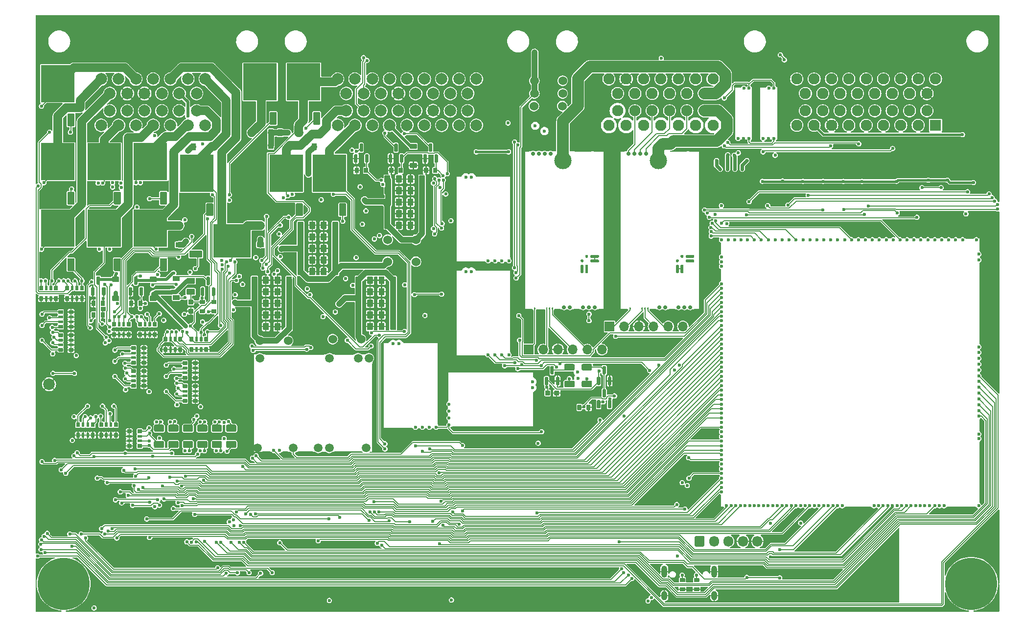
<source format=gbl>
G04 #@! TF.GenerationSoftware,KiCad,Pcbnew,7.0.7-7.0.7~ubuntu22.04.1*
G04 #@! TF.CreationDate,2023-09-08T11:35:37+00:00*
G04 #@! TF.ProjectId,alphax_8ch,616c7068-6178-45f3-9863-682e6b696361,b*
G04 #@! TF.SameCoordinates,PX143caa0PY5f592e0*
G04 #@! TF.FileFunction,Copper,L4,Bot*
G04 #@! TF.FilePolarity,Positive*
%FSLAX46Y46*%
G04 Gerber Fmt 4.6, Leading zero omitted, Abs format (unit mm)*
G04 Created by KiCad (PCBNEW 7.0.7-7.0.7~ubuntu22.04.1) date 2023-09-08 11:35:37*
%MOMM*%
%LPD*%
G01*
G04 APERTURE LIST*
G04 #@! TA.AperFunction,ComponentPad*
%ADD10R,1.700000X1.700000*%
G04 #@! TD*
G04 #@! TA.AperFunction,ComponentPad*
%ADD11O,1.700000X1.700000*%
G04 #@! TD*
G04 #@! TA.AperFunction,ComponentPad*
%ADD12C,1.524000*%
G04 #@! TD*
G04 #@! TA.AperFunction,ComponentPad*
%ADD13C,0.600000*%
G04 #@! TD*
G04 #@! TA.AperFunction,SMDPad,CuDef*
%ADD14R,6.185000X0.250000*%
G04 #@! TD*
G04 #@! TA.AperFunction,SMDPad,CuDef*
%ADD15R,1.115000X0.250000*%
G04 #@! TD*
G04 #@! TA.AperFunction,SMDPad,CuDef*
%ADD16R,0.250000X14.275000*%
G04 #@! TD*
G04 #@! TA.AperFunction,SMDPad,CuDef*
%ADD17R,0.250000X15.100000*%
G04 #@! TD*
G04 #@! TA.AperFunction,SMDPad,CuDef*
%ADD18R,5.175000X0.250000*%
G04 #@! TD*
G04 #@! TA.AperFunction,ComponentPad*
%ADD19O,1.000000X2.100000*%
G04 #@! TD*
G04 #@! TA.AperFunction,ComponentPad*
%ADD20O,1.000000X1.600000*%
G04 #@! TD*
G04 #@! TA.AperFunction,ComponentPad*
%ADD21C,9.000000*%
G04 #@! TD*
G04 #@! TA.AperFunction,ComponentPad*
%ADD22C,0.599999*%
G04 #@! TD*
G04 #@! TA.AperFunction,ComponentPad*
%ADD23C,1.500000*%
G04 #@! TD*
G04 #@! TA.AperFunction,SMDPad,CuDef*
%ADD24O,3.300000X0.200000*%
G04 #@! TD*
G04 #@! TA.AperFunction,SMDPad,CuDef*
%ADD25O,10.200000X0.200000*%
G04 #@! TD*
G04 #@! TA.AperFunction,SMDPad,CuDef*
%ADD26O,0.300000X0.200000*%
G04 #@! TD*
G04 #@! TA.AperFunction,SMDPad,CuDef*
%ADD27O,0.200000X17.000000*%
G04 #@! TD*
G04 #@! TA.AperFunction,SMDPad,CuDef*
%ADD28O,0.200000X15.400000*%
G04 #@! TD*
G04 #@! TA.AperFunction,SMDPad,CuDef*
%ADD29O,4.800000X0.200000*%
G04 #@! TD*
G04 #@! TA.AperFunction,SMDPad,CuDef*
%ADD30O,2.600000X0.200000*%
G04 #@! TD*
G04 #@! TA.AperFunction,SMDPad,CuDef*
%ADD31O,1.000000X0.200000*%
G04 #@! TD*
G04 #@! TA.AperFunction,SMDPad,CuDef*
%ADD32O,1.500000X0.200000*%
G04 #@! TD*
G04 #@! TA.AperFunction,SMDPad,CuDef*
%ADD33O,1.225000X0.200000*%
G04 #@! TD*
G04 #@! TA.AperFunction,SMDPad,CuDef*
%ADD34O,0.200000X9.300000*%
G04 #@! TD*
G04 #@! TA.AperFunction,SMDPad,CuDef*
%ADD35R,0.200000X10.600000*%
G04 #@! TD*
G04 #@! TA.AperFunction,SMDPad,CuDef*
%ADD36R,0.200000X2.100000*%
G04 #@! TD*
G04 #@! TA.AperFunction,SMDPad,CuDef*
%ADD37R,0.200000X14.025000*%
G04 #@! TD*
G04 #@! TA.AperFunction,SMDPad,CuDef*
%ADD38R,0.200000X2.300000*%
G04 #@! TD*
G04 #@! TA.AperFunction,SMDPad,CuDef*
%ADD39R,1.400000X0.200000*%
G04 #@! TD*
G04 #@! TA.AperFunction,SMDPad,CuDef*
%ADD40R,5.000000X0.200000*%
G04 #@! TD*
G04 #@! TA.AperFunction,SMDPad,CuDef*
%ADD41R,4.500000X0.200000*%
G04 #@! TD*
G04 #@! TA.AperFunction,SMDPad,CuDef*
%ADD42R,0.675000X0.200000*%
G04 #@! TD*
G04 #@! TA.AperFunction,SMDPad,CuDef*
%ADD43R,0.200000X2.200000*%
G04 #@! TD*
G04 #@! TA.AperFunction,SMDPad,CuDef*
%ADD44R,0.200000X2.025000*%
G04 #@! TD*
G04 #@! TA.AperFunction,SMDPad,CuDef*
%ADD45R,0.200000X2.000000*%
G04 #@! TD*
G04 #@! TA.AperFunction,SMDPad,CuDef*
%ADD46R,0.250000X6.185000*%
G04 #@! TD*
G04 #@! TA.AperFunction,SMDPad,CuDef*
%ADD47R,0.250000X1.115000*%
G04 #@! TD*
G04 #@! TA.AperFunction,SMDPad,CuDef*
%ADD48R,14.275000X0.250000*%
G04 #@! TD*
G04 #@! TA.AperFunction,SMDPad,CuDef*
%ADD49R,15.100000X0.250000*%
G04 #@! TD*
G04 #@! TA.AperFunction,SMDPad,CuDef*
%ADD50R,0.250000X5.175000*%
G04 #@! TD*
G04 #@! TA.AperFunction,ComponentPad*
%ADD51C,2.000000*%
G04 #@! TD*
G04 #@! TA.AperFunction,ComponentPad*
%ADD52R,1.950000X1.950000*%
G04 #@! TD*
G04 #@! TA.AperFunction,ComponentPad*
%ADD53C,1.950000*%
G04 #@! TD*
G04 #@! TA.AperFunction,ComponentPad*
%ADD54O,1.700000X1.850000*%
G04 #@! TD*
G04 #@! TA.AperFunction,SMDPad,CuDef*
%ADD55R,5.800000X6.400000*%
G04 #@! TD*
G04 #@! TA.AperFunction,ComponentPad*
%ADD56C,0.700000*%
G04 #@! TD*
G04 #@! TA.AperFunction,SMDPad,CuDef*
%ADD57C,3.000000*%
G04 #@! TD*
G04 #@! TA.AperFunction,SMDPad,CuDef*
%ADD58R,3.000000X0.250000*%
G04 #@! TD*
G04 #@! TA.AperFunction,SMDPad,CuDef*
%ADD59R,1.450000X0.250000*%
G04 #@! TD*
G04 #@! TA.AperFunction,SMDPad,CuDef*
%ADD60R,0.980000X0.250000*%
G04 #@! TD*
G04 #@! TA.AperFunction,SMDPad,CuDef*
%ADD61R,1.100000X0.250000*%
G04 #@! TD*
G04 #@! TA.AperFunction,SMDPad,CuDef*
%ADD62R,0.250000X27.600000*%
G04 #@! TD*
G04 #@! TA.AperFunction,SMDPad,CuDef*
%ADD63R,0.950000X0.250000*%
G04 #@! TD*
G04 #@! TA.AperFunction,SMDPad,CuDef*
%ADD64R,1.950000X0.250000*%
G04 #@! TD*
G04 #@! TA.AperFunction,SMDPad,CuDef*
%ADD65R,6.400000X5.800000*%
G04 #@! TD*
G04 #@! TA.AperFunction,SMDPad,CuDef*
%ADD66C,2.000000*%
G04 #@! TD*
G04 #@! TA.AperFunction,ViaPad*
%ADD67C,0.600000*%
G04 #@! TD*
G04 #@! TA.AperFunction,Conductor*
%ADD68C,0.200000*%
G04 #@! TD*
G04 #@! TA.AperFunction,Conductor*
%ADD69C,0.150000*%
G04 #@! TD*
G04 #@! TA.AperFunction,Conductor*
%ADD70C,1.500000*%
G04 #@! TD*
G04 #@! TA.AperFunction,Conductor*
%ADD71C,0.508000*%
G04 #@! TD*
G04 #@! TA.AperFunction,Conductor*
%ADD72C,0.800000*%
G04 #@! TD*
G04 #@! TA.AperFunction,Conductor*
%ADD73C,1.000000*%
G04 #@! TD*
G04 #@! TA.AperFunction,Conductor*
%ADD74C,0.400000*%
G04 #@! TD*
G04 #@! TA.AperFunction,Conductor*
%ADD75C,2.000000*%
G04 #@! TD*
G04 #@! TA.AperFunction,Conductor*
%ADD76C,0.203200*%
G04 #@! TD*
G04 #@! TA.AperFunction,Conductor*
%ADD77C,0.600000*%
G04 #@! TD*
G04 APERTURE END LIST*
D10*
G04 #@! TO.P,J10,1,Pin_1*
G04 #@! TO.N,Net-(J10-Pin_1)*
X99440000Y49480000D03*
D11*
G04 #@! TO.P,J10,2,Pin_2*
G04 #@! TO.N,Net-(J10-Pin_2)*
X101980000Y49480000D03*
G04 #@! TO.P,J10,3,Pin_3*
G04 #@! TO.N,GND*
X104520000Y49480000D03*
G04 #@! TO.P,J10,4,Pin_4*
G04 #@! TO.N,Net-(J10-Pin_4)*
X107060000Y49480000D03*
G04 #@! TO.P,J10,5,Pin_5*
G04 #@! TO.N,Net-(J10-Pin_5)*
X109600000Y49480000D03*
G04 #@! TO.P,J10,6,Pin_6*
G04 #@! TO.N,unconnected-(J10-Pin_6-Pad6)*
X112140000Y49480000D03*
G04 #@! TD*
D12*
G04 #@! TO.P,F5,1,1*
G04 #@! TO.N,Net-(J2B-26B)*
X43830000Y46980000D03*
G04 #@! TO.P,F5,2,2*
G04 #@! TO.N,/12V_ETB*
X38930000Y46980000D03*
G04 #@! TD*
G04 #@! TO.P,F3,1,1*
G04 #@! TO.N,Net-(J2B-26B)*
X61050000Y64480000D03*
G04 #@! TO.P,F3,2,2*
G04 #@! TO.N,/12V_DC2*
X65950000Y64480000D03*
G04 #@! TD*
G04 #@! TO.P,F20,1,1*
G04 #@! TO.N,Net-(J2B-24B)*
X91250000Y87600000D03*
G04 #@! TO.P,F20,2,2*
G04 #@! TO.N,/IN_VIGN*
X86350000Y87600000D03*
G04 #@! TD*
D13*
G04 #@! TO.P,M8,E1,Thresh_IN*
G04 #@! TO.N,/VR2_THRESHOLD*
X67060000Y32055000D03*
G04 #@! TO.P,M8,E2,OUT_A*
G04 #@! TO.N,/VR2_A*
X65860000Y32055000D03*
G04 #@! TO.P,M8,E3,OUT*
G04 #@! TO.N,/VR2*
X68260000Y32055000D03*
G04 #@! TO.P,M8,E4,V5_IN*
G04 #@! TO.N,+5VA*
X69460000Y32055000D03*
D14*
G04 #@! TO.P,M8,G,GND*
G04 #@! TO.N,GND*
X66792500Y46705000D03*
D15*
X60742500Y46705000D03*
D16*
X69760000Y39692500D03*
D17*
X60310000Y39280000D03*
D18*
X62772500Y31855000D03*
D13*
G04 #@! TO.P,M8,W1,VR-*
G04 #@! TO.N,/IN_VR2-*
X63000000Y46480000D03*
G04 #@! TO.P,M8,W2,VR+*
G04 #@! TO.N,/IN_VR2+*
X62000000Y46480000D03*
G04 #@! TD*
D19*
G04 #@! TO.P,J13,S1,SHIELD*
G04 #@! TO.N,GND*
X108905954Y7085000D03*
D20*
X108905954Y2905000D03*
D19*
X117545954Y7085000D03*
D20*
X117545954Y2905000D03*
G04 #@! TD*
D10*
G04 #@! TO.P,J9,1,Pin_1*
G04 #@! TO.N,Net-(J9-Pin_1)*
X85420000Y45480000D03*
D11*
G04 #@! TO.P,J9,2,Pin_2*
G04 #@! TO.N,Net-(J9-Pin_2)*
X87960000Y45480000D03*
G04 #@! TO.P,J9,3,Pin_3*
G04 #@! TO.N,GND*
X90500000Y45480000D03*
G04 #@! TO.P,J9,4,Pin_4*
G04 #@! TO.N,Net-(J9-Pin_4)*
X93040000Y45480000D03*
G04 #@! TO.P,J9,5,Pin_5*
G04 #@! TO.N,Net-(J9-Pin_5)*
X95580000Y45480000D03*
G04 #@! TO.P,J9,6,Pin_6*
G04 #@! TO.N,unconnected-(J9-Pin_6-Pad6)*
X98120000Y45480000D03*
G04 #@! TD*
D21*
G04 #@! TO.P,J6,1,Pin_1*
G04 #@! TO.N,unconnected-(J6-Pin_1-Pad1)*
X162000000Y4980000D03*
G04 #@! TD*
D22*
G04 #@! TO.P,M14,V1,IGN8*
G04 #@! TO.N,/VVT4_LS*
X15705111Y40416868D03*
G04 #@! TO.P,M14,V2,IGN7*
G04 #@! TO.N,/VVT3_LS*
X13870101Y40841876D03*
G04 #@! TO.P,M14,V3,IGN6*
G04 #@! TO.N,/VVT2_LS*
X15920109Y41391873D03*
G04 #@! TO.P,M14,V4,IGN5*
G04 #@! TO.N,/VVT1_LS*
X15705114Y42266832D03*
G04 #@! TO.P,M14,V5,IGN4*
G04 #@! TO.N,/INJ4*
X15630107Y43116855D03*
G04 #@! TO.P,M14,V6,IGN3*
G04 #@! TO.N,/INJ3*
X13870101Y43441871D03*
G04 #@! TO.P,M14,V7,IGN2*
G04 #@! TO.N,/INJ2*
X15180101Y44741838D03*
G04 #@! TO.P,M14,V8,IGN1*
G04 #@! TO.N,/INJ1*
X13870101Y45391855D03*
G04 #@! TO.P,M14,V9,VCC*
G04 #@! TO.N,+5VA*
X19795116Y38216852D03*
G04 #@! TO.P,M14,V10,V33*
G04 #@! TO.N,+3.3VA*
X15720110Y38516854D03*
G04 #@! TD*
D23*
G04 #@! TO.P,M2,E1,VBAT*
G04 #@! TO.N,unconnected-(M2-VBAT-PadE1)*
X57350000Y28480003D03*
G04 #@! TO.P,M2,E2,V12*
G04 #@! TO.N,+12V*
X50950003Y28480003D03*
G04 #@! TO.P,M2,E3,VIGN*
G04 #@! TO.N,/VIGN*
X49050000Y28480003D03*
G04 #@! TO.P,M2,E4,V5*
G04 #@! TO.N,+5V*
X44750000Y28480003D03*
D13*
G04 #@! TO.P,M2,E5,EN_5VP*
G04 #@! TO.N,/PWR_EN*
X42350003Y28030004D03*
G04 #@! TO.P,M2,E6,PG_5VP*
G04 #@! TO.N,/TLS115_PG*
X41350002Y28030004D03*
D24*
G04 #@! TO.P,M2,S1,GND*
G04 #@! TO.N,GND*
X53500000Y44629999D03*
D25*
X45000002Y44629999D03*
D26*
X37900000Y44629999D03*
D27*
X37850000Y36230001D03*
D28*
X58450000Y35430000D03*
D23*
X38500000Y28480003D03*
D26*
X58400000Y27830002D03*
D29*
X54200002Y27830002D03*
D30*
X46850000Y27830002D03*
D31*
X43350003Y27830002D03*
D32*
X40050002Y27830002D03*
D23*
G04 #@! TO.P,M2,V1,V12_PERM*
G04 #@! TO.N,+12V_RAW*
X57800002Y43980000D03*
G04 #@! TO.P,M2,V2,IN_VIGN*
G04 #@! TO.N,/IN_VIGN*
X55950003Y43980000D03*
G04 #@! TO.P,M2,V3,V12_RAW*
G04 #@! TO.N,+12V_RAW*
X51000000Y43980000D03*
G04 #@! TO.P,M2,V4,5VP*
G04 #@! TO.N,+5VAS*
X38950002Y43980000D03*
G04 #@! TD*
D13*
G04 #@! TO.P,M3,E1,V5A*
G04 #@! TO.N,+5VA*
X127900000Y82005000D03*
D33*
G04 #@! TO.P,M3,E2,GND*
G04 #@! TO.N,GND*
X125925000Y90905000D03*
D34*
X128500000Y86355000D03*
X125400000Y86355000D03*
D13*
X126950000Y82005000D03*
G04 #@! TO.P,M3,E3,OUT_KNOCK*
G04 #@! TO.N,/IN_KNOCK1*
X126000002Y82005000D03*
G04 #@! TO.P,M3,W1,IN_KNOCK*
G04 #@! TO.N,/IN_KNOCK_RAW1*
X127000000Y90705000D03*
G04 #@! TO.P,M3,W2,VREF*
G04 #@! TO.N,/VREF2*
X127900000Y90705000D03*
G04 #@! TD*
G04 #@! TO.P,M11,E0a,OUT_PWM18_(PI0)*
G04 #@! TO.N,/DC1_PWM*
X118800010Y20854990D03*
G04 #@! TO.P,M11,E0b,GP12_(PH15)*
G04 #@! TO.N,/DC2_DIR*
X118800010Y21654990D03*
G04 #@! TO.P,M11,E0c,GP13_(PH14)*
G04 #@! TO.N,/DC2_DIS*
X118800010Y22454990D03*
G04 #@! TO.P,M11,E0d,GP14_(PH13)*
G04 #@! TO.N,/VR3*
X118800010Y23254990D03*
G04 #@! TO.P,M11,E1,SPI2_SCK/CAN2_TX_(PB13)*
G04 #@! TO.N,/MCU/CAN2_TX*
X118800010Y24054990D03*
G04 #@! TO.P,M11,E2,SPI2_MISO_(PB14)*
G04 #@! TO.N,unconnected-(M11-SPI2_MISO_(PB14)-PadE2)*
X118800010Y24854990D03*
G04 #@! TO.P,M11,E3,SPI2_MOSI_(PB15)*
G04 #@! TO.N,unconnected-(M11-SPI2_MOSI_(PB15)-PadE3)*
X118800010Y25654990D03*
G04 #@! TO.P,M11,E4,SPI2_CS/CAN2_RX_(PB12)*
G04 #@! TO.N,/MCU/CAN2_RX*
X118800010Y26454990D03*
G04 #@! TO.P,M11,E6,OUT_IO3_(PG14)*
G04 #@! TO.N,/LS3*
X118800010Y27254990D03*
G04 #@! TO.P,M11,E7,OUT_IO5_(PD2)*
G04 #@! TO.N,/LS5*
X118800010Y28054990D03*
G04 #@! TO.P,M11,E8,OUT_IO1_(PD3)*
G04 #@! TO.N,/HS3*
X118800010Y28854990D03*
G04 #@! TO.P,M11,E9,OUT_IO6_(PG11)*
G04 #@! TO.N,/LS6*
X118800010Y29655000D03*
G04 #@! TO.P,M11,E10,OUT_IO10_(PG12)*
G04 #@! TO.N,/HALL1_PD_EN*
X118800010Y30454990D03*
G04 #@! TO.P,M11,E11,OUT_IO9_(PG13)*
G04 #@! TO.N,/VSS_PD_EN*
X118800010Y31254990D03*
G04 #@! TO.P,M11,E12,OUT_IO2_(PA9)*
G04 #@! TO.N,/HS2*
X118800010Y32055000D03*
G04 #@! TO.P,M11,E13,OUT_IO12_(PA8)*
G04 #@! TO.N,/TEMP_PU_EN*
X118800010Y32854990D03*
G04 #@! TO.P,M11,E14,OUT_PWM5_(PC9)*
G04 #@! TO.N,/BOOST_LS*
X118800010Y33654990D03*
G04 #@! TO.P,M11,E15,OUT_PWM4_(PC8)*
G04 #@! TO.N,/VVT4_LS*
X118800010Y34455000D03*
G04 #@! TO.P,M11,E16,OUT_PWM3_(PC7)*
G04 #@! TO.N,/VVT3_LS*
X118800010Y35254990D03*
G04 #@! TO.P,M11,E17,OUT_PWM2_(PC6)*
G04 #@! TO.N,/VVT2_LS*
X118800010Y36054990D03*
G04 #@! TO.P,M11,E18,OUT_INJ2_(PG8)*
G04 #@! TO.N,/INJ2*
X118800010Y36854990D03*
G04 #@! TO.P,M11,E19,OUT_INJ1_(PG7)*
G04 #@! TO.N,/INJ1*
X118800010Y37654990D03*
G04 #@! TO.P,M11,E20,OUT_IO13_(PG6)*
G04 #@! TO.N,/TACH*
X118800010Y38454990D03*
G04 #@! TO.P,M11,E21,OUT_IO4_(PG5)*
G04 #@! TO.N,/LS4*
X118800010Y39254990D03*
G04 #@! TO.P,M11,E22,OUT_IO8_(PG4)*
G04 #@! TO.N,/NOS_LS*
X118800010Y40054990D03*
G04 #@! TO.P,M11,E23,OUT_IO7_(PG3)*
G04 #@! TO.N,/LS7*
X118800010Y40855000D03*
G04 #@! TO.P,M11,E24,OUT_IO11_(PG2)*
G04 #@! TO.N,/TACH_12V*
X118800010Y41654990D03*
G04 #@! TO.P,M11,E25,OUT_PWM7_(PD15)*
G04 #@! TO.N,/LS2*
X118800010Y42454990D03*
G04 #@! TO.P,M11,E26,OUT_PWM6_(PD14)*
G04 #@! TO.N,/LS1*
X118800010Y43254990D03*
G04 #@! TO.P,M11,E27,OUT_PWM1_(PD13)*
G04 #@! TO.N,/VVT1_LS*
X118800010Y44054990D03*
G04 #@! TO.P,M11,E28,OUT_PWM8_(PD12)*
G04 #@! TO.N,/HS1*
X118800010Y44854990D03*
G04 #@! TO.P,M11,E29,OUT_INJ3_(PD11)*
G04 #@! TO.N,/INJ3*
X118800010Y45654990D03*
G04 #@! TO.P,M11,E30,OUT_INJ4_(PD10)*
G04 #@! TO.N,/INJ4*
X118800010Y46454990D03*
G04 #@! TO.P,M11,E31,OUT_INJ5_(PD9)*
G04 #@! TO.N,/INJ5*
X118800010Y47254990D03*
G04 #@! TO.P,M11,E32,OUT_INJ6_(PF12)*
G04 #@! TO.N,/INJ6*
X118800010Y48854990D03*
G04 #@! TO.P,M11,E33,OUT_INJ7_(PF13)*
G04 #@! TO.N,/INJ7*
X118800010Y49654990D03*
G04 #@! TO.P,M11,E34,OUT_INJ8_(PF14)*
G04 #@! TO.N,/INJ8*
X118800010Y50454990D03*
G04 #@! TO.P,M11,E35,GP6_(PD8)*
G04 #@! TO.N,/ETB_DIR*
X118800010Y48055000D03*
G04 #@! TO.P,M11,E36,GP7_(PF15)*
G04 #@! TO.N,/ETB_DIS*
X118800010Y51254990D03*
G04 #@! TO.P,M11,E36a,OUT_PWM9_(PH12)*
G04 #@! TO.N,/ETB_PWM*
X118800010Y52054990D03*
G04 #@! TO.P,M11,E36b,OUT_PWM10_(PH11)*
G04 #@! TO.N,/TLS115_PG*
X118800010Y52854990D03*
G04 #@! TO.P,M11,E36c,OUT_PWM11_(PH10)*
G04 #@! TO.N,/VR2_THRESHOLD*
X118800010Y53654990D03*
G04 #@! TO.P,M11,E36d,OUT_PWM12_(PH9)*
G04 #@! TO.N,/VR3_THRESHOLD*
X118800010Y54454990D03*
G04 #@! TO.P,M11,E36e,GP15_(PH8)*
G04 #@! TO.N,/VR4*
X118800010Y55254990D03*
G04 #@! TO.P,M11,E36f,GP16_(PH7)*
G04 #@! TO.N,/VR1_HALL_EN*
X118800010Y56054990D03*
G04 #@! TO.P,M11,E36g,OUT_PWM13_(PH6)*
G04 #@! TO.N,/VR4_THRESHOLD*
X118800010Y56854990D03*
G04 #@! TO.P,M11,E38,VREF2*
G04 #@! TO.N,/VREF2*
X118800000Y59879990D03*
G04 #@! TO.P,M11,E39,GNDA*
G04 #@! TO.N,unconnected-(M11-GNDA-PadE39)*
X118800010Y60679990D03*
G04 #@! TO.P,M11,E40,V5A_SWITCHABLE*
G04 #@! TO.N,+5VA*
X118800010Y61479990D03*
D35*
G04 #@! TO.P,M11,G,GND*
G04 #@! TO.N,GND*
X163500010Y24255000D03*
D36*
X163500010Y32404990D03*
D37*
X163500010Y53467490D03*
D38*
X163500010Y63629990D03*
D39*
X161700000Y64680000D03*
D40*
X160300010Y18254990D03*
D41*
X142425000Y18254990D03*
D42*
X118837510Y18254990D03*
D43*
X118600010Y19254990D03*
D44*
X118600010Y58367490D03*
D45*
X118600000Y62979990D03*
D13*
G04 #@! TO.P,M11,N0a,GP11_(PI1)*
G04 #@! TO.N,/DC1_DIS*
X119675000Y18454990D03*
G04 #@! TO.P,M11,N0b,OUT_PWM17_(PI2)*
G04 #@! TO.N,/DC2_PWM*
X120475010Y18454990D03*
G04 #@! TO.P,M11,N0c,GP10_(PI3)*
G04 #@! TO.N,/DC1_DIR*
X121275000Y18454990D03*
G04 #@! TO.P,M11,N1,USBID_(PA10)*
G04 #@! TO.N,/VR1*
X122075000Y18454990D03*
G04 #@! TO.P,M11,N2,USBM_(PA11)*
G04 #@! TO.N,/MCU/USB-*
X122875000Y18454990D03*
G04 #@! TO.P,M11,N3,USBP_(PA12)*
G04 #@! TO.N,/MCU/USB+*
X123675000Y18454990D03*
G04 #@! TO.P,M11,N4,VBUS*
G04 #@! TO.N,/MCU/VBUS*
X124475000Y18454990D03*
G04 #@! TO.P,M11,N5,BOOT0*
G04 #@! TO.N,unconnected-(M11-BOOT0-PadN5)*
X125275000Y18454990D03*
G04 #@! TO.P,M11,N6,SWO_(PB3)*
G04 #@! TO.N,/MCU/SWO*
X126075000Y18454990D03*
G04 #@! TO.P,M11,N7,SWDIO_(PA13)*
G04 #@! TO.N,/MCU/SWDIO*
X126875000Y18454990D03*
G04 #@! TO.P,M11,N8,SWCLK_(PA14)*
G04 #@! TO.N,/MCU/SWCLK*
X127675000Y18454990D03*
G04 #@! TO.P,M11,N9,nReset*
G04 #@! TO.N,/MCU/NRESET*
X128475000Y18454990D03*
G04 #@! TO.P,M11,N10,SPI3_CS_(PA15)*
G04 #@! TO.N,/IGN12*
X129275000Y18454990D03*
G04 #@! TO.P,M11,N11,SPI3_SCK_(PC10)*
G04 #@! TO.N,/IGN9*
X130075000Y18454990D03*
G04 #@! TO.P,M11,N12,SPI3_MISO_(PC11)*
G04 #@! TO.N,/IGN10*
X130875010Y18454990D03*
G04 #@! TO.P,M11,N13,SPI3_MOSI_(PC12)*
G04 #@! TO.N,/IGN11*
X131675000Y18454990D03*
G04 #@! TO.P,M11,N14,I2C_SCL_(PB10)*
G04 #@! TO.N,unconnected-(M11-I2C_SCL_(PB10)-PadN14)*
X132475000Y18454990D03*
G04 #@! TO.P,M11,N15,I2C_SDA_(PB11)*
G04 #@! TO.N,unconnected-(M11-I2C_SDA_(PB11)-PadN15)*
X133275010Y18454990D03*
G04 #@! TO.P,M11,N16,GP1_(PD4)*
G04 #@! TO.N,/MAIN_LS*
X134075010Y18454990D03*
G04 #@! TO.P,M11,N17,UART2_TX_(PD5)*
G04 #@! TO.N,/MCU/UART_TX*
X134875000Y18454990D03*
G04 #@! TO.P,M11,N18,UART2_RX_(PD6)*
G04 #@! TO.N,/MCU/UART_RX*
X135675010Y18454990D03*
G04 #@! TO.P,M11,N19,GP2_(PD7)*
G04 #@! TO.N,/FAN_RELAY_LS*
X136475000Y18454990D03*
G04 #@! TO.P,M11,N20,GP4_(PG9)*
G04 #@! TO.N,unconnected-(M11-GP4_(PG9)-PadN20)*
X137275000Y18454990D03*
G04 #@! TO.P,M11,N21,GP3_(PG10)*
G04 #@! TO.N,/PUMP_RELAY_LS*
X138075000Y18454990D03*
G04 #@! TO.P,M11,N22,V33*
G04 #@! TO.N,+3.3V*
X138875000Y18454990D03*
G04 #@! TO.P,M11,N23,GP5_(PG15)*
G04 #@! TO.N,unconnected-(M11-GP5_(PG15)-PadN23)*
X139675010Y18454990D03*
G04 #@! TO.P,M11,N24,UART8_RX_(PE0)*
G04 #@! TO.N,unconnected-(M11-UART8_RX_(PE0)-PadN24)*
X145175000Y18454990D03*
G04 #@! TO.P,M11,N25,UART8_TX_(PE1)*
G04 #@! TO.N,unconnected-(M11-UART8_TX_(PE1)-PadN25)*
X145975010Y18454990D03*
G04 #@! TO.P,M11,N26,IN_VIGN_(PA5)*
G04 #@! TO.N,/VIGN*
X146775000Y18454990D03*
G04 #@! TO.P,M11,N27,VBAT*
G04 #@! TO.N,Net-(D81-K)*
X147575000Y18454990D03*
G04 #@! TO.P,M11,N28,V33_SWITCHABLE*
G04 #@! TO.N,+3.3VA*
X148375000Y18454990D03*
G04 #@! TO.P,M11,N28a,GP25_(PI4)*
G04 #@! TO.N,/FLEX_PD_EN*
X149175000Y18454990D03*
G04 #@! TO.P,M11,N28b,OUT_PWM16_(PI5)*
G04 #@! TO.N,/DC3_DIS*
X149975000Y18454990D03*
G04 #@! TO.P,M11,N28c,OUT_PWM15_(PI6)*
G04 #@! TO.N,/DC3_DIR*
X150775000Y18454990D03*
G04 #@! TO.P,M11,N28d,OUT_PWM14_(PI7)*
G04 #@! TO.N,/DC3_PWM*
X151575000Y18454990D03*
G04 #@! TO.P,M11,N28e,GP24_(PI8)*
G04 #@! TO.N,/HALL5_PD_EN*
X152375000Y18454990D03*
G04 #@! TO.P,M11,N28f,GP23_(PI9)*
G04 #@! TO.N,/HALL4_PD_EN*
X153175000Y18454990D03*
G04 #@! TO.P,M11,N28g,GP22_(PI10)*
G04 #@! TO.N,/HALL3_PD_EN*
X153975000Y18454990D03*
G04 #@! TO.P,M11,N28h,GP21_(PI11)*
G04 #@! TO.N,/HALL2_PD_EN*
X154775000Y18454990D03*
G04 #@! TO.P,M11,N29,OUT_PWR_EN_(PE10)*
G04 #@! TO.N,/PWR_EN*
X155700000Y18454990D03*
G04 #@! TO.P,M11,N30,V5A_SWITCHABLE*
G04 #@! TO.N,unconnected-(M11-V5A_SWITCHABLE-PadN30)*
X156500000Y18454990D03*
G04 #@! TO.P,M11,N31,VCC*
G04 #@! TO.N,+5V*
X157300000Y18454990D03*
G04 #@! TO.P,M11,N32,V33*
G04 #@! TO.N,unconnected-(M11-V33-PadN32)*
X163300010Y18454990D03*
G04 #@! TO.P,M11,S2,IN_D4_(PE15)*
G04 #@! TO.N,/IN_HALL4*
X118800010Y64480000D03*
G04 #@! TO.P,M11,S3,IN_D3_(PE14)*
G04 #@! TO.N,/IN_HALL3{slash}SENT*
X119950000Y64480000D03*
G04 #@! TO.P,M11,S4,IN_D2_(PE13)*
G04 #@! TO.N,/IN_HALL2*
X121050000Y64480000D03*
G04 #@! TO.P,M11,S5,IN_D1_(PE12)*
G04 #@! TO.N,/IN_HALL1*
X122150000Y64480000D03*
G04 #@! TO.P,M11,S5a,IN_AUX8/CAN1_WKUP_(PA0)*
G04 #@! TO.N,unconnected-(M11-IN_AUX8{slash}CAN1_WKUP_(PA0)-PadS5a)*
X123300000Y64480000D03*
G04 #@! TO.P,M11,S5b,IN_AUX7_(PC1)*
G04 #@! TO.N,/IN_SWITCH3*
X124500000Y64479990D03*
G04 #@! TO.P,M11,S5c,IN_AUX6_(PA7/PE11)*
G04 #@! TO.N,/IN_SWITCH2*
X125700000Y64479990D03*
G04 #@! TO.P,M11,S5d,IN_AUX5_(PC4/PE9)*
G04 #@! TO.N,/IN_SWITCH1*
X126900000Y64479990D03*
G04 #@! TO.P,M11,S6,IN_SENS4_(PF6)*
G04 #@! TO.N,/IN_KNOCK2*
X128099990Y64480000D03*
G04 #@! TO.P,M11,S7,IN_SENS3_(PF5)*
G04 #@! TO.N,/IN_FLEX*
X129299990Y64480000D03*
G04 #@! TO.P,M11,S8,IN_SENS2_(PF4)*
G04 #@! TO.N,/IN_HALL5*
X130499990Y64480000D03*
G04 #@! TO.P,M11,S9,IN_SENS1_(PF3)*
G04 #@! TO.N,/IN_SWITCH4*
X131699990Y64480000D03*
G04 #@! TO.P,M11,S10,IN_AUX4*
G04 #@! TO.N,/IN_AN9*
X132899990Y64480000D03*
G04 #@! TO.P,M11,S11,IN_AUX3*
G04 #@! TO.N,/IN_AN8*
X134099990Y64480000D03*
G04 #@! TO.P,M11,S12,IN_AUX2*
G04 #@! TO.N,/IN_AN7*
X135299990Y64480000D03*
G04 #@! TO.P,M11,S13,IN_AUX1*
G04 #@! TO.N,/IN_AN6*
X136499990Y64480000D03*
G04 #@! TO.P,M11,S14,IN_RES2_(PF10_ADC3)*
G04 #@! TO.N,/VR3_A*
X137700000Y64480000D03*
G04 #@! TO.P,M11,S15,IN_O2S2*
G04 #@! TO.N,/IN_AN3*
X138900000Y64480000D03*
G04 #@! TO.P,M11,S16,IN_O2S*
G04 #@! TO.N,/IN_AN2*
X140100000Y64480000D03*
G04 #@! TO.P,M11,S17,IN_RES1_(PF9_ADC3)*
G04 #@! TO.N,/VR2_A*
X141300000Y64480000D03*
G04 #@! TO.P,M11,S18,IN_RES3_(PF8_ADC3)*
G04 #@! TO.N,/VR4_A*
X142500000Y64480000D03*
G04 #@! TO.P,M11,S19,IN_MAP3_(PA2)*
G04 #@! TO.N,/ONBOARD_MAP*
X143700000Y64480000D03*
G04 #@! TO.P,M11,S20,IN_MAP2*
G04 #@! TO.N,/IN_AN5*
X144900000Y64480000D03*
G04 #@! TO.P,M11,S21,IN_MAP1*
G04 #@! TO.N,/IN_AN4*
X146100000Y64480000D03*
G04 #@! TO.P,M11,S22,IN_CRANK_(PB1)*
G04 #@! TO.N,/IN_AN1*
X147300000Y64480000D03*
G04 #@! TO.P,M11,S23,IN_KNOCK_(PF7)*
G04 #@! TO.N,/IN_KNOCK1*
X148500000Y64480000D03*
G04 #@! TO.P,M11,S24,IN_CAM_(PA6)*
G04 #@! TO.N,/VR2*
X149700000Y64480000D03*
G04 #@! TO.P,M11,S25,IN_VSS_(PF11)*
G04 #@! TO.N,/IN_VSS*
X150900000Y64480000D03*
G04 #@! TO.P,M11,S26,IN_IAT*
G04 #@! TO.N,/IN_IAT*
X152100000Y64480000D03*
G04 #@! TO.P,M11,S27,IN_AT1*
G04 #@! TO.N,/IN_AT1*
X153300000Y64480000D03*
G04 #@! TO.P,M11,S28,IN_CLT*
G04 #@! TO.N,/IN_CLT*
X154500000Y64480000D03*
G04 #@! TO.P,M11,S29,IN_AT2*
G04 #@! TO.N,/IN_AT2*
X155700000Y64480000D03*
G04 #@! TO.P,M11,S30,IN_TPS*
G04 #@! TO.N,/IN_TPS1*
X156900010Y64480000D03*
G04 #@! TO.P,M11,S31,IN_PPS*
G04 #@! TO.N,/IN_PPS1*
X158100010Y64480000D03*
G04 #@! TO.P,M11,S32,IN_TPS2*
G04 #@! TO.N,/IN_TPS2*
X159300010Y64480000D03*
G04 #@! TO.P,M11,S33,IN_PPS2*
G04 #@! TO.N,/IN_PPS2*
X160500010Y64480000D03*
G04 #@! TO.P,M11,S35,VREF1*
G04 #@! TO.N,unconnected-(M11-VREF1-PadS35)*
X162900010Y64480000D03*
G04 #@! TO.P,M11,W1,GNDA*
G04 #@! TO.N,GNDA*
X163300010Y61979990D03*
G04 #@! TO.P,M11,W2,V5A_SWITCHABLE*
G04 #@! TO.N,+5VA*
X163300010Y60979990D03*
G04 #@! TO.P,M11,W3,V33_REF*
G04 #@! TO.N,unconnected-(M11-V33_REF-PadW3)*
X163300010Y45955000D03*
G04 #@! TO.P,M11,W3a,GP17_(PH5)*
G04 #@! TO.N,/INJ9*
X163300010Y44954990D03*
G04 #@! TO.P,M11,W3b,GP18_(PH4)*
G04 #@! TO.N,/INJ10*
X163300010Y43954990D03*
G04 #@! TO.P,M11,W3c,GP19_(PH3)*
G04 #@! TO.N,/INJ11*
X163300010Y42955000D03*
G04 #@! TO.P,M11,W3d,GP20_(PH2)*
G04 #@! TO.N,/INJ12*
X163300010Y41955000D03*
G04 #@! TO.P,M11,W4,IGN8_(PE6)*
G04 #@! TO.N,/OUT_IGN8*
X163300010Y40955000D03*
G04 #@! TO.P,M11,W5,IGN7_(PB9)*
G04 #@! TO.N,/OUT_IGN7*
X163300010Y39954990D03*
G04 #@! TO.P,M11,W6,IGN6_(PB8)*
G04 #@! TO.N,/OUT_IGN6*
X163300010Y38955000D03*
G04 #@! TO.P,M11,W7,IGN5_(PE2)*
G04 #@! TO.N,/OUT_IGN5*
X163300010Y37955000D03*
G04 #@! TO.P,M11,W8,IGN4_(PE3)*
G04 #@! TO.N,/OUT_IGN4*
X163300010Y36955000D03*
G04 #@! TO.P,M11,W9,IGN3_(PE4)*
G04 #@! TO.N,/OUT_IGN3*
X163300010Y35955000D03*
G04 #@! TO.P,M11,W10,IGN2_(PE5)*
G04 #@! TO.N,/OUT_IGN2*
X163300010Y34955000D03*
G04 #@! TO.P,M11,W11,IGN1_(PC13)*
G04 #@! TO.N,/OUT_IGN1*
X163300010Y33955000D03*
G04 #@! TO.P,M11,W12,CANH*
G04 #@! TO.N,/CAN1+*
X163300010Y30854990D03*
G04 #@! TO.P,M11,W13,CANL*
G04 #@! TO.N,/CAN1-*
X163300010Y30054990D03*
G04 #@! TD*
G04 #@! TO.P,M7,E1,NC*
G04 #@! TO.N,unconnected-(M7-NC-PadE1)*
X71675000Y34855000D03*
G04 #@! TO.P,M7,E2,NC*
G04 #@! TO.N,unconnected-(M7-NC-PadE2)*
X71675000Y36055000D03*
G04 #@! TO.P,M7,E3,OUT*
G04 #@! TO.N,/VR1*
X71675000Y33655000D03*
G04 #@! TO.P,M7,E4,V5_IN*
G04 #@! TO.N,+5VA*
X71675000Y32455000D03*
D46*
G04 #@! TO.P,M7,G,GND*
G04 #@! TO.N,GND*
X86325000Y35122500D03*
D47*
X86325000Y41172500D03*
D48*
X79312500Y32155000D03*
D49*
X78900000Y41605000D03*
D50*
X71475000Y39142500D03*
D13*
G04 #@! TO.P,M7,W1,VR-*
G04 #@! TO.N,/IN_VR1-*
X86100000Y38915000D03*
G04 #@! TO.P,M7,W2,VR+*
G04 #@! TO.N,/IN_VR1+*
X86100000Y39915000D03*
G04 #@! TD*
D22*
G04 #@! TO.P,M13,V1,IGN8*
G04 #@! TO.N,Net-(M13-IGN8)*
X8711869Y33874889D03*
G04 #@! TO.P,M13,V2,IGN7*
G04 #@! TO.N,Net-(M13-IGN7)*
X9136877Y35709899D03*
G04 #@! TO.P,M13,V3,IGN6*
G04 #@! TO.N,Net-(M13-IGN6)*
X9686874Y33659891D03*
G04 #@! TO.P,M13,V4,IGN5*
G04 #@! TO.N,Net-(M13-IGN5)*
X10561833Y33874886D03*
G04 #@! TO.P,M13,V5,IGN4*
G04 #@! TO.N,/IGN12*
X11411856Y33949893D03*
G04 #@! TO.P,M13,V6,IGN3*
G04 #@! TO.N,/IGN11*
X11736872Y35709899D03*
G04 #@! TO.P,M13,V7,IGN2*
G04 #@! TO.N,/IGN10*
X13036839Y34399899D03*
G04 #@! TO.P,M13,V8,IGN1*
G04 #@! TO.N,/IGN9*
X13686856Y35709899D03*
G04 #@! TO.P,M13,V9,VCC*
G04 #@! TO.N,+5VA*
X6511853Y29784884D03*
G04 #@! TO.P,M13,V10,V33*
G04 #@! TO.N,+3.3VA*
X6811855Y33859890D03*
G04 #@! TD*
D12*
G04 #@! TO.P,F4,1,1*
G04 #@! TO.N,Net-(J2B-26B)*
X51550000Y47280000D03*
G04 #@! TO.P,F4,2,2*
G04 #@! TO.N,/12V_DC3*
X56450000Y47280000D03*
G04 #@! TD*
D22*
G04 #@! TO.P,M15,V1,IGN8*
G04 #@! TO.N,/INJ8*
X3105111Y46641868D03*
G04 #@! TO.P,M15,V2,IGN7*
G04 #@! TO.N,/INJ7*
X1270101Y47066876D03*
G04 #@! TO.P,M15,V3,IGN6*
G04 #@! TO.N,/INJ6*
X3320109Y47616873D03*
G04 #@! TO.P,M15,V4,IGN5*
G04 #@! TO.N,/INJ5*
X3105114Y48491832D03*
G04 #@! TO.P,M15,V5,IGN4*
G04 #@! TO.N,/INJ12*
X3030107Y49341855D03*
G04 #@! TO.P,M15,V6,IGN3*
G04 #@! TO.N,/INJ11*
X1270101Y49666871D03*
G04 #@! TO.P,M15,V7,IGN2*
G04 #@! TO.N,/INJ10*
X2580101Y50966838D03*
G04 #@! TO.P,M15,V8,IGN1*
G04 #@! TO.N,/INJ9*
X1270101Y51616855D03*
G04 #@! TO.P,M15,V9,VCC*
G04 #@! TO.N,+5VA*
X7195116Y44441852D03*
G04 #@! TO.P,M15,V10,V33*
G04 #@! TO.N,+3.3VA*
X3120110Y44741854D03*
G04 #@! TD*
D13*
G04 #@! TO.P,M10,E1,Thresh_IN*
G04 #@! TO.N,/VR4_THRESHOLD*
X79625000Y60855000D03*
G04 #@! TO.P,M10,E2,OUT_A*
G04 #@! TO.N,/VR4_A*
X78425000Y60855000D03*
G04 #@! TO.P,M10,E3,OUT*
G04 #@! TO.N,/VR4*
X80825000Y60855000D03*
G04 #@! TO.P,M10,E4,V5_IN*
G04 #@! TO.N,+5VA*
X82025000Y60855000D03*
D14*
G04 #@! TO.P,M10,G,GND*
G04 #@! TO.N,GND*
X79357500Y75505000D03*
D15*
X73307500Y75505000D03*
D16*
X82325000Y68492500D03*
D17*
X72875000Y68080000D03*
D18*
X75337500Y60655000D03*
D13*
G04 #@! TO.P,M10,W1,VR-*
G04 #@! TO.N,/IN_VR4-*
X75565000Y75280000D03*
G04 #@! TO.P,M10,W2,VR+*
G04 #@! TO.N,/IN_VR4+*
X74565000Y75280000D03*
G04 #@! TD*
D21*
G04 #@! TO.P,J5,1,Pin_1*
G04 #@! TO.N,unconnected-(J5-Pin_1-Pad1)*
X5000000Y4980000D03*
G04 #@! TD*
D22*
G04 #@! TO.P,M12,V1,V5*
G04 #@! TO.N,+5VA*
X112875002Y21955000D03*
G04 #@! TO.P,M12,V2,CAN_VIO*
G04 #@! TO.N,+3.3VA*
X112000000Y22480000D03*
G04 #@! TO.P,M12,V5,CAN_TX*
G04 #@! TO.N,/MCU/CAN2_TX*
X113175004Y23229998D03*
G04 #@! TO.P,M12,V6,CAN_RX*
G04 #@! TO.N,/MCU/CAN2_RX*
X113100001Y26779999D03*
G04 #@! TD*
D51*
G04 #@! TO.P,J3,1,1A*
G04 #@! TO.N,/OUT_DC1+*
X76400000Y84280000D03*
G04 #@! TO.P,J3,2,2A*
G04 #@! TO.N,/OUT_ETB+*
X73400000Y84280000D03*
G04 #@! TO.P,J3,3,3A*
G04 #@! TO.N,/OUT_DC1-*
X70400000Y84280000D03*
G04 #@! TO.P,J3,4,4A*
G04 #@! TO.N,/OUT_ETB-*
X67400000Y84280000D03*
G04 #@! TO.P,J3,5,5A*
G04 #@! TO.N,/OUT_HS1*
X64400000Y84280000D03*
G04 #@! TO.P,J3,6,6A*
G04 #@! TO.N,/OUT_HS2*
X61400000Y84280000D03*
G04 #@! TO.P,J3,7,7A*
G04 #@! TO.N,/OUT_HS3*
X58400000Y84280000D03*
G04 #@! TO.P,J3,8,8A*
G04 #@! TO.N,/OUT_LS3*
X55400000Y84280000D03*
G04 #@! TO.P,J3,9,9A*
G04 #@! TO.N,/OUT_LS4*
X52400000Y84280000D03*
G04 #@! TO.P,J3,10,10A*
G04 #@! TO.N,/OUT_DC2-*
X74900000Y86780000D03*
G04 #@! TO.P,J3,11,11A*
G04 #@! TO.N,Net-(J3-11A)*
X71900000Y86780000D03*
G04 #@! TO.P,J3,12,12A*
G04 #@! TO.N,GND*
X68900000Y86780000D03*
G04 #@! TO.P,J3,13,13A*
G04 #@! TO.N,Net-(J3-13A)*
X65900000Y86780000D03*
G04 #@! TO.P,J3,14,14A*
G04 #@! TO.N,Net-(J3-14A)*
X62900000Y86780000D03*
G04 #@! TO.P,J3,15,15A*
G04 #@! TO.N,Net-(J3-15A)*
X59900000Y86780000D03*
G04 #@! TO.P,J3,16,16A*
G04 #@! TO.N,/CAN2+*
X56900000Y86780000D03*
G04 #@! TO.P,J3,17,17A*
G04 #@! TO.N,/OUT_LS5*
X53900000Y86780000D03*
G04 #@! TO.P,J3,18,18A*
G04 #@! TO.N,/OUT_DC3-*
X74900000Y89780000D03*
G04 #@! TO.P,J3,19,19A*
G04 #@! TO.N,Net-(J3-19A)*
X71900000Y89780000D03*
G04 #@! TO.P,J3,20,20A*
G04 #@! TO.N,Net-(J3-20A)*
X68900000Y89780000D03*
G04 #@! TO.P,J3,21,21A*
G04 #@! TO.N,Net-(J3-21A)*
X65900000Y89780000D03*
G04 #@! TO.P,J3,22,22A*
G04 #@! TO.N,GND*
X62900000Y89780000D03*
G04 #@! TO.P,J3,23,23A*
G04 #@! TO.N,Net-(J3-23A)*
X59900000Y89780000D03*
G04 #@! TO.P,J3,24,24A*
G04 #@! TO.N,/CAN2-*
X56900000Y89780000D03*
G04 #@! TO.P,J3,25,25A*
G04 #@! TO.N,/OUT_LS6*
X53900000Y89780000D03*
G04 #@! TO.P,J3,26,26A*
G04 #@! TO.N,/OUT_DC3+*
X76400000Y92280000D03*
G04 #@! TO.P,J3,27,27A*
G04 #@! TO.N,/OUT_DC2+*
X73400000Y92280000D03*
G04 #@! TO.P,J3,28,28A*
G04 #@! TO.N,Net-(J3-28A)*
X70400000Y92280000D03*
G04 #@! TO.P,J3,29,29A*
G04 #@! TO.N,Net-(J3-29A)*
X67400000Y92280000D03*
G04 #@! TO.P,J3,30,30A*
G04 #@! TO.N,Net-(J3-30A)*
X64400000Y92280000D03*
G04 #@! TO.P,J3,31,31A*
G04 #@! TO.N,Net-(J3-31A)*
X61400000Y92280000D03*
G04 #@! TO.P,J3,32,32A*
G04 #@! TO.N,/CAN1+*
X58400000Y92280000D03*
G04 #@! TO.P,J3,33,33A*
G04 #@! TO.N,/CAN1-*
X55400000Y92280000D03*
G04 #@! TO.P,J3,34,34A*
G04 #@! TO.N,/OUT_LS7*
X52400000Y92280000D03*
G04 #@! TD*
G04 #@! TO.P,J4,1,1B*
G04 #@! TO.N,/OUT_INJ1*
X29500000Y84280000D03*
G04 #@! TO.P,J4,2,2B*
G04 #@! TO.N,/OUT_INJ2*
X26500000Y84280000D03*
G04 #@! TO.P,J4,3,3B*
G04 #@! TO.N,/OUT_INJ3*
X23500000Y84280000D03*
G04 #@! TO.P,J4,4,4B*
G04 #@! TO.N,/OUT_INJ4*
X20500000Y84280000D03*
G04 #@! TO.P,J4,5,5B*
G04 #@! TO.N,/OUT_INJ5*
X17500000Y84280000D03*
G04 #@! TO.P,J4,6,6B*
G04 #@! TO.N,/OUT_INJ6*
X14500000Y84280000D03*
G04 #@! TO.P,J4,7,7B*
G04 #@! TO.N,/OUT_INJ7*
X11500000Y84280000D03*
G04 #@! TO.P,J4,8,8B*
G04 #@! TO.N,/OUT_VVT1_LS*
X28000000Y86780000D03*
G04 #@! TO.P,J4,9,9B*
G04 #@! TO.N,/OUT_PUMP_RELAY_LS*
X25000000Y86780000D03*
G04 #@! TO.P,J4,10,10B*
G04 #@! TO.N,/OUT_FAN_RELAY_LS*
X22000000Y86780000D03*
G04 #@! TO.P,J4,11,11B*
G04 #@! TO.N,/OUT_MAIN_LS*
X19000000Y86780000D03*
G04 #@! TO.P,J4,12,12B*
G04 #@! TO.N,/OUT_NOS_LS*
X16000000Y86780000D03*
G04 #@! TO.P,J4,13,13B*
G04 #@! TO.N,/OUT_INJ8*
X13000000Y86780000D03*
G04 #@! TO.P,J4,14,14B*
G04 #@! TO.N,/OUT_VVT2_LS*
X28000000Y89780000D03*
G04 #@! TO.P,J4,15,15B*
G04 #@! TO.N,/OUT_TACH*
X25000000Y89780000D03*
G04 #@! TO.P,J4,16,16B*
G04 #@! TO.N,/OUT_LS1*
X22000000Y89780000D03*
G04 #@! TO.P,J4,17,17B*
G04 #@! TO.N,GND*
X19000000Y89780000D03*
G04 #@! TO.P,J4,18,18B*
X16000000Y89780000D03*
G04 #@! TO.P,J4,19,19B*
G04 #@! TO.N,/OUT_INJ9*
X13000000Y89780000D03*
G04 #@! TO.P,J4,20,20B*
G04 #@! TO.N,/OUT_VVT3_LS*
X29500000Y92280000D03*
G04 #@! TO.P,J4,21,21B*
G04 #@! TO.N,/OUT_VVT4_LS*
X26500000Y92280000D03*
G04 #@! TO.P,J4,22,22B*
G04 #@! TO.N,/OUT_BOOST_LS*
X23500000Y92280000D03*
G04 #@! TO.P,J4,23,23B*
G04 #@! TO.N,/OUT_LS2*
X20500000Y92280000D03*
G04 #@! TO.P,J4,24,24B*
G04 #@! TO.N,/OUT_INJ12*
X17500000Y92280000D03*
G04 #@! TO.P,J4,25,25B*
G04 #@! TO.N,/OUT_INJ11*
X14500000Y92280000D03*
G04 #@! TO.P,J4,26,26B*
G04 #@! TO.N,/OUT_INJ10*
X11500000Y92280000D03*
G04 #@! TD*
D12*
G04 #@! TO.P,F2,1,1*
G04 #@! TO.N,Net-(J2B-26B)*
X65950000Y60680000D03*
G04 #@! TO.P,F2,2,2*
G04 #@! TO.N,/12V_DC1*
X61050000Y60680000D03*
G04 #@! TD*
D22*
G04 #@! TO.P,M16,V1,IGN8*
G04 #@! TO.N,/LS7*
X24605111Y37816869D03*
G04 #@! TO.P,M16,V2,IGN7*
G04 #@! TO.N,/LS6*
X22770101Y38241877D03*
G04 #@! TO.P,M16,V3,IGN6*
G04 #@! TO.N,/LS5*
X24820109Y38791874D03*
G04 #@! TO.P,M16,V4,IGN5*
G04 #@! TO.N,/LS4*
X24605114Y39666833D03*
G04 #@! TO.P,M16,V5,IGN4*
G04 #@! TO.N,/LS3*
X24530107Y40516856D03*
G04 #@! TO.P,M16,V6,IGN3*
G04 #@! TO.N,/LS2*
X22770101Y40841872D03*
G04 #@! TO.P,M16,V7,IGN2*
G04 #@! TO.N,/LS1*
X24080101Y42141839D03*
G04 #@! TO.P,M16,V8,IGN1*
G04 #@! TO.N,/BOOST_LS*
X22770101Y42791856D03*
G04 #@! TO.P,M16,V9,VCC*
G04 #@! TO.N,+5VA*
X28695116Y35616853D03*
G04 #@! TO.P,M16,V10,V33*
G04 #@! TO.N,+3.3VA*
X24620110Y35916855D03*
G04 #@! TD*
D12*
G04 #@! TO.P,F6,1,1*
G04 #@! TO.N,Net-(J2B-26B)*
X91330000Y91980000D03*
G04 #@! TO.P,F6,2,2*
G04 #@! TO.N,+12V_RAW*
X86430000Y91980000D03*
G04 #@! TD*
G04 #@! TO.P,F19,1,1*
G04 #@! TO.N,Net-(J2B-19B)*
X91330000Y89780000D03*
G04 #@! TO.P,F19,2,2*
G04 #@! TO.N,+12V_RAW*
X86430000Y89780000D03*
G04 #@! TD*
D13*
G04 #@! TO.P,M9,E1,Thresh_IN*
G04 #@! TO.N,/VR3_THRESHOLD*
X79625000Y44555000D03*
G04 #@! TO.P,M9,E2,OUT_A*
G04 #@! TO.N,/VR3_A*
X78425000Y44555000D03*
G04 #@! TO.P,M9,E3,OUT*
G04 #@! TO.N,/VR3*
X80825000Y44555000D03*
G04 #@! TO.P,M9,E4,V5_IN*
G04 #@! TO.N,+5VA*
X82025000Y44555000D03*
D14*
G04 #@! TO.P,M9,G,GND*
G04 #@! TO.N,GND*
X79357500Y59205000D03*
D15*
X73307500Y59205000D03*
D16*
X82325000Y52192500D03*
D17*
X72875000Y51780000D03*
D18*
X75337500Y44355000D03*
D13*
G04 #@! TO.P,M9,W1,VR-*
G04 #@! TO.N,/IN_VR3-*
X75565000Y58980000D03*
G04 #@! TO.P,M9,W2,VR+*
G04 #@! TO.N,/IN_VR3+*
X74565000Y58980000D03*
G04 #@! TD*
D52*
G04 #@! TO.P,J2,1,1A*
G04 #@! TO.N,/IN_AN1*
X155820000Y84280250D03*
D53*
G04 #@! TO.P,J2,2,2A*
G04 #@! TO.N,/IN_AN4*
X152820000Y84280250D03*
G04 #@! TO.P,J2,3,3A*
G04 #@! TO.N,/IN_AN2*
X149820000Y84280250D03*
G04 #@! TO.P,J2,4,4A*
G04 #@! TO.N,/IN_AN7*
X146820000Y84280250D03*
G04 #@! TO.P,J2,5,5A*
G04 #@! TO.N,/IN_SWITCH4*
X143820000Y84280250D03*
G04 #@! TO.P,J2,6,6A*
G04 #@! TO.N,/IN_SWITCH1*
X140820000Y84280250D03*
G04 #@! TO.P,J2,7,7A*
G04 #@! TO.N,GND*
X137820000Y84280250D03*
G04 #@! TO.P,J2,8,8A*
G04 #@! TO.N,GNDA*
X134820000Y84280250D03*
G04 #@! TO.P,J2,9,9A*
G04 #@! TO.N,/IN_HALL4*
X131820000Y84280250D03*
G04 #@! TO.P,J2,10,10A*
G04 #@! TO.N,/IN_AN5*
X154320000Y86780250D03*
G04 #@! TO.P,J2,11,11A*
G04 #@! TO.N,/IN_AN3*
X151320000Y86780250D03*
G04 #@! TO.P,J2,12,12A*
G04 #@! TO.N,/IN_AN8*
X148320000Y86780250D03*
G04 #@! TO.P,J2,13,13A*
G04 #@! TO.N,/IN_HALL5*
X145320000Y86780250D03*
G04 #@! TO.P,J2,14,14A*
G04 #@! TO.N,/IN_SWITCH2*
X142320000Y86780250D03*
G04 #@! TO.P,J2,15,15A*
G04 #@! TO.N,/IN_HALL1*
X139320000Y86780250D03*
G04 #@! TO.P,J2,16,16A*
G04 #@! TO.N,+5VAS*
X136320000Y86780250D03*
G04 #@! TO.P,J2,17,17A*
G04 #@! TO.N,GNDA*
X133320000Y86780250D03*
G04 #@! TO.P,J2,18,18A*
G04 #@! TO.N,GND*
X154320000Y89780250D03*
G04 #@! TO.P,J2,19,19A*
G04 #@! TO.N,/IN_AN6*
X151320000Y89780250D03*
G04 #@! TO.P,J2,20,20A*
G04 #@! TO.N,/IN_AN9*
X148320000Y89780250D03*
G04 #@! TO.P,J2,21,21A*
G04 #@! TO.N,/IN_FLEX*
X145320000Y89780250D03*
G04 #@! TO.P,J2,22,22A*
G04 #@! TO.N,/IN_SWITCH3*
X142320000Y89780250D03*
G04 #@! TO.P,J2,23,23A*
G04 #@! TO.N,/IN_HALL2*
X139320000Y89780250D03*
G04 #@! TO.P,J2,24,24A*
G04 #@! TO.N,/IN_HALL3{slash}SENT*
X136320000Y89780250D03*
G04 #@! TO.P,J2,25,25A*
G04 #@! TO.N,GNDA*
X133320000Y89780250D03*
G04 #@! TO.P,J2,26,26A*
G04 #@! TO.N,/IN_VSS*
X155820000Y92280250D03*
G04 #@! TO.P,J2,27,27A*
G04 #@! TO.N,/IN_IAT*
X152820000Y92280250D03*
G04 #@! TO.P,J2,28,28A*
G04 #@! TO.N,/IN_AT1*
X149820000Y92280250D03*
G04 #@! TO.P,J2,29,29A*
G04 #@! TO.N,/IN_CLT*
X146820000Y92280250D03*
G04 #@! TO.P,J2,30,30A*
G04 #@! TO.N,/IN_AT2*
X143820000Y92280250D03*
G04 #@! TO.P,J2,31,31A*
G04 #@! TO.N,/IN_TPS1*
X140820000Y92280250D03*
G04 #@! TO.P,J2,32,32A*
G04 #@! TO.N,/IN_PPS1*
X137820000Y92280250D03*
G04 #@! TO.P,J2,33,33A*
G04 #@! TO.N,/IN_TPS2*
X134820000Y92280250D03*
G04 #@! TO.P,J2,34,34A*
G04 #@! TO.N,/IN_PPS2*
X131820000Y92280250D03*
G04 #@! TO.P,J2,35,1B*
G04 #@! TO.N,/IN_VR1-*
X117320000Y84280250D03*
G04 #@! TO.P,J2,36,2B*
G04 #@! TO.N,/IN_VR1+*
X114320000Y84280250D03*
G04 #@! TO.P,J2,37,3B*
G04 #@! TO.N,/IN_VR2+*
X111320000Y84280250D03*
G04 #@! TO.P,J2,38,4B*
G04 #@! TO.N,/IN_VR2-*
X108320000Y84280250D03*
G04 #@! TO.P,J2,39,5B*
G04 #@! TO.N,/IN_VR3-*
X105320000Y84280250D03*
G04 #@! TO.P,J2,40,6B*
G04 #@! TO.N,/IN_VR3+*
X102320000Y84280250D03*
G04 #@! TO.P,J2,41,7B*
G04 #@! TO.N,/IN_VR4-*
X99320000Y84280250D03*
G04 #@! TO.P,J2,42,8B*
G04 #@! TO.N,/WBO2_H-*
X115820000Y86780250D03*
G04 #@! TO.P,J2,43,9B*
G04 #@! TO.N,/WBO2_Vs{slash}Ip*
X112820000Y86780250D03*
G04 #@! TO.P,J2,44,10B*
G04 #@! TO.N,/WBO2_Ip*
X109820000Y86780250D03*
G04 #@! TO.P,J2,45,11B*
G04 #@! TO.N,/WBO2_R_Trim*
X106820000Y86780250D03*
G04 #@! TO.P,J2,46,12B*
G04 #@! TO.N,/WBO2_Vs*
X103820000Y86780250D03*
G04 #@! TO.P,J2,47,13B*
G04 #@! TO.N,/IN_VR4+*
X100820000Y86780250D03*
G04 #@! TO.P,J2,48,14B*
G04 #@! TO.N,/WBO1_H-*
X115820000Y89780250D03*
G04 #@! TO.P,J2,49,15B*
G04 #@! TO.N,/WBO1_Vs{slash}Ip*
X112820000Y89780250D03*
G04 #@! TO.P,J2,50,16B*
G04 #@! TO.N,/WBO1_Ip*
X109820000Y89780250D03*
G04 #@! TO.P,J2,51,17B*
G04 #@! TO.N,/WBO1_R_Trim*
X106820000Y89780250D03*
G04 #@! TO.P,J2,52,18B*
G04 #@! TO.N,/WBO1_Vs*
X103820000Y89780250D03*
G04 #@! TO.P,J2,53,19B*
G04 #@! TO.N,Net-(J2B-19B)*
X100820000Y89780250D03*
G04 #@! TO.P,J2,54,20B*
G04 #@! TO.N,GNDA*
X117320000Y92280250D03*
G04 #@! TO.P,J2,55,21B*
G04 #@! TO.N,/IN_KNOCK_RAW2*
X114320000Y92280250D03*
G04 #@! TO.P,J2,56,22B*
G04 #@! TO.N,/IN_KNOCK_RAW1*
X111320000Y92280250D03*
G04 #@! TO.P,J2,57,23B*
G04 #@! TO.N,+5VAS*
X108320000Y92280250D03*
G04 #@! TO.P,J2,58,24B*
G04 #@! TO.N,Net-(J2B-24B)*
X105320000Y92280250D03*
G04 #@! TO.P,J2,59,25B*
G04 #@! TO.N,GND*
X102320000Y92280250D03*
G04 #@! TO.P,J2,60,26B*
G04 #@! TO.N,Net-(J2B-26B)*
X99320000Y92280250D03*
G04 #@! TD*
D13*
G04 #@! TO.P,M4,E1,V5A*
G04 #@! TO.N,+5VA*
X123574999Y82005000D03*
D33*
G04 #@! TO.P,M4,E2,GND*
G04 #@! TO.N,GND*
X121599999Y90905000D03*
D34*
X124174999Y86355000D03*
X121074999Y86355000D03*
D13*
X122624999Y82005000D03*
G04 #@! TO.P,M4,E3,OUT_KNOCK*
G04 #@! TO.N,/IN_KNOCK2*
X121675001Y82005000D03*
G04 #@! TO.P,M4,W1,IN_KNOCK*
G04 #@! TO.N,/IN_KNOCK_RAW2*
X122674999Y90705000D03*
G04 #@! TO.P,M4,W2,VREF*
G04 #@! TO.N,/VREF2*
X123574999Y90705000D03*
G04 #@! TD*
G04 #@! TO.P,J12,1,Pin_1*
G04 #@! TO.N,/MCU/VBUS*
G04 #@! TA.AperFunction,ComponentPad*
G36*
G01*
X114150000Y11650000D02*
X114150000Y13000000D01*
G75*
G02*
X114400000Y13250000I250000J0D01*
G01*
X115600000Y13250000D01*
G75*
G02*
X115850000Y13000000I0J-250000D01*
G01*
X115850000Y11650000D01*
G75*
G02*
X115600000Y11400000I-250000J0D01*
G01*
X114400000Y11400000D01*
G75*
G02*
X114150000Y11650000I0J250000D01*
G01*
G37*
G04 #@! TD.AperFunction*
D54*
G04 #@! TO.P,J12,2,Pin_2*
G04 #@! TO.N,/MCU/USB-*
X117500000Y12325000D03*
G04 #@! TO.P,J12,3,Pin_3*
G04 #@! TO.N,/MCU/USB+*
X120000000Y12325000D03*
G04 #@! TO.P,J12,4,Pin_4*
G04 #@! TO.N,GND*
X122500000Y12325000D03*
G04 #@! TO.P,J12,5,Pin_5*
X125000000Y12325000D03*
G04 #@! TD*
G04 #@! TO.P,C25,1*
G04 #@! TO.N,GND*
G04 #@! TA.AperFunction,SMDPad,CuDef*
G36*
G01*
X41500000Y50955000D02*
X41500000Y52005000D01*
G75*
G02*
X41600000Y52105000I100000J0D01*
G01*
X42400000Y52105000D01*
G75*
G02*
X42500000Y52005000I0J-100000D01*
G01*
X42500000Y50955000D01*
G75*
G02*
X42400000Y50855000I-100000J0D01*
G01*
X41600000Y50855000D01*
G75*
G02*
X41500000Y50955000I0J100000D01*
G01*
G37*
G04 #@! TD.AperFunction*
G04 #@! TO.P,C25,2*
G04 #@! TO.N,/12V_ETB*
G04 #@! TA.AperFunction,SMDPad,CuDef*
G36*
G01*
X43500000Y50955000D02*
X43500000Y52005000D01*
G75*
G02*
X43600000Y52105000I100000J0D01*
G01*
X44400000Y52105000D01*
G75*
G02*
X44500000Y52005000I0J-100000D01*
G01*
X44500000Y50955000D01*
G75*
G02*
X44400000Y50855000I-100000J0D01*
G01*
X43600000Y50855000D01*
G75*
G02*
X43500000Y50955000I0J100000D01*
G01*
G37*
G04 #@! TD.AperFunction*
G04 #@! TD*
G04 #@! TO.P,C6,1*
G04 #@! TO.N,GND*
G04 #@! TA.AperFunction,SMDPad,CuDef*
G36*
G01*
X49500000Y60455000D02*
X49500000Y61505000D01*
G75*
G02*
X49600000Y61605000I100000J0D01*
G01*
X50400000Y61605000D01*
G75*
G02*
X50500000Y61505000I0J-100000D01*
G01*
X50500000Y60455000D01*
G75*
G02*
X50400000Y60355000I-100000J0D01*
G01*
X49600000Y60355000D01*
G75*
G02*
X49500000Y60455000I0J100000D01*
G01*
G37*
G04 #@! TD.AperFunction*
G04 #@! TO.P,C6,2*
G04 #@! TO.N,/12V_DC1*
G04 #@! TA.AperFunction,SMDPad,CuDef*
G36*
G01*
X51500000Y60455000D02*
X51500000Y61505000D01*
G75*
G02*
X51600000Y61605000I100000J0D01*
G01*
X52400000Y61605000D01*
G75*
G02*
X52500000Y61505000I0J-100000D01*
G01*
X52500000Y60455000D01*
G75*
G02*
X52400000Y60355000I-100000J0D01*
G01*
X51600000Y60355000D01*
G75*
G02*
X51500000Y60455000I0J100000D01*
G01*
G37*
G04 #@! TD.AperFunction*
G04 #@! TD*
G04 #@! TO.P,F10,1,1*
G04 #@! TO.N,Net-(J3-11A)*
G04 #@! TA.AperFunction,SMDPad,CuDef*
G36*
G01*
X33375000Y32505000D02*
X34625000Y32505000D01*
G75*
G02*
X34875000Y32255000I0J-250000D01*
G01*
X34875000Y31505000D01*
G75*
G02*
X34625000Y31255000I-250000J0D01*
G01*
X33375000Y31255000D01*
G75*
G02*
X33125000Y31505000I0J250000D01*
G01*
X33125000Y32255000D01*
G75*
G02*
X33375000Y32505000I250000J0D01*
G01*
G37*
G04 #@! TD.AperFunction*
G04 #@! TO.P,F10,2,2*
G04 #@! TO.N,/OUT_IGN1*
G04 #@! TA.AperFunction,SMDPad,CuDef*
G36*
G01*
X33375000Y29705000D02*
X34625000Y29705000D01*
G75*
G02*
X34875000Y29455000I0J-250000D01*
G01*
X34875000Y28705000D01*
G75*
G02*
X34625000Y28455000I-250000J0D01*
G01*
X33375000Y28455000D01*
G75*
G02*
X33125000Y28705000I0J250000D01*
G01*
X33125000Y29455000D01*
G75*
G02*
X33375000Y29705000I250000J0D01*
G01*
G37*
G04 #@! TD.AperFunction*
G04 #@! TD*
G04 #@! TO.P,R1004,1*
G04 #@! TO.N,/VVT3_LS*
G04 #@! TA.AperFunction,SMDPad,CuDef*
G36*
G01*
X17435000Y38879999D02*
X16765000Y38879999D01*
G75*
G02*
X16700000Y38944999I0J65000D01*
G01*
X16700000Y39464999D01*
G75*
G02*
X16765000Y39529999I65000J0D01*
G01*
X17435000Y39529999D01*
G75*
G02*
X17500000Y39464999I0J-65000D01*
G01*
X17500000Y38944999D01*
G75*
G02*
X17435000Y38879999I-65000J0D01*
G01*
G37*
G04 #@! TD.AperFunction*
G04 #@! TO.P,R1004,2*
G04 #@! TO.N,/VVT4_LS*
G04 #@! TA.AperFunction,SMDPad,CuDef*
G36*
G01*
X17455000Y39854999D02*
X16745000Y39854999D01*
G75*
G02*
X16700000Y39899999I0J45000D01*
G01*
X16700000Y40259999D01*
G75*
G02*
X16745000Y40304999I45000J0D01*
G01*
X17455000Y40304999D01*
G75*
G02*
X17500000Y40259999I0J-45000D01*
G01*
X17500000Y39899999D01*
G75*
G02*
X17455000Y39854999I-45000J0D01*
G01*
G37*
G04 #@! TD.AperFunction*
G04 #@! TO.P,R1004,3*
G04 #@! TO.N,/VVT2_LS*
G04 #@! TA.AperFunction,SMDPad,CuDef*
G36*
G01*
X17455000Y40654999D02*
X16745000Y40654999D01*
G75*
G02*
X16700000Y40699999I0J45000D01*
G01*
X16700000Y41059999D01*
G75*
G02*
X16745000Y41104999I45000J0D01*
G01*
X17455000Y41104999D01*
G75*
G02*
X17500000Y41059999I0J-45000D01*
G01*
X17500000Y40699999D01*
G75*
G02*
X17455000Y40654999I-45000J0D01*
G01*
G37*
G04 #@! TD.AperFunction*
G04 #@! TO.P,R1004,4*
G04 #@! TO.N,/VVT1_LS*
G04 #@! TA.AperFunction,SMDPad,CuDef*
G36*
G01*
X17435000Y41429999D02*
X16765000Y41429999D01*
G75*
G02*
X16700000Y41494999I0J65000D01*
G01*
X16700000Y42014999D01*
G75*
G02*
X16765000Y42079999I65000J0D01*
G01*
X17435000Y42079999D01*
G75*
G02*
X17500000Y42014999I0J-65000D01*
G01*
X17500000Y41494999D01*
G75*
G02*
X17435000Y41429999I-65000J0D01*
G01*
G37*
G04 #@! TD.AperFunction*
G04 #@! TO.P,R1004,5*
G04 #@! TO.N,GND*
G04 #@! TA.AperFunction,SMDPad,CuDef*
G36*
G01*
X19235000Y41429999D02*
X18565000Y41429999D01*
G75*
G02*
X18500000Y41494999I0J65000D01*
G01*
X18500000Y42014999D01*
G75*
G02*
X18565000Y42079999I65000J0D01*
G01*
X19235000Y42079999D01*
G75*
G02*
X19300000Y42014999I0J-65000D01*
G01*
X19300000Y41494999D01*
G75*
G02*
X19235000Y41429999I-65000J0D01*
G01*
G37*
G04 #@! TD.AperFunction*
G04 #@! TO.P,R1004,6*
G04 #@! TA.AperFunction,SMDPad,CuDef*
G36*
G01*
X19255000Y40654999D02*
X18545000Y40654999D01*
G75*
G02*
X18500000Y40699999I0J45000D01*
G01*
X18500000Y41059999D01*
G75*
G02*
X18545000Y41104999I45000J0D01*
G01*
X19255000Y41104999D01*
G75*
G02*
X19300000Y41059999I0J-45000D01*
G01*
X19300000Y40699999D01*
G75*
G02*
X19255000Y40654999I-45000J0D01*
G01*
G37*
G04 #@! TD.AperFunction*
G04 #@! TO.P,R1004,7*
G04 #@! TA.AperFunction,SMDPad,CuDef*
G36*
G01*
X19255000Y39854999D02*
X18545000Y39854999D01*
G75*
G02*
X18500000Y39899999I0J45000D01*
G01*
X18500000Y40259999D01*
G75*
G02*
X18545000Y40304999I45000J0D01*
G01*
X19255000Y40304999D01*
G75*
G02*
X19300000Y40259999I0J-45000D01*
G01*
X19300000Y39899999D01*
G75*
G02*
X19255000Y39854999I-45000J0D01*
G01*
G37*
G04 #@! TD.AperFunction*
G04 #@! TO.P,R1004,8*
G04 #@! TA.AperFunction,SMDPad,CuDef*
G36*
G01*
X19235000Y38879999D02*
X18565000Y38879999D01*
G75*
G02*
X18500000Y38944999I0J65000D01*
G01*
X18500000Y39464999D01*
G75*
G02*
X18565000Y39529999I65000J0D01*
G01*
X19235000Y39529999D01*
G75*
G02*
X19300000Y39464999I0J-65000D01*
G01*
X19300000Y38944999D01*
G75*
G02*
X19235000Y38879999I-65000J0D01*
G01*
G37*
G04 #@! TD.AperFunction*
G04 #@! TD*
G04 #@! TO.P,C40,1*
G04 #@! TO.N,GND*
G04 #@! TA.AperFunction,SMDPad,CuDef*
G36*
G01*
X64500000Y72455000D02*
X64500000Y73505000D01*
G75*
G02*
X64600000Y73605000I100000J0D01*
G01*
X65400000Y73605000D01*
G75*
G02*
X65500000Y73505000I0J-100000D01*
G01*
X65500000Y72455000D01*
G75*
G02*
X65400000Y72355000I-100000J0D01*
G01*
X64600000Y72355000D01*
G75*
G02*
X64500000Y72455000I0J100000D01*
G01*
G37*
G04 #@! TD.AperFunction*
G04 #@! TO.P,C40,2*
G04 #@! TO.N,/12V_DC2*
G04 #@! TA.AperFunction,SMDPad,CuDef*
G36*
G01*
X66500000Y72455000D02*
X66500000Y73505000D01*
G75*
G02*
X66600000Y73605000I100000J0D01*
G01*
X67400000Y73605000D01*
G75*
G02*
X67500000Y73505000I0J-100000D01*
G01*
X67500000Y72455000D01*
G75*
G02*
X67400000Y72355000I-100000J0D01*
G01*
X66600000Y72355000D01*
G75*
G02*
X66500000Y72455000I0J100000D01*
G01*
G37*
G04 #@! TD.AperFunction*
G04 #@! TD*
G04 #@! TO.P,R15,1*
G04 #@! TO.N,Net-(D78-COM)*
G04 #@! TA.AperFunction,SMDPad,CuDef*
G36*
G01*
X96400000Y42775010D02*
X96400000Y42085010D01*
G75*
G02*
X96170000Y41855010I-230000J0D01*
G01*
X94830000Y41855010D01*
G75*
G02*
X94600000Y42085010I0J230000D01*
G01*
X94600000Y42775010D01*
G75*
G02*
X94830000Y43005010I230000J0D01*
G01*
X96170000Y43005010D01*
G75*
G02*
X96400000Y42775010I0J-230000D01*
G01*
G37*
G04 #@! TD.AperFunction*
G04 #@! TO.P,R15,2*
G04 #@! TO.N,Net-(R13-Pad1)*
G04 #@! TA.AperFunction,SMDPad,CuDef*
G36*
G01*
X96400000Y39874990D02*
X96400000Y39184990D01*
G75*
G02*
X96170000Y38954990I-230000J0D01*
G01*
X94830000Y38954990D01*
G75*
G02*
X94600000Y39184990I0J230000D01*
G01*
X94600000Y39874990D01*
G75*
G02*
X94830000Y40104990I230000J0D01*
G01*
X96170000Y40104990D01*
G75*
G02*
X96400000Y39874990I0J-230000D01*
G01*
G37*
G04 #@! TD.AperFunction*
G04 #@! TD*
G04 #@! TO.P,Q37,1,IN*
G04 #@! TO.N,/LEVEL_CONVERTER/OUT30*
G04 #@! TA.AperFunction,SMDPad,CuDef*
G36*
G01*
X46260000Y68580000D02*
X45300000Y68580000D01*
G75*
G02*
X45180000Y68700000I0J120000D01*
G01*
X45180000Y70660000D01*
G75*
G02*
X45300000Y70780000I120000J0D01*
G01*
X46260000Y70780000D01*
G75*
G02*
X46380000Y70660000I0J-120000D01*
G01*
X46380000Y68700000D01*
G75*
G02*
X46260000Y68580000I-120000J0D01*
G01*
G37*
G04 #@! TD.AperFunction*
D55*
G04 #@! TO.P,Q37,2,D*
G04 #@! TO.N,/OUT_LS5*
X43500000Y75980000D03*
G04 #@! TO.P,Q37,3,S*
G04 #@! TO.N,GND*
G04 #@! TA.AperFunction,SMDPad,CuDef*
G36*
G01*
X41700000Y68580000D02*
X40740000Y68580000D01*
G75*
G02*
X40620000Y68700000I0J120000D01*
G01*
X40620000Y70660000D01*
G75*
G02*
X40740000Y70780000I120000J0D01*
G01*
X41700000Y70780000D01*
G75*
G02*
X41820000Y70660000I0J-120000D01*
G01*
X41820000Y68700000D01*
G75*
G02*
X41700000Y68580000I-120000J0D01*
G01*
G37*
G04 #@! TD.AperFunction*
G04 #@! TD*
G04 #@! TO.P,F14,1,1*
G04 #@! TO.N,Net-(J3-14A)*
G04 #@! TA.AperFunction,SMDPad,CuDef*
G36*
G01*
X28375000Y32505000D02*
X29625000Y32505000D01*
G75*
G02*
X29875000Y32255000I0J-250000D01*
G01*
X29875000Y31505000D01*
G75*
G02*
X29625000Y31255000I-250000J0D01*
G01*
X28375000Y31255000D01*
G75*
G02*
X28125000Y31505000I0J250000D01*
G01*
X28125000Y32255000D01*
G75*
G02*
X28375000Y32505000I250000J0D01*
G01*
G37*
G04 #@! TD.AperFunction*
G04 #@! TO.P,F14,2,2*
G04 #@! TO.N,/OUT_IGN5*
G04 #@! TA.AperFunction,SMDPad,CuDef*
G36*
G01*
X28375000Y29705000D02*
X29625000Y29705000D01*
G75*
G02*
X29875000Y29455000I0J-250000D01*
G01*
X29875000Y28705000D01*
G75*
G02*
X29625000Y28455000I-250000J0D01*
G01*
X28375000Y28455000D01*
G75*
G02*
X28125000Y28705000I0J250000D01*
G01*
X28125000Y29455000D01*
G75*
G02*
X28375000Y29705000I250000J0D01*
G01*
G37*
G04 #@! TD.AperFunction*
G04 #@! TD*
G04 #@! TO.P,R21,1*
G04 #@! TO.N,GND*
G04 #@! TA.AperFunction,SMDPad,CuDef*
G36*
G01*
X112440954Y3666682D02*
X111660954Y3666682D01*
G75*
G02*
X111590954Y3736682I0J70000D01*
G01*
X111590954Y4296682D01*
G75*
G02*
X111660954Y4366682I70000J0D01*
G01*
X112440954Y4366682D01*
G75*
G02*
X112510954Y4296682I0J-70000D01*
G01*
X112510954Y3736682D01*
G75*
G02*
X112440954Y3666682I-70000J0D01*
G01*
G37*
G04 #@! TD.AperFunction*
G04 #@! TO.P,R21,2*
G04 #@! TO.N,Net-(J13-CC1)*
G04 #@! TA.AperFunction,SMDPad,CuDef*
G36*
G01*
X112440954Y5266682D02*
X111660954Y5266682D01*
G75*
G02*
X111590954Y5336682I0J70000D01*
G01*
X111590954Y5896682D01*
G75*
G02*
X111660954Y5966682I70000J0D01*
G01*
X112440954Y5966682D01*
G75*
G02*
X112510954Y5896682I0J-70000D01*
G01*
X112510954Y5336682D01*
G75*
G02*
X112440954Y5266682I-70000J0D01*
G01*
G37*
G04 #@! TD.AperFunction*
G04 #@! TD*
G04 #@! TO.P,Q30,1,IN*
G04 #@! TO.N,/LEVEL_CONVERTER/OUT15*
G04 #@! TA.AperFunction,SMDPad,CuDef*
G36*
G01*
X30760000Y68580000D02*
X29800000Y68580000D01*
G75*
G02*
X29680000Y68700000I0J120000D01*
G01*
X29680000Y70660000D01*
G75*
G02*
X29800000Y70780000I120000J0D01*
G01*
X30760000Y70780000D01*
G75*
G02*
X30880000Y70660000I0J-120000D01*
G01*
X30880000Y68700000D01*
G75*
G02*
X30760000Y68580000I-120000J0D01*
G01*
G37*
G04 #@! TD.AperFunction*
G04 #@! TO.P,Q30,2,D*
G04 #@! TO.N,/OUT_VVT3_LS*
X28000000Y75980000D03*
G04 #@! TO.P,Q30,3,S*
G04 #@! TO.N,GND*
G04 #@! TA.AperFunction,SMDPad,CuDef*
G36*
G01*
X26200000Y68580000D02*
X25240000Y68580000D01*
G75*
G02*
X25120000Y68700000I0J120000D01*
G01*
X25120000Y70660000D01*
G75*
G02*
X25240000Y70780000I120000J0D01*
G01*
X26200000Y70780000D01*
G75*
G02*
X26320000Y70660000I0J-120000D01*
G01*
X26320000Y68700000D01*
G75*
G02*
X26200000Y68580000I-120000J0D01*
G01*
G37*
G04 #@! TD.AperFunction*
G04 #@! TD*
G04 #@! TO.P,D79,1,A*
G04 #@! TO.N,GND*
G04 #@! TA.AperFunction,SMDPad,CuDef*
G36*
G01*
X90600000Y39305000D02*
X90300000Y39305000D01*
G75*
G02*
X90150000Y39455000I0J150000D01*
G01*
X90150000Y40630000D01*
G75*
G02*
X90300000Y40780000I150000J0D01*
G01*
X90600000Y40780000D01*
G75*
G02*
X90750000Y40630000I0J-150000D01*
G01*
X90750000Y39455000D01*
G75*
G02*
X90600000Y39305000I-150000J0D01*
G01*
G37*
G04 #@! TD.AperFunction*
G04 #@! TO.P,D79,2,K*
G04 #@! TO.N,Net-(D78-K)*
G04 #@! TA.AperFunction,SMDPad,CuDef*
G36*
G01*
X88700000Y39305000D02*
X88400000Y39305000D01*
G75*
G02*
X88250000Y39455000I0J150000D01*
G01*
X88250000Y40630000D01*
G75*
G02*
X88400000Y40780000I150000J0D01*
G01*
X88700000Y40780000D01*
G75*
G02*
X88850000Y40630000I0J-150000D01*
G01*
X88850000Y39455000D01*
G75*
G02*
X88700000Y39305000I-150000J0D01*
G01*
G37*
G04 #@! TD.AperFunction*
G04 #@! TO.P,D79,3,COM*
G04 #@! TO.N,Net-(D79-COM)*
G04 #@! TA.AperFunction,SMDPad,CuDef*
G36*
G01*
X89650000Y41180000D02*
X89350000Y41180000D01*
G75*
G02*
X89200000Y41330000I0J150000D01*
G01*
X89200000Y42505000D01*
G75*
G02*
X89350000Y42655000I150000J0D01*
G01*
X89650000Y42655000D01*
G75*
G02*
X89800000Y42505000I0J-150000D01*
G01*
X89800000Y41330000D01*
G75*
G02*
X89650000Y41180000I-150000J0D01*
G01*
G37*
G04 #@! TD.AperFunction*
G04 #@! TD*
G04 #@! TO.P,D87,1,K*
G04 #@! TO.N,Net-(D86-K)*
G04 #@! TA.AperFunction,SMDPad,CuDef*
G36*
G01*
X25010000Y54030001D02*
X23990000Y54030001D01*
G75*
G02*
X23900000Y54120001I0J90000D01*
G01*
X23900000Y54840001D01*
G75*
G02*
X23990000Y54930001I90000J0D01*
G01*
X25010000Y54930001D01*
G75*
G02*
X25100000Y54840001I0J-90000D01*
G01*
X25100000Y54120001D01*
G75*
G02*
X25010000Y54030001I-90000J0D01*
G01*
G37*
G04 #@! TD.AperFunction*
G04 #@! TO.P,D87,2,A*
G04 #@! TO.N,Net-(D87-A)*
G04 #@! TA.AperFunction,SMDPad,CuDef*
G36*
G01*
X25010000Y57330001D02*
X23990000Y57330001D01*
G75*
G02*
X23900000Y57420001I0J90000D01*
G01*
X23900000Y58140001D01*
G75*
G02*
X23990000Y58230001I90000J0D01*
G01*
X25010000Y58230001D01*
G75*
G02*
X25100000Y58140001I0J-90000D01*
G01*
X25100000Y57420001D01*
G75*
G02*
X25010000Y57330001I-90000J0D01*
G01*
G37*
G04 #@! TD.AperFunction*
G04 #@! TD*
G04 #@! TO.P,D84,1,K*
G04 #@! TO.N,/OUT_HS2*
G04 #@! TA.AperFunction,SMDPad,CuDef*
G36*
G01*
X64990000Y81080000D02*
X66010000Y81080000D01*
G75*
G02*
X66100000Y80990000I0J-90000D01*
G01*
X66100000Y80270000D01*
G75*
G02*
X66010000Y80180000I-90000J0D01*
G01*
X64990000Y80180000D01*
G75*
G02*
X64900000Y80270000I0J90000D01*
G01*
X64900000Y80990000D01*
G75*
G02*
X64990000Y81080000I90000J0D01*
G01*
G37*
G04 #@! TD.AperFunction*
G04 #@! TO.P,D84,2,A*
G04 #@! TO.N,GND*
G04 #@! TA.AperFunction,SMDPad,CuDef*
G36*
G01*
X64990000Y77780000D02*
X66010000Y77780000D01*
G75*
G02*
X66100000Y77690000I0J-90000D01*
G01*
X66100000Y76970000D01*
G75*
G02*
X66010000Y76880000I-90000J0D01*
G01*
X64990000Y76880000D01*
G75*
G02*
X64900000Y76970000I0J90000D01*
G01*
X64900000Y77690000D01*
G75*
G02*
X64990000Y77780000I90000J0D01*
G01*
G37*
G04 #@! TD.AperFunction*
G04 #@! TD*
G04 #@! TO.P,Q8,1,G*
G04 #@! TO.N,/HS1*
G04 #@! TA.AperFunction,SMDPad,CuDef*
G36*
G01*
X69600000Y77805000D02*
X69300000Y77805000D01*
G75*
G02*
X69150000Y77955000I0J150000D01*
G01*
X69150000Y79130000D01*
G75*
G02*
X69300000Y79280000I150000J0D01*
G01*
X69600000Y79280000D01*
G75*
G02*
X69750000Y79130000I0J-150000D01*
G01*
X69750000Y77955000D01*
G75*
G02*
X69600000Y77805000I-150000J0D01*
G01*
G37*
G04 #@! TD.AperFunction*
G04 #@! TO.P,Q8,2,D*
G04 #@! TO.N,Net-(Q5-G)*
G04 #@! TA.AperFunction,SMDPad,CuDef*
G36*
G01*
X68650000Y79680000D02*
X68350000Y79680000D01*
G75*
G02*
X68200000Y79830000I0J150000D01*
G01*
X68200000Y81005000D01*
G75*
G02*
X68350000Y81155000I150000J0D01*
G01*
X68650000Y81155000D01*
G75*
G02*
X68800000Y81005000I0J-150000D01*
G01*
X68800000Y79830000D01*
G75*
G02*
X68650000Y79680000I-150000J0D01*
G01*
G37*
G04 #@! TD.AperFunction*
G04 #@! TO.P,Q8,3,S*
G04 #@! TO.N,GND*
G04 #@! TA.AperFunction,SMDPad,CuDef*
G36*
G01*
X67700000Y77805000D02*
X67400000Y77805000D01*
G75*
G02*
X67250000Y77955000I0J150000D01*
G01*
X67250000Y79130000D01*
G75*
G02*
X67400000Y79280000I150000J0D01*
G01*
X67700000Y79280000D01*
G75*
G02*
X67850000Y79130000I0J-150000D01*
G01*
X67850000Y77955000D01*
G75*
G02*
X67700000Y77805000I-150000J0D01*
G01*
G37*
G04 #@! TD.AperFunction*
G04 #@! TD*
D56*
G04 #@! TO.P,M6,E1,LSU_Un*
G04 #@! TO.N,/WBO2_Vs*
X102725000Y79405000D03*
G04 #@! TO.P,M6,E2,LSU_Vm*
G04 #@! TO.N,/WBO2_Vs{slash}Ip*
X105725000Y79405000D03*
G04 #@! TO.P,M6,E3,LSU_Ip*
G04 #@! TO.N,/WBO2_Ip*
X104725000Y79405000D03*
G04 #@! TO.P,M6,E4,LSU_Rtrim*
G04 #@! TO.N,/WBO2_R_Trim*
X103725000Y79405000D03*
D57*
G04 #@! TO.P,M6,E5,LSU_H+*
G04 #@! TO.N,/WBO2_H-*
X107875000Y78155000D03*
D58*
G04 #@! TO.P,M6,E6,LSU_H-*
G04 #@! TO.N,GND*
X111375000Y79780000D03*
D59*
G04 #@! TO.P,M6,G,GND*
X101850000Y52430000D03*
D60*
X106935000Y52430000D03*
X110235000Y52430000D03*
D61*
X114575000Y52430000D03*
D62*
X101250000Y66105000D03*
X115000000Y66105000D03*
D63*
X101600000Y79780000D03*
D64*
X114150000Y79780000D03*
G04 #@! TO.P,M6,J1,SEL1*
G04 #@! TO.N,unconnected-(M6-SEL1-PadJ1)*
G04 #@! TA.AperFunction,SMDPad,CuDef*
G36*
G01*
X112725000Y61855000D02*
X113975000Y61855000D01*
G75*
G02*
X114100000Y61730000I0J-125000D01*
G01*
X114100000Y61480000D01*
G75*
G02*
X113975000Y61355000I-125000J0D01*
G01*
X112725000Y61355000D01*
G75*
G02*
X112600000Y61480000I0J125000D01*
G01*
X112600000Y61730000D01*
G75*
G02*
X112725000Y61855000I125000J0D01*
G01*
G37*
G04 #@! TD.AperFunction*
G04 #@! TO.P,M6,J2,SEL2*
G04 #@! TO.N,Net-(M6-PULL_UP2)*
G04 #@! TA.AperFunction,SMDPad,CuDef*
G36*
G01*
X111050000Y60180000D02*
X111300000Y60180000D01*
G75*
G02*
X111425000Y60055000I0J-125000D01*
G01*
X111425000Y58805000D01*
G75*
G02*
X111300000Y58680000I-125000J0D01*
G01*
X111050000Y58680000D01*
G75*
G02*
X110925000Y58805000I0J125000D01*
G01*
X110925000Y60055000D01*
G75*
G02*
X111050000Y60180000I125000J0D01*
G01*
G37*
G04 #@! TD.AperFunction*
G04 #@! TO.P,M6,J_GND1,PULL_DOWN1*
G04 #@! TO.N,unconnected-(M6-PULL_DOWN1-PadJ_GND1)*
G04 #@! TA.AperFunction,SMDPad,CuDef*
G36*
G01*
X112725000Y61055000D02*
X113975000Y61055000D01*
G75*
G02*
X114100000Y60930000I0J-125000D01*
G01*
X114100000Y60680000D01*
G75*
G02*
X113975000Y60555000I-125000J0D01*
G01*
X112725000Y60555000D01*
G75*
G02*
X112600000Y60680000I0J125000D01*
G01*
X112600000Y60930000D01*
G75*
G02*
X112725000Y61055000I125000J0D01*
G01*
G37*
G04 #@! TD.AperFunction*
G04 #@! TO.P,M6,J_GND2,PULL_DOWN2*
G04 #@! TO.N,unconnected-(M6-PULL_DOWN2-PadJ_GND2)*
G04 #@! TA.AperFunction,SMDPad,CuDef*
G36*
G01*
X111425000Y60980000D02*
X111425000Y60730000D01*
G75*
G02*
X111300000Y60605000I-125000J0D01*
G01*
X111050000Y60605000D01*
G75*
G02*
X110925000Y60730000I0J125000D01*
G01*
X110925000Y60980000D01*
G75*
G02*
X111050000Y61105000I125000J0D01*
G01*
X111300000Y61105000D01*
G75*
G02*
X111425000Y60980000I0J-125000D01*
G01*
G37*
G04 #@! TD.AperFunction*
G04 #@! TO.P,M6,J_VCC1,PULL_UP1*
G04 #@! TO.N,unconnected-(M6-PULL_UP1-PadJ_VCC1)*
G04 #@! TA.AperFunction,SMDPad,CuDef*
G36*
G01*
X111850000Y61855000D02*
X112100000Y61855000D01*
G75*
G02*
X112225000Y61730000I0J-125000D01*
G01*
X112225000Y61480000D01*
G75*
G02*
X112100000Y61355000I-125000J0D01*
G01*
X111850000Y61355000D01*
G75*
G02*
X111725000Y61480000I0J125000D01*
G01*
X111725000Y61730000D01*
G75*
G02*
X111850000Y61855000I125000J0D01*
G01*
G37*
G04 #@! TD.AperFunction*
G04 #@! TO.P,M6,J_VCC2,PULL_UP2*
G04 #@! TO.N,Net-(M6-PULL_UP2)*
G04 #@! TA.AperFunction,SMDPad,CuDef*
G36*
G01*
X111850000Y60180000D02*
X112100000Y60180000D01*
G75*
G02*
X112225000Y60055000I0J-125000D01*
G01*
X112225000Y58805000D01*
G75*
G02*
X112100000Y58680000I-125000J0D01*
G01*
X111850000Y58680000D01*
G75*
G02*
X111725000Y58805000I0J125000D01*
G01*
X111725000Y60055000D01*
G75*
G02*
X111850000Y60180000I125000J0D01*
G01*
G37*
G04 #@! TD.AperFunction*
D56*
G04 #@! TO.P,M6,W1,V5_IN*
G04 #@! TO.N,+5VA*
X112375000Y52813800D03*
G04 #@! TO.P,M6,W2,CAN_VIO*
G04 #@! TO.N,unconnected-(M6-CAN_VIO-PadW2)*
X111375000Y52813800D03*
G04 #@! TO.P,M6,W3,CANL*
G04 #@! TO.N,/CAN1+*
X108079000Y52813800D03*
G04 #@! TO.P,M6,W4,CANH*
G04 #@! TO.N,/CAN1-*
X109095000Y52813800D03*
G04 #@! TO.P,M6,W5,nReset*
G04 #@! TO.N,Net-(J10-Pin_5)*
G04 #@! TA.AperFunction,SMDPad,CuDef*
G36*
G01*
X106075000Y52305000D02*
X106075000Y52305000D01*
G75*
G02*
X105950000Y52430000I0J125000D01*
G01*
X105950000Y52680000D01*
G75*
G02*
X106075000Y52805000I125000J0D01*
G01*
X106075000Y52805000D01*
G75*
G02*
X106200000Y52680000I0J-125000D01*
G01*
X106200000Y52430000D01*
G75*
G02*
X106075000Y52305000I-125000J0D01*
G01*
G37*
G04 #@! TD.AperFunction*
G04 #@! TO.P,M6,W6,SWDIO*
G04 #@! TO.N,Net-(J10-Pin_4)*
G04 #@! TA.AperFunction,SMDPad,CuDef*
G36*
G01*
X105575000Y52305000D02*
X105575000Y52305000D01*
G75*
G02*
X105450000Y52430000I0J125000D01*
G01*
X105450000Y52680000D01*
G75*
G02*
X105575000Y52805000I125000J0D01*
G01*
X105575000Y52805000D01*
G75*
G02*
X105700000Y52680000I0J-125000D01*
G01*
X105700000Y52430000D01*
G75*
G02*
X105575000Y52305000I-125000J0D01*
G01*
G37*
G04 #@! TD.AperFunction*
G04 #@! TO.P,M6,W7,SWCLK*
G04 #@! TO.N,Net-(J10-Pin_2)*
G04 #@! TA.AperFunction,SMDPad,CuDef*
G36*
G01*
X105075000Y52305000D02*
X105075000Y52305000D01*
G75*
G02*
X104950000Y52430000I0J125000D01*
G01*
X104950000Y52680000D01*
G75*
G02*
X105075000Y52805000I125000J0D01*
G01*
X105075000Y52805000D01*
G75*
G02*
X105200000Y52680000I0J-125000D01*
G01*
X105200000Y52430000D01*
G75*
G02*
X105075000Y52305000I-125000J0D01*
G01*
G37*
G04 #@! TD.AperFunction*
G04 #@! TO.P,M6,W8,V33_OUT*
G04 #@! TO.N,Net-(J10-Pin_1)*
G04 #@! TA.AperFunction,SMDPad,CuDef*
G36*
G01*
X102975000Y52305000D02*
X102975000Y52305000D01*
G75*
G02*
X102850000Y52430000I0J125000D01*
G01*
X102850000Y52680000D01*
G75*
G02*
X102975000Y52805000I125000J0D01*
G01*
X102975000Y52805000D01*
G75*
G02*
X103100000Y52680000I0J-125000D01*
G01*
X103100000Y52430000D01*
G75*
G02*
X102975000Y52305000I-125000J0D01*
G01*
G37*
G04 #@! TD.AperFunction*
G04 #@! TO.P,M6,W9,VDDA*
G04 #@! TO.N,unconnected-(M6-VDDA-PadW9)*
X113375000Y52813800D03*
G04 #@! TD*
G04 #@! TO.P,F16,1,1*
G04 #@! TO.N,Net-(J3-30A)*
G04 #@! TA.AperFunction,SMDPad,CuDef*
G36*
G01*
X20875000Y32505000D02*
X22125000Y32505000D01*
G75*
G02*
X22375000Y32255000I0J-250000D01*
G01*
X22375000Y31505000D01*
G75*
G02*
X22125000Y31255000I-250000J0D01*
G01*
X20875000Y31255000D01*
G75*
G02*
X20625000Y31505000I0J250000D01*
G01*
X20625000Y32255000D01*
G75*
G02*
X20875000Y32505000I250000J0D01*
G01*
G37*
G04 #@! TD.AperFunction*
G04 #@! TO.P,F16,2,2*
G04 #@! TO.N,/OUT_IGN11*
G04 #@! TA.AperFunction,SMDPad,CuDef*
G36*
G01*
X20875000Y29705000D02*
X22125000Y29705000D01*
G75*
G02*
X22375000Y29455000I0J-250000D01*
G01*
X22375000Y28705000D01*
G75*
G02*
X22125000Y28455000I-250000J0D01*
G01*
X20875000Y28455000D01*
G75*
G02*
X20625000Y28705000I0J250000D01*
G01*
X20625000Y29455000D01*
G75*
G02*
X20875000Y29705000I250000J0D01*
G01*
G37*
G04 #@! TD.AperFunction*
G04 #@! TD*
G04 #@! TO.P,D1001,1,K*
G04 #@! TO.N,+12V_RAW*
G04 #@! TA.AperFunction,SMDPad,CuDef*
G36*
G01*
X47900000Y80070000D02*
X47900000Y81090000D01*
G75*
G02*
X47990000Y81180000I90000J0D01*
G01*
X48710000Y81180000D01*
G75*
G02*
X48800000Y81090000I0J-90000D01*
G01*
X48800000Y80070000D01*
G75*
G02*
X48710000Y79980000I-90000J0D01*
G01*
X47990000Y79980000D01*
G75*
G02*
X47900000Y80070000I0J90000D01*
G01*
G37*
G04 #@! TD.AperFunction*
G04 #@! TO.P,D1001,2,A*
G04 #@! TO.N,/OUT_LS3*
G04 #@! TA.AperFunction,SMDPad,CuDef*
G36*
G01*
X51200000Y80070000D02*
X51200000Y81090000D01*
G75*
G02*
X51290000Y81180000I90000J0D01*
G01*
X52010000Y81180000D01*
G75*
G02*
X52100000Y81090000I0J-90000D01*
G01*
X52100000Y80070000D01*
G75*
G02*
X52010000Y79980000I-90000J0D01*
G01*
X51290000Y79980000D01*
G75*
G02*
X51200000Y80070000I0J90000D01*
G01*
G37*
G04 #@! TD.AperFunction*
G04 #@! TD*
G04 #@! TO.P,D90,1,K*
G04 #@! TO.N,+12V_RAW*
G04 #@! TA.AperFunction,SMDPad,CuDef*
G36*
G01*
X21010000Y53880000D02*
X19990000Y53880000D01*
G75*
G02*
X19900000Y53970000I0J90000D01*
G01*
X19900000Y54690000D01*
G75*
G02*
X19990000Y54780000I90000J0D01*
G01*
X21010000Y54780000D01*
G75*
G02*
X21100000Y54690000I0J-90000D01*
G01*
X21100000Y53970000D01*
G75*
G02*
X21010000Y53880000I-90000J0D01*
G01*
G37*
G04 #@! TD.AperFunction*
G04 #@! TO.P,D90,2,A*
G04 #@! TO.N,/OUT_PUMP_RELAY_LS*
G04 #@! TA.AperFunction,SMDPad,CuDef*
G36*
G01*
X21010000Y57180000D02*
X19990000Y57180000D01*
G75*
G02*
X19900000Y57270000I0J90000D01*
G01*
X19900000Y57990000D01*
G75*
G02*
X19990000Y58080000I90000J0D01*
G01*
X21010000Y58080000D01*
G75*
G02*
X21100000Y57990000I0J-90000D01*
G01*
X21100000Y57270000D01*
G75*
G02*
X21010000Y57180000I-90000J0D01*
G01*
G37*
G04 #@! TD.AperFunction*
G04 #@! TD*
G04 #@! TO.P,C53,1*
G04 #@! TO.N,GND*
G04 #@! TA.AperFunction,SMDPad,CuDef*
G36*
G01*
X59500000Y54955000D02*
X59500000Y56005000D01*
G75*
G02*
X59600000Y56105000I100000J0D01*
G01*
X60400000Y56105000D01*
G75*
G02*
X60500000Y56005000I0J-100000D01*
G01*
X60500000Y54955000D01*
G75*
G02*
X60400000Y54855000I-100000J0D01*
G01*
X59600000Y54855000D01*
G75*
G02*
X59500000Y54955000I0J100000D01*
G01*
G37*
G04 #@! TD.AperFunction*
G04 #@! TO.P,C53,2*
G04 #@! TO.N,/12V_DC3*
G04 #@! TA.AperFunction,SMDPad,CuDef*
G36*
G01*
X61500000Y54955000D02*
X61500000Y56005000D01*
G75*
G02*
X61600000Y56105000I100000J0D01*
G01*
X62400000Y56105000D01*
G75*
G02*
X62500000Y56005000I0J-100000D01*
G01*
X62500000Y54955000D01*
G75*
G02*
X62400000Y54855000I-100000J0D01*
G01*
X61600000Y54855000D01*
G75*
G02*
X61500000Y54955000I0J100000D01*
G01*
G37*
G04 #@! TD.AperFunction*
G04 #@! TD*
G04 #@! TO.P,F8,1,1*
G04 #@! TO.N,Net-(J3-13A)*
G04 #@! TA.AperFunction,SMDPad,CuDef*
G36*
G01*
X30875000Y32505000D02*
X32125000Y32505000D01*
G75*
G02*
X32375000Y32255000I0J-250000D01*
G01*
X32375000Y31505000D01*
G75*
G02*
X32125000Y31255000I-250000J0D01*
G01*
X30875000Y31255000D01*
G75*
G02*
X30625000Y31505000I0J250000D01*
G01*
X30625000Y32255000D01*
G75*
G02*
X30875000Y32505000I250000J0D01*
G01*
G37*
G04 #@! TD.AperFunction*
G04 #@! TO.P,F8,2,2*
G04 #@! TO.N,/OUT_IGN3*
G04 #@! TA.AperFunction,SMDPad,CuDef*
G36*
G01*
X30875000Y29705000D02*
X32125000Y29705000D01*
G75*
G02*
X32375000Y29455000I0J-250000D01*
G01*
X32375000Y28705000D01*
G75*
G02*
X32125000Y28455000I-250000J0D01*
G01*
X30875000Y28455000D01*
G75*
G02*
X30625000Y28705000I0J250000D01*
G01*
X30625000Y29455000D01*
G75*
G02*
X30875000Y29705000I250000J0D01*
G01*
G37*
G04 #@! TD.AperFunction*
G04 #@! TD*
G04 #@! TO.P,F13,1,1*
G04 #@! TO.N,Net-(J3-28A)*
G04 #@! TA.AperFunction,SMDPad,CuDef*
G36*
G01*
X25875000Y32505000D02*
X27125000Y32505000D01*
G75*
G02*
X27375000Y32255000I0J-250000D01*
G01*
X27375000Y31505000D01*
G75*
G02*
X27125000Y31255000I-250000J0D01*
G01*
X25875000Y31255000D01*
G75*
G02*
X25625000Y31505000I0J250000D01*
G01*
X25625000Y32255000D01*
G75*
G02*
X25875000Y32505000I250000J0D01*
G01*
G37*
G04 #@! TD.AperFunction*
G04 #@! TO.P,F13,2,2*
G04 #@! TO.N,/OUT_IGN6*
G04 #@! TA.AperFunction,SMDPad,CuDef*
G36*
G01*
X25875000Y29705000D02*
X27125000Y29705000D01*
G75*
G02*
X27375000Y29455000I0J-250000D01*
G01*
X27375000Y28705000D01*
G75*
G02*
X27125000Y28455000I-250000J0D01*
G01*
X25875000Y28455000D01*
G75*
G02*
X25625000Y28705000I0J250000D01*
G01*
X25625000Y29455000D01*
G75*
G02*
X25875000Y29705000I250000J0D01*
G01*
G37*
G04 #@! TD.AperFunction*
G04 #@! TD*
G04 #@! TO.P,C10,1*
G04 #@! TO.N,GND*
G04 #@! TA.AperFunction,SMDPad,CuDef*
G36*
G01*
X48500000Y61505000D02*
X48500000Y60455000D01*
G75*
G02*
X48400000Y60355000I-100000J0D01*
G01*
X47600000Y60355000D01*
G75*
G02*
X47500000Y60455000I0J100000D01*
G01*
X47500000Y61505000D01*
G75*
G02*
X47600000Y61605000I100000J0D01*
G01*
X48400000Y61605000D01*
G75*
G02*
X48500000Y61505000I0J-100000D01*
G01*
G37*
G04 #@! TD.AperFunction*
G04 #@! TO.P,C10,2*
G04 #@! TO.N,/12V_DC1*
G04 #@! TA.AperFunction,SMDPad,CuDef*
G36*
G01*
X46500000Y61505000D02*
X46500000Y60455000D01*
G75*
G02*
X46400000Y60355000I-100000J0D01*
G01*
X45600000Y60355000D01*
G75*
G02*
X45500000Y60455000I0J100000D01*
G01*
X45500000Y61505000D01*
G75*
G02*
X45600000Y61605000I100000J0D01*
G01*
X46400000Y61605000D01*
G75*
G02*
X46500000Y61505000I0J-100000D01*
G01*
G37*
G04 #@! TD.AperFunction*
G04 #@! TD*
G04 #@! TO.P,Q41,1,IN*
G04 #@! TO.N,/INJ/IN2*
G04 #@! TA.AperFunction,SMDPad,CuDef*
G36*
G01*
X22760000Y70580000D02*
X21800000Y70580000D01*
G75*
G02*
X21680000Y70700000I0J120000D01*
G01*
X21680000Y72660000D01*
G75*
G02*
X21800000Y72780000I120000J0D01*
G01*
X22760000Y72780000D01*
G75*
G02*
X22880000Y72660000I0J-120000D01*
G01*
X22880000Y70700000D01*
G75*
G02*
X22760000Y70580000I-120000J0D01*
G01*
G37*
G04 #@! TD.AperFunction*
D55*
G04 #@! TO.P,Q41,2,D*
G04 #@! TO.N,/OUT_INJ2*
X20000000Y77980000D03*
G04 #@! TO.P,Q41,3,S*
G04 #@! TO.N,GND*
G04 #@! TA.AperFunction,SMDPad,CuDef*
G36*
G01*
X18200000Y70580000D02*
X17240000Y70580000D01*
G75*
G02*
X17120000Y70700000I0J120000D01*
G01*
X17120000Y72660000D01*
G75*
G02*
X17240000Y72780000I120000J0D01*
G01*
X18200000Y72780000D01*
G75*
G02*
X18320000Y72660000I0J-120000D01*
G01*
X18320000Y70700000D01*
G75*
G02*
X18200000Y70580000I-120000J0D01*
G01*
G37*
G04 #@! TD.AperFunction*
G04 #@! TD*
G04 #@! TO.P,C9,1*
G04 #@! TO.N,GND*
G04 #@! TA.AperFunction,SMDPad,CuDef*
G36*
G01*
X49500000Y66455000D02*
X49500000Y67505000D01*
G75*
G02*
X49600000Y67605000I100000J0D01*
G01*
X50400000Y67605000D01*
G75*
G02*
X50500000Y67505000I0J-100000D01*
G01*
X50500000Y66455000D01*
G75*
G02*
X50400000Y66355000I-100000J0D01*
G01*
X49600000Y66355000D01*
G75*
G02*
X49500000Y66455000I0J100000D01*
G01*
G37*
G04 #@! TD.AperFunction*
G04 #@! TO.P,C9,2*
G04 #@! TO.N,/12V_DC1*
G04 #@! TA.AperFunction,SMDPad,CuDef*
G36*
G01*
X51500000Y66455000D02*
X51500000Y67505000D01*
G75*
G02*
X51600000Y67605000I100000J0D01*
G01*
X52400000Y67605000D01*
G75*
G02*
X52500000Y67505000I0J-100000D01*
G01*
X52500000Y66455000D01*
G75*
G02*
X52400000Y66355000I-100000J0D01*
G01*
X51600000Y66355000D01*
G75*
G02*
X51500000Y66455000I0J100000D01*
G01*
G37*
G04 #@! TD.AperFunction*
G04 #@! TD*
G04 #@! TO.P,R19,1*
G04 #@! TO.N,GND*
G04 #@! TA.AperFunction,SMDPad,CuDef*
G36*
G01*
X96150000Y35870000D02*
X96150000Y35090000D01*
G75*
G02*
X96080000Y35020000I-70000J0D01*
G01*
X95520000Y35020000D01*
G75*
G02*
X95450000Y35090000I0J70000D01*
G01*
X95450000Y35870000D01*
G75*
G02*
X95520000Y35940000I70000J0D01*
G01*
X96080000Y35940000D01*
G75*
G02*
X96150000Y35870000I0J-70000D01*
G01*
G37*
G04 #@! TD.AperFunction*
G04 #@! TO.P,R19,2*
G04 #@! TO.N,/VR1_HALL_EN*
G04 #@! TA.AperFunction,SMDPad,CuDef*
G36*
G01*
X94550000Y35870000D02*
X94550000Y35090000D01*
G75*
G02*
X94480000Y35020000I-70000J0D01*
G01*
X93920000Y35020000D01*
G75*
G02*
X93850000Y35090000I0J70000D01*
G01*
X93850000Y35870000D01*
G75*
G02*
X93920000Y35940000I70000J0D01*
G01*
X94480000Y35940000D01*
G75*
G02*
X94550000Y35870000I0J-70000D01*
G01*
G37*
G04 #@! TD.AperFunction*
G04 #@! TD*
G04 #@! TO.P,R61,1*
G04 #@! TO.N,Net-(Q21-G)*
G04 #@! TA.AperFunction,SMDPad,CuDef*
G36*
G01*
X29390000Y51780001D02*
X28610000Y51780001D01*
G75*
G02*
X28540000Y51850001I0J70000D01*
G01*
X28540000Y52410001D01*
G75*
G02*
X28610000Y52480001I70000J0D01*
G01*
X29390000Y52480001D01*
G75*
G02*
X29460000Y52410001I0J-70000D01*
G01*
X29460000Y51850001D01*
G75*
G02*
X29390000Y51780001I-70000J0D01*
G01*
G37*
G04 #@! TD.AperFunction*
G04 #@! TO.P,R61,2*
G04 #@! TO.N,Net-(Q21-S)*
G04 #@! TA.AperFunction,SMDPad,CuDef*
G36*
G01*
X29390000Y53380001D02*
X28610000Y53380001D01*
G75*
G02*
X28540000Y53450001I0J70000D01*
G01*
X28540000Y54010001D01*
G75*
G02*
X28610000Y54080001I70000J0D01*
G01*
X29390000Y54080001D01*
G75*
G02*
X29460000Y54010001I0J-70000D01*
G01*
X29460000Y53450001D01*
G75*
G02*
X29390000Y53380001I-70000J0D01*
G01*
G37*
G04 #@! TD.AperFunction*
G04 #@! TD*
G04 #@! TO.P,C13,1*
G04 #@! TO.N,GND*
G04 #@! TA.AperFunction,SMDPad,CuDef*
G36*
G01*
X48500000Y65505000D02*
X48500000Y64455000D01*
G75*
G02*
X48400000Y64355000I-100000J0D01*
G01*
X47600000Y64355000D01*
G75*
G02*
X47500000Y64455000I0J100000D01*
G01*
X47500000Y65505000D01*
G75*
G02*
X47600000Y65605000I100000J0D01*
G01*
X48400000Y65605000D01*
G75*
G02*
X48500000Y65505000I0J-100000D01*
G01*
G37*
G04 #@! TD.AperFunction*
G04 #@! TO.P,C13,2*
G04 #@! TO.N,/12V_DC1*
G04 #@! TA.AperFunction,SMDPad,CuDef*
G36*
G01*
X46500000Y65505000D02*
X46500000Y64455000D01*
G75*
G02*
X46400000Y64355000I-100000J0D01*
G01*
X45600000Y64355000D01*
G75*
G02*
X45500000Y64455000I0J100000D01*
G01*
X45500000Y65505000D01*
G75*
G02*
X45600000Y65605000I100000J0D01*
G01*
X46400000Y65605000D01*
G75*
G02*
X46500000Y65505000I0J-100000D01*
G01*
G37*
G04 #@! TD.AperFunction*
G04 #@! TD*
G04 #@! TO.P,R62,1*
G04 #@! TO.N,Net-(Q22-D)*
G04 #@! TA.AperFunction,SMDPad,CuDef*
G36*
G01*
X31390000Y51780001D02*
X30610000Y51780001D01*
G75*
G02*
X30540000Y51850001I0J70000D01*
G01*
X30540000Y52410001D01*
G75*
G02*
X30610000Y52480001I70000J0D01*
G01*
X31390000Y52480001D01*
G75*
G02*
X31460000Y52410001I0J-70000D01*
G01*
X31460000Y51850001D01*
G75*
G02*
X31390000Y51780001I-70000J0D01*
G01*
G37*
G04 #@! TD.AperFunction*
G04 #@! TO.P,R62,2*
G04 #@! TO.N,Net-(Q21-G)*
G04 #@! TA.AperFunction,SMDPad,CuDef*
G36*
G01*
X31390000Y53380001D02*
X30610000Y53380001D01*
G75*
G02*
X30540000Y53450001I0J70000D01*
G01*
X30540000Y54010001D01*
G75*
G02*
X30610000Y54080001I70000J0D01*
G01*
X31390000Y54080001D01*
G75*
G02*
X31460000Y54010001I0J-70000D01*
G01*
X31460000Y53450001D01*
G75*
G02*
X31390000Y53380001I-70000J0D01*
G01*
G37*
G04 #@! TD.AperFunction*
G04 #@! TD*
G04 #@! TO.P,C8,1*
G04 #@! TO.N,GND*
G04 #@! TA.AperFunction,SMDPad,CuDef*
G36*
G01*
X49500000Y64455000D02*
X49500000Y65505000D01*
G75*
G02*
X49600000Y65605000I100000J0D01*
G01*
X50400000Y65605000D01*
G75*
G02*
X50500000Y65505000I0J-100000D01*
G01*
X50500000Y64455000D01*
G75*
G02*
X50400000Y64355000I-100000J0D01*
G01*
X49600000Y64355000D01*
G75*
G02*
X49500000Y64455000I0J100000D01*
G01*
G37*
G04 #@! TD.AperFunction*
G04 #@! TO.P,C8,2*
G04 #@! TO.N,/12V_DC1*
G04 #@! TA.AperFunction,SMDPad,CuDef*
G36*
G01*
X51500000Y64455000D02*
X51500000Y65505000D01*
G75*
G02*
X51600000Y65605000I100000J0D01*
G01*
X52400000Y65605000D01*
G75*
G02*
X52500000Y65505000I0J-100000D01*
G01*
X52500000Y64455000D01*
G75*
G02*
X52400000Y64355000I-100000J0D01*
G01*
X51600000Y64355000D01*
G75*
G02*
X51500000Y64455000I0J100000D01*
G01*
G37*
G04 #@! TD.AperFunction*
G04 #@! TD*
G04 #@! TO.P,Q45,1,IN*
G04 #@! TO.N,/INJ/IN6*
G04 #@! TA.AperFunction,SMDPad,CuDef*
G36*
G01*
X14760000Y70580000D02*
X13800000Y70580000D01*
G75*
G02*
X13680000Y70700000I0J120000D01*
G01*
X13680000Y72660000D01*
G75*
G02*
X13800000Y72780000I120000J0D01*
G01*
X14760000Y72780000D01*
G75*
G02*
X14880000Y72660000I0J-120000D01*
G01*
X14880000Y70700000D01*
G75*
G02*
X14760000Y70580000I-120000J0D01*
G01*
G37*
G04 #@! TD.AperFunction*
G04 #@! TO.P,Q45,2,D*
G04 #@! TO.N,/OUT_INJ6*
X12000000Y77980000D03*
G04 #@! TO.P,Q45,3,S*
G04 #@! TO.N,GND*
G04 #@! TA.AperFunction,SMDPad,CuDef*
G36*
G01*
X10200000Y70580000D02*
X9240000Y70580000D01*
G75*
G02*
X9120000Y70700000I0J120000D01*
G01*
X9120000Y72660000D01*
G75*
G02*
X9240000Y72780000I120000J0D01*
G01*
X10200000Y72780000D01*
G75*
G02*
X10320000Y72660000I0J-120000D01*
G01*
X10320000Y70700000D01*
G75*
G02*
X10200000Y70580000I-120000J0D01*
G01*
G37*
G04 #@! TD.AperFunction*
G04 #@! TD*
G04 #@! TO.P,D98,1,K*
G04 #@! TO.N,+12V_RAW*
G04 #@! TA.AperFunction,SMDPad,CuDef*
G36*
G01*
X39585000Y63180000D02*
X38565000Y63180000D01*
G75*
G02*
X38475000Y63270000I0J90000D01*
G01*
X38475000Y63990000D01*
G75*
G02*
X38565000Y64080000I90000J0D01*
G01*
X39585000Y64080000D01*
G75*
G02*
X39675000Y63990000I0J-90000D01*
G01*
X39675000Y63270000D01*
G75*
G02*
X39585000Y63180000I-90000J0D01*
G01*
G37*
G04 #@! TD.AperFunction*
G04 #@! TO.P,D98,2,A*
G04 #@! TO.N,/OUT_BOOST_LS*
G04 #@! TA.AperFunction,SMDPad,CuDef*
G36*
G01*
X39585000Y66480000D02*
X38565000Y66480000D01*
G75*
G02*
X38475000Y66570000I0J90000D01*
G01*
X38475000Y67290000D01*
G75*
G02*
X38565000Y67380000I90000J0D01*
G01*
X39585000Y67380000D01*
G75*
G02*
X39675000Y67290000I0J-90000D01*
G01*
X39675000Y66570000D01*
G75*
G02*
X39585000Y66480000I-90000J0D01*
G01*
G37*
G04 #@! TD.AperFunction*
G04 #@! TD*
G04 #@! TO.P,R1001,1*
G04 #@! TO.N,/INJ/IN12*
G04 #@! TA.AperFunction,SMDPad,CuDef*
G36*
G01*
X5300000Y55770000D02*
X5300000Y56440000D01*
G75*
G02*
X5365000Y56505000I65000J0D01*
G01*
X5885000Y56505000D01*
G75*
G02*
X5950000Y56440000I0J-65000D01*
G01*
X5950000Y55770000D01*
G75*
G02*
X5885000Y55705000I-65000J0D01*
G01*
X5365000Y55705000D01*
G75*
G02*
X5300000Y55770000I0J65000D01*
G01*
G37*
G04 #@! TD.AperFunction*
G04 #@! TO.P,R1001,2*
G04 #@! TO.N,/INJ/IN11*
G04 #@! TA.AperFunction,SMDPad,CuDef*
G36*
G01*
X6275000Y55750000D02*
X6275000Y56460000D01*
G75*
G02*
X6320000Y56505000I45000J0D01*
G01*
X6680000Y56505000D01*
G75*
G02*
X6725000Y56460000I0J-45000D01*
G01*
X6725000Y55750000D01*
G75*
G02*
X6680000Y55705000I-45000J0D01*
G01*
X6320000Y55705000D01*
G75*
G02*
X6275000Y55750000I0J45000D01*
G01*
G37*
G04 #@! TD.AperFunction*
G04 #@! TO.P,R1001,3*
G04 #@! TO.N,/INJ/IN10*
G04 #@! TA.AperFunction,SMDPad,CuDef*
G36*
G01*
X7075000Y55750000D02*
X7075000Y56460000D01*
G75*
G02*
X7120000Y56505000I45000J0D01*
G01*
X7480000Y56505000D01*
G75*
G02*
X7525000Y56460000I0J-45000D01*
G01*
X7525000Y55750000D01*
G75*
G02*
X7480000Y55705000I-45000J0D01*
G01*
X7120000Y55705000D01*
G75*
G02*
X7075000Y55750000I0J45000D01*
G01*
G37*
G04 #@! TD.AperFunction*
G04 #@! TO.P,R1001,4*
G04 #@! TO.N,/INJ/IN9*
G04 #@! TA.AperFunction,SMDPad,CuDef*
G36*
G01*
X7850000Y55770000D02*
X7850000Y56440000D01*
G75*
G02*
X7915000Y56505000I65000J0D01*
G01*
X8435000Y56505000D01*
G75*
G02*
X8500000Y56440000I0J-65000D01*
G01*
X8500000Y55770000D01*
G75*
G02*
X8435000Y55705000I-65000J0D01*
G01*
X7915000Y55705000D01*
G75*
G02*
X7850000Y55770000I0J65000D01*
G01*
G37*
G04 #@! TD.AperFunction*
G04 #@! TO.P,R1001,5*
G04 #@! TO.N,GND*
G04 #@! TA.AperFunction,SMDPad,CuDef*
G36*
G01*
X7850000Y53970000D02*
X7850000Y54640000D01*
G75*
G02*
X7915000Y54705000I65000J0D01*
G01*
X8435000Y54705000D01*
G75*
G02*
X8500000Y54640000I0J-65000D01*
G01*
X8500000Y53970000D01*
G75*
G02*
X8435000Y53905000I-65000J0D01*
G01*
X7915000Y53905000D01*
G75*
G02*
X7850000Y53970000I0J65000D01*
G01*
G37*
G04 #@! TD.AperFunction*
G04 #@! TO.P,R1001,6*
G04 #@! TA.AperFunction,SMDPad,CuDef*
G36*
G01*
X7075000Y53950000D02*
X7075000Y54660000D01*
G75*
G02*
X7120000Y54705000I45000J0D01*
G01*
X7480000Y54705000D01*
G75*
G02*
X7525000Y54660000I0J-45000D01*
G01*
X7525000Y53950000D01*
G75*
G02*
X7480000Y53905000I-45000J0D01*
G01*
X7120000Y53905000D01*
G75*
G02*
X7075000Y53950000I0J45000D01*
G01*
G37*
G04 #@! TD.AperFunction*
G04 #@! TO.P,R1001,7*
G04 #@! TA.AperFunction,SMDPad,CuDef*
G36*
G01*
X6275000Y53950000D02*
X6275000Y54660000D01*
G75*
G02*
X6320000Y54705000I45000J0D01*
G01*
X6680000Y54705000D01*
G75*
G02*
X6725000Y54660000I0J-45000D01*
G01*
X6725000Y53950000D01*
G75*
G02*
X6680000Y53905000I-45000J0D01*
G01*
X6320000Y53905000D01*
G75*
G02*
X6275000Y53950000I0J45000D01*
G01*
G37*
G04 #@! TD.AperFunction*
G04 #@! TO.P,R1001,8*
G04 #@! TA.AperFunction,SMDPad,CuDef*
G36*
G01*
X5300000Y53970000D02*
X5300000Y54640000D01*
G75*
G02*
X5365000Y54705000I65000J0D01*
G01*
X5885000Y54705000D01*
G75*
G02*
X5950000Y54640000I0J-65000D01*
G01*
X5950000Y53970000D01*
G75*
G02*
X5885000Y53905000I-65000J0D01*
G01*
X5365000Y53905000D01*
G75*
G02*
X5300000Y53970000I0J65000D01*
G01*
G37*
G04 #@! TD.AperFunction*
G04 #@! TD*
G04 #@! TO.P,D1005,1,K*
G04 #@! TO.N,+12V_RAW*
G04 #@! TA.AperFunction,SMDPad,CuDef*
G36*
G01*
X40400000Y80270000D02*
X40400000Y81290000D01*
G75*
G02*
X40490000Y81380000I90000J0D01*
G01*
X41210000Y81380000D01*
G75*
G02*
X41300000Y81290000I0J-90000D01*
G01*
X41300000Y80270000D01*
G75*
G02*
X41210000Y80180000I-90000J0D01*
G01*
X40490000Y80180000D01*
G75*
G02*
X40400000Y80270000I0J90000D01*
G01*
G37*
G04 #@! TD.AperFunction*
G04 #@! TO.P,D1005,2,A*
G04 #@! TO.N,/OUT_LS5*
G04 #@! TA.AperFunction,SMDPad,CuDef*
G36*
G01*
X43700000Y80270000D02*
X43700000Y81290000D01*
G75*
G02*
X43790000Y81380000I90000J0D01*
G01*
X44510000Y81380000D01*
G75*
G02*
X44600000Y81290000I0J-90000D01*
G01*
X44600000Y80270000D01*
G75*
G02*
X44510000Y80180000I-90000J0D01*
G01*
X43790000Y80180000D01*
G75*
G02*
X43700000Y80270000I0J90000D01*
G01*
G37*
G04 #@! TD.AperFunction*
G04 #@! TD*
G04 #@! TO.P,Q49,1,IN*
G04 #@! TO.N,/INJ/IN10*
G04 #@! TA.AperFunction,SMDPad,CuDef*
G36*
G01*
X6760000Y70580000D02*
X5800000Y70580000D01*
G75*
G02*
X5680000Y70700000I0J120000D01*
G01*
X5680000Y72660000D01*
G75*
G02*
X5800000Y72780000I120000J0D01*
G01*
X6760000Y72780000D01*
G75*
G02*
X6880000Y72660000I0J-120000D01*
G01*
X6880000Y70700000D01*
G75*
G02*
X6760000Y70580000I-120000J0D01*
G01*
G37*
G04 #@! TD.AperFunction*
G04 #@! TO.P,Q49,2,D*
G04 #@! TO.N,/OUT_INJ10*
X4000000Y77980000D03*
G04 #@! TO.P,Q49,3,S*
G04 #@! TO.N,GND*
G04 #@! TA.AperFunction,SMDPad,CuDef*
G36*
G01*
X2200000Y70580000D02*
X1240000Y70580000D01*
G75*
G02*
X1120000Y70700000I0J120000D01*
G01*
X1120000Y72660000D01*
G75*
G02*
X1240000Y72780000I120000J0D01*
G01*
X2200000Y72780000D01*
G75*
G02*
X2320000Y72660000I0J-120000D01*
G01*
X2320000Y70700000D01*
G75*
G02*
X2200000Y70580000I-120000J0D01*
G01*
G37*
G04 #@! TD.AperFunction*
G04 #@! TD*
G04 #@! TO.P,R67,1*
G04 #@! TO.N,/NOS_LS*
G04 #@! TA.AperFunction,SMDPad,CuDef*
G36*
G01*
X12150000Y53870000D02*
X12150000Y53090000D01*
G75*
G02*
X12080000Y53020000I-70000J0D01*
G01*
X11520000Y53020000D01*
G75*
G02*
X11450000Y53090000I0J70000D01*
G01*
X11450000Y53870000D01*
G75*
G02*
X11520000Y53940000I70000J0D01*
G01*
X12080000Y53940000D01*
G75*
G02*
X12150000Y53870000I0J-70000D01*
G01*
G37*
G04 #@! TD.AperFunction*
G04 #@! TO.P,R67,2*
G04 #@! TO.N,GND*
G04 #@! TA.AperFunction,SMDPad,CuDef*
G36*
G01*
X10550000Y53870000D02*
X10550000Y53090000D01*
G75*
G02*
X10480000Y53020000I-70000J0D01*
G01*
X9920000Y53020000D01*
G75*
G02*
X9850000Y53090000I0J70000D01*
G01*
X9850000Y53870000D01*
G75*
G02*
X9920000Y53940000I70000J0D01*
G01*
X10480000Y53940000D01*
G75*
G02*
X10550000Y53870000I0J-70000D01*
G01*
G37*
G04 #@! TD.AperFunction*
G04 #@! TD*
G04 #@! TO.P,D92,1,K*
G04 #@! TO.N,+12V_RAW*
G04 #@! TA.AperFunction,SMDPad,CuDef*
G36*
G01*
X14510000Y53880000D02*
X13490000Y53880000D01*
G75*
G02*
X13400000Y53970000I0J90000D01*
G01*
X13400000Y54690000D01*
G75*
G02*
X13490000Y54780000I90000J0D01*
G01*
X14510000Y54780000D01*
G75*
G02*
X14600000Y54690000I0J-90000D01*
G01*
X14600000Y53970000D01*
G75*
G02*
X14510000Y53880000I-90000J0D01*
G01*
G37*
G04 #@! TD.AperFunction*
G04 #@! TO.P,D92,2,A*
G04 #@! TO.N,/OUT_NOS_LS*
G04 #@! TA.AperFunction,SMDPad,CuDef*
G36*
G01*
X14510000Y57180000D02*
X13490000Y57180000D01*
G75*
G02*
X13400000Y57270000I0J90000D01*
G01*
X13400000Y57990000D01*
G75*
G02*
X13490000Y58080000I90000J0D01*
G01*
X14510000Y58080000D01*
G75*
G02*
X14600000Y57990000I0J-90000D01*
G01*
X14600000Y57270000D01*
G75*
G02*
X14510000Y57180000I-90000J0D01*
G01*
G37*
G04 #@! TD.AperFunction*
G04 #@! TD*
G04 #@! TO.P,Q43,1,IN*
G04 #@! TO.N,/INJ/IN4*
G04 #@! TA.AperFunction,SMDPad,CuDef*
G36*
G01*
X14760000Y59080000D02*
X13800000Y59080000D01*
G75*
G02*
X13680000Y59200000I0J120000D01*
G01*
X13680000Y61160000D01*
G75*
G02*
X13800000Y61280000I120000J0D01*
G01*
X14760000Y61280000D01*
G75*
G02*
X14880000Y61160000I0J-120000D01*
G01*
X14880000Y59200000D01*
G75*
G02*
X14760000Y59080000I-120000J0D01*
G01*
G37*
G04 #@! TD.AperFunction*
G04 #@! TO.P,Q43,2,D*
G04 #@! TO.N,/OUT_INJ4*
X12000000Y66480000D03*
G04 #@! TO.P,Q43,3,S*
G04 #@! TO.N,GND*
G04 #@! TA.AperFunction,SMDPad,CuDef*
G36*
G01*
X10200000Y59080000D02*
X9240000Y59080000D01*
G75*
G02*
X9120000Y59200000I0J120000D01*
G01*
X9120000Y61160000D01*
G75*
G02*
X9240000Y61280000I120000J0D01*
G01*
X10200000Y61280000D01*
G75*
G02*
X10320000Y61160000I0J-120000D01*
G01*
X10320000Y59200000D01*
G75*
G02*
X10200000Y59080000I-120000J0D01*
G01*
G37*
G04 #@! TD.AperFunction*
G04 #@! TD*
G04 #@! TO.P,C32,1*
G04 #@! TO.N,GND*
G04 #@! TA.AperFunction,SMDPad,CuDef*
G36*
G01*
X63500000Y71505000D02*
X63500000Y70455000D01*
G75*
G02*
X63400000Y70355000I-100000J0D01*
G01*
X62600000Y70355000D01*
G75*
G02*
X62500000Y70455000I0J100000D01*
G01*
X62500000Y71505000D01*
G75*
G02*
X62600000Y71605000I100000J0D01*
G01*
X63400000Y71605000D01*
G75*
G02*
X63500000Y71505000I0J-100000D01*
G01*
G37*
G04 #@! TD.AperFunction*
G04 #@! TO.P,C32,2*
G04 #@! TO.N,/12V_DC2*
G04 #@! TA.AperFunction,SMDPad,CuDef*
G36*
G01*
X61500000Y71505000D02*
X61500000Y70455000D01*
G75*
G02*
X61400000Y70355000I-100000J0D01*
G01*
X60600000Y70355000D01*
G75*
G02*
X60500000Y70455000I0J100000D01*
G01*
X60500000Y71505000D01*
G75*
G02*
X60600000Y71605000I100000J0D01*
G01*
X61400000Y71605000D01*
G75*
G02*
X61500000Y71505000I0J-100000D01*
G01*
G37*
G04 #@! TD.AperFunction*
G04 #@! TD*
G04 #@! TO.P,C50,1*
G04 #@! TO.N,GND*
G04 #@! TA.AperFunction,SMDPad,CuDef*
G36*
G01*
X58500000Y56005000D02*
X58500000Y54955000D01*
G75*
G02*
X58400000Y54855000I-100000J0D01*
G01*
X57600000Y54855000D01*
G75*
G02*
X57500000Y54955000I0J100000D01*
G01*
X57500000Y56005000D01*
G75*
G02*
X57600000Y56105000I100000J0D01*
G01*
X58400000Y56105000D01*
G75*
G02*
X58500000Y56005000I0J-100000D01*
G01*
G37*
G04 #@! TD.AperFunction*
G04 #@! TO.P,C50,2*
G04 #@! TO.N,/12V_DC3*
G04 #@! TA.AperFunction,SMDPad,CuDef*
G36*
G01*
X56500000Y56005000D02*
X56500000Y54955000D01*
G75*
G02*
X56400000Y54855000I-100000J0D01*
G01*
X55600000Y54855000D01*
G75*
G02*
X55500000Y54955000I0J100000D01*
G01*
X55500000Y56005000D01*
G75*
G02*
X55600000Y56105000I100000J0D01*
G01*
X56400000Y56105000D01*
G75*
G02*
X56500000Y56005000I0J-100000D01*
G01*
G37*
G04 #@! TD.AperFunction*
G04 #@! TD*
G04 #@! TO.P,R99,1*
G04 #@! TO.N,/INJ/IN4*
G04 #@! TA.AperFunction,SMDPad,CuDef*
G36*
G01*
X17900000Y49544999D02*
X17900000Y50214999D01*
G75*
G02*
X17965000Y50279999I65000J0D01*
G01*
X18485000Y50279999D01*
G75*
G02*
X18550000Y50214999I0J-65000D01*
G01*
X18550000Y49544999D01*
G75*
G02*
X18485000Y49479999I-65000J0D01*
G01*
X17965000Y49479999D01*
G75*
G02*
X17900000Y49544999I0J65000D01*
G01*
G37*
G04 #@! TD.AperFunction*
G04 #@! TO.P,R99,2*
G04 #@! TO.N,/INJ/IN3*
G04 #@! TA.AperFunction,SMDPad,CuDef*
G36*
G01*
X18875000Y49524999D02*
X18875000Y50234999D01*
G75*
G02*
X18920000Y50279999I45000J0D01*
G01*
X19280000Y50279999D01*
G75*
G02*
X19325000Y50234999I0J-45000D01*
G01*
X19325000Y49524999D01*
G75*
G02*
X19280000Y49479999I-45000J0D01*
G01*
X18920000Y49479999D01*
G75*
G02*
X18875000Y49524999I0J45000D01*
G01*
G37*
G04 #@! TD.AperFunction*
G04 #@! TO.P,R99,3*
G04 #@! TO.N,/INJ/IN2*
G04 #@! TA.AperFunction,SMDPad,CuDef*
G36*
G01*
X19675000Y49524999D02*
X19675000Y50234999D01*
G75*
G02*
X19720000Y50279999I45000J0D01*
G01*
X20080000Y50279999D01*
G75*
G02*
X20125000Y50234999I0J-45000D01*
G01*
X20125000Y49524999D01*
G75*
G02*
X20080000Y49479999I-45000J0D01*
G01*
X19720000Y49479999D01*
G75*
G02*
X19675000Y49524999I0J45000D01*
G01*
G37*
G04 #@! TD.AperFunction*
G04 #@! TO.P,R99,4*
G04 #@! TO.N,/INJ/IN1*
G04 #@! TA.AperFunction,SMDPad,CuDef*
G36*
G01*
X20450000Y49544999D02*
X20450000Y50214999D01*
G75*
G02*
X20515000Y50279999I65000J0D01*
G01*
X21035000Y50279999D01*
G75*
G02*
X21100000Y50214999I0J-65000D01*
G01*
X21100000Y49544999D01*
G75*
G02*
X21035000Y49479999I-65000J0D01*
G01*
X20515000Y49479999D01*
G75*
G02*
X20450000Y49544999I0J65000D01*
G01*
G37*
G04 #@! TD.AperFunction*
G04 #@! TO.P,R99,5*
G04 #@! TO.N,GND*
G04 #@! TA.AperFunction,SMDPad,CuDef*
G36*
G01*
X20450000Y47744999D02*
X20450000Y48414999D01*
G75*
G02*
X20515000Y48479999I65000J0D01*
G01*
X21035000Y48479999D01*
G75*
G02*
X21100000Y48414999I0J-65000D01*
G01*
X21100000Y47744999D01*
G75*
G02*
X21035000Y47679999I-65000J0D01*
G01*
X20515000Y47679999D01*
G75*
G02*
X20450000Y47744999I0J65000D01*
G01*
G37*
G04 #@! TD.AperFunction*
G04 #@! TO.P,R99,6*
G04 #@! TA.AperFunction,SMDPad,CuDef*
G36*
G01*
X19675000Y47724999D02*
X19675000Y48434999D01*
G75*
G02*
X19720000Y48479999I45000J0D01*
G01*
X20080000Y48479999D01*
G75*
G02*
X20125000Y48434999I0J-45000D01*
G01*
X20125000Y47724999D01*
G75*
G02*
X20080000Y47679999I-45000J0D01*
G01*
X19720000Y47679999D01*
G75*
G02*
X19675000Y47724999I0J45000D01*
G01*
G37*
G04 #@! TD.AperFunction*
G04 #@! TO.P,R99,7*
G04 #@! TA.AperFunction,SMDPad,CuDef*
G36*
G01*
X18875000Y47724999D02*
X18875000Y48434999D01*
G75*
G02*
X18920000Y48479999I45000J0D01*
G01*
X19280000Y48479999D01*
G75*
G02*
X19325000Y48434999I0J-45000D01*
G01*
X19325000Y47724999D01*
G75*
G02*
X19280000Y47679999I-45000J0D01*
G01*
X18920000Y47679999D01*
G75*
G02*
X18875000Y47724999I0J45000D01*
G01*
G37*
G04 #@! TD.AperFunction*
G04 #@! TO.P,R99,8*
G04 #@! TA.AperFunction,SMDPad,CuDef*
G36*
G01*
X17900000Y47744999D02*
X17900000Y48414999D01*
G75*
G02*
X17965000Y48479999I65000J0D01*
G01*
X18485000Y48479999D01*
G75*
G02*
X18550000Y48414999I0J-65000D01*
G01*
X18550000Y47744999D01*
G75*
G02*
X18485000Y47679999I-65000J0D01*
G01*
X17965000Y47679999D01*
G75*
G02*
X17900000Y47744999I0J65000D01*
G01*
G37*
G04 #@! TD.AperFunction*
G04 #@! TD*
G04 #@! TO.P,R1005,1*
G04 #@! TO.N,/INJ7*
G04 #@! TA.AperFunction,SMDPad,CuDef*
G36*
G01*
X4835000Y45105000D02*
X4165000Y45105000D01*
G75*
G02*
X4100000Y45170000I0J65000D01*
G01*
X4100000Y45690000D01*
G75*
G02*
X4165000Y45755000I65000J0D01*
G01*
X4835000Y45755000D01*
G75*
G02*
X4900000Y45690000I0J-65000D01*
G01*
X4900000Y45170000D01*
G75*
G02*
X4835000Y45105000I-65000J0D01*
G01*
G37*
G04 #@! TD.AperFunction*
G04 #@! TO.P,R1005,2*
G04 #@! TO.N,/INJ8*
G04 #@! TA.AperFunction,SMDPad,CuDef*
G36*
G01*
X4855000Y46080000D02*
X4145000Y46080000D01*
G75*
G02*
X4100000Y46125000I0J45000D01*
G01*
X4100000Y46485000D01*
G75*
G02*
X4145000Y46530000I45000J0D01*
G01*
X4855000Y46530000D01*
G75*
G02*
X4900000Y46485000I0J-45000D01*
G01*
X4900000Y46125000D01*
G75*
G02*
X4855000Y46080000I-45000J0D01*
G01*
G37*
G04 #@! TD.AperFunction*
G04 #@! TO.P,R1005,3*
G04 #@! TO.N,/INJ6*
G04 #@! TA.AperFunction,SMDPad,CuDef*
G36*
G01*
X4855000Y46880000D02*
X4145000Y46880000D01*
G75*
G02*
X4100000Y46925000I0J45000D01*
G01*
X4100000Y47285000D01*
G75*
G02*
X4145000Y47330000I45000J0D01*
G01*
X4855000Y47330000D01*
G75*
G02*
X4900000Y47285000I0J-45000D01*
G01*
X4900000Y46925000D01*
G75*
G02*
X4855000Y46880000I-45000J0D01*
G01*
G37*
G04 #@! TD.AperFunction*
G04 #@! TO.P,R1005,4*
G04 #@! TO.N,/INJ5*
G04 #@! TA.AperFunction,SMDPad,CuDef*
G36*
G01*
X4835000Y47655000D02*
X4165000Y47655000D01*
G75*
G02*
X4100000Y47720000I0J65000D01*
G01*
X4100000Y48240000D01*
G75*
G02*
X4165000Y48305000I65000J0D01*
G01*
X4835000Y48305000D01*
G75*
G02*
X4900000Y48240000I0J-65000D01*
G01*
X4900000Y47720000D01*
G75*
G02*
X4835000Y47655000I-65000J0D01*
G01*
G37*
G04 #@! TD.AperFunction*
G04 #@! TO.P,R1005,5*
G04 #@! TO.N,GND*
G04 #@! TA.AperFunction,SMDPad,CuDef*
G36*
G01*
X6635000Y47655000D02*
X5965000Y47655000D01*
G75*
G02*
X5900000Y47720000I0J65000D01*
G01*
X5900000Y48240000D01*
G75*
G02*
X5965000Y48305000I65000J0D01*
G01*
X6635000Y48305000D01*
G75*
G02*
X6700000Y48240000I0J-65000D01*
G01*
X6700000Y47720000D01*
G75*
G02*
X6635000Y47655000I-65000J0D01*
G01*
G37*
G04 #@! TD.AperFunction*
G04 #@! TO.P,R1005,6*
G04 #@! TA.AperFunction,SMDPad,CuDef*
G36*
G01*
X6655000Y46880000D02*
X5945000Y46880000D01*
G75*
G02*
X5900000Y46925000I0J45000D01*
G01*
X5900000Y47285000D01*
G75*
G02*
X5945000Y47330000I45000J0D01*
G01*
X6655000Y47330000D01*
G75*
G02*
X6700000Y47285000I0J-45000D01*
G01*
X6700000Y46925000D01*
G75*
G02*
X6655000Y46880000I-45000J0D01*
G01*
G37*
G04 #@! TD.AperFunction*
G04 #@! TO.P,R1005,7*
G04 #@! TA.AperFunction,SMDPad,CuDef*
G36*
G01*
X6655000Y46080000D02*
X5945000Y46080000D01*
G75*
G02*
X5900000Y46125000I0J45000D01*
G01*
X5900000Y46485000D01*
G75*
G02*
X5945000Y46530000I45000J0D01*
G01*
X6655000Y46530000D01*
G75*
G02*
X6700000Y46485000I0J-45000D01*
G01*
X6700000Y46125000D01*
G75*
G02*
X6655000Y46080000I-45000J0D01*
G01*
G37*
G04 #@! TD.AperFunction*
G04 #@! TO.P,R1005,8*
G04 #@! TA.AperFunction,SMDPad,CuDef*
G36*
G01*
X6635000Y45105000D02*
X5965000Y45105000D01*
G75*
G02*
X5900000Y45170000I0J65000D01*
G01*
X5900000Y45690000D01*
G75*
G02*
X5965000Y45755000I65000J0D01*
G01*
X6635000Y45755000D01*
G75*
G02*
X6700000Y45690000I0J-65000D01*
G01*
X6700000Y45170000D01*
G75*
G02*
X6635000Y45105000I-65000J0D01*
G01*
G37*
G04 #@! TD.AperFunction*
G04 #@! TD*
G04 #@! TO.P,D1003,1,K*
G04 #@! TO.N,+12V_RAW*
G04 #@! TA.AperFunction,SMDPad,CuDef*
G36*
G01*
X42000000Y82470000D02*
X42000000Y83490000D01*
G75*
G02*
X42090000Y83580000I90000J0D01*
G01*
X42810000Y83580000D01*
G75*
G02*
X42900000Y83490000I0J-90000D01*
G01*
X42900000Y82470000D01*
G75*
G02*
X42810000Y82380000I-90000J0D01*
G01*
X42090000Y82380000D01*
G75*
G02*
X42000000Y82470000I0J90000D01*
G01*
G37*
G04 #@! TD.AperFunction*
G04 #@! TO.P,D1003,2,A*
G04 #@! TO.N,/OUT_LS7*
G04 #@! TA.AperFunction,SMDPad,CuDef*
G36*
G01*
X45300000Y82470000D02*
X45300000Y83490000D01*
G75*
G02*
X45390000Y83580000I90000J0D01*
G01*
X46110000Y83580000D01*
G75*
G02*
X46200000Y83490000I0J-90000D01*
G01*
X46200000Y82470000D01*
G75*
G02*
X46110000Y82380000I-90000J0D01*
G01*
X45390000Y82380000D01*
G75*
G02*
X45300000Y82470000I0J90000D01*
G01*
G37*
G04 #@! TD.AperFunction*
G04 #@! TD*
G04 #@! TO.P,C19,1*
G04 #@! TO.N,GND*
G04 #@! TA.AperFunction,SMDPad,CuDef*
G36*
G01*
X40500000Y54005000D02*
X40500000Y52955000D01*
G75*
G02*
X40400000Y52855000I-100000J0D01*
G01*
X39600000Y52855000D01*
G75*
G02*
X39500000Y52955000I0J100000D01*
G01*
X39500000Y54005000D01*
G75*
G02*
X39600000Y54105000I100000J0D01*
G01*
X40400000Y54105000D01*
G75*
G02*
X40500000Y54005000I0J-100000D01*
G01*
G37*
G04 #@! TD.AperFunction*
G04 #@! TO.P,C19,2*
G04 #@! TO.N,/12V_ETB*
G04 #@! TA.AperFunction,SMDPad,CuDef*
G36*
G01*
X38500000Y54005000D02*
X38500000Y52955000D01*
G75*
G02*
X38400000Y52855000I-100000J0D01*
G01*
X37600000Y52855000D01*
G75*
G02*
X37500000Y52955000I0J100000D01*
G01*
X37500000Y54005000D01*
G75*
G02*
X37600000Y54105000I100000J0D01*
G01*
X38400000Y54105000D01*
G75*
G02*
X38500000Y54005000I0J-100000D01*
G01*
G37*
G04 #@! TD.AperFunction*
G04 #@! TD*
G04 #@! TO.P,C15,1*
G04 #@! TO.N,GND*
G04 #@! TA.AperFunction,SMDPad,CuDef*
G36*
G01*
X48500000Y67505000D02*
X48500000Y66455000D01*
G75*
G02*
X48400000Y66355000I-100000J0D01*
G01*
X47600000Y66355000D01*
G75*
G02*
X47500000Y66455000I0J100000D01*
G01*
X47500000Y67505000D01*
G75*
G02*
X47600000Y67605000I100000J0D01*
G01*
X48400000Y67605000D01*
G75*
G02*
X48500000Y67505000I0J-100000D01*
G01*
G37*
G04 #@! TD.AperFunction*
G04 #@! TO.P,C15,2*
G04 #@! TO.N,/12V_DC1*
G04 #@! TA.AperFunction,SMDPad,CuDef*
G36*
G01*
X46500000Y67505000D02*
X46500000Y66455000D01*
G75*
G02*
X46400000Y66355000I-100000J0D01*
G01*
X45600000Y66355000D01*
G75*
G02*
X45500000Y66455000I0J100000D01*
G01*
X45500000Y67505000D01*
G75*
G02*
X45600000Y67605000I100000J0D01*
G01*
X46400000Y67605000D01*
G75*
G02*
X46500000Y67505000I0J-100000D01*
G01*
G37*
G04 #@! TD.AperFunction*
G04 #@! TD*
G04 #@! TO.P,Q10,1,G*
G04 #@! TO.N,/HS3*
G04 #@! TA.AperFunction,SMDPad,CuDef*
G36*
G01*
X57600000Y77805000D02*
X57300000Y77805000D01*
G75*
G02*
X57150000Y77955000I0J150000D01*
G01*
X57150000Y79130000D01*
G75*
G02*
X57300000Y79280000I150000J0D01*
G01*
X57600000Y79280000D01*
G75*
G02*
X57750000Y79130000I0J-150000D01*
G01*
X57750000Y77955000D01*
G75*
G02*
X57600000Y77805000I-150000J0D01*
G01*
G37*
G04 #@! TD.AperFunction*
G04 #@! TO.P,Q10,2,D*
G04 #@! TO.N,Net-(Q10-D)*
G04 #@! TA.AperFunction,SMDPad,CuDef*
G36*
G01*
X56650000Y79680000D02*
X56350000Y79680000D01*
G75*
G02*
X56200000Y79830000I0J150000D01*
G01*
X56200000Y81005000D01*
G75*
G02*
X56350000Y81155000I150000J0D01*
G01*
X56650000Y81155000D01*
G75*
G02*
X56800000Y81005000I0J-150000D01*
G01*
X56800000Y79830000D01*
G75*
G02*
X56650000Y79680000I-150000J0D01*
G01*
G37*
G04 #@! TD.AperFunction*
G04 #@! TO.P,Q10,3,S*
G04 #@! TO.N,GND*
G04 #@! TA.AperFunction,SMDPad,CuDef*
G36*
G01*
X55700000Y77805000D02*
X55400000Y77805000D01*
G75*
G02*
X55250000Y77955000I0J150000D01*
G01*
X55250000Y79130000D01*
G75*
G02*
X55400000Y79280000I150000J0D01*
G01*
X55700000Y79280000D01*
G75*
G02*
X55850000Y79130000I0J-150000D01*
G01*
X55850000Y77955000D01*
G75*
G02*
X55700000Y77805000I-150000J0D01*
G01*
G37*
G04 #@! TD.AperFunction*
G04 #@! TD*
G04 #@! TO.P,Q9,1,G*
G04 #@! TO.N,/HS2*
G04 #@! TA.AperFunction,SMDPad,CuDef*
G36*
G01*
X63600000Y77805000D02*
X63300000Y77805000D01*
G75*
G02*
X63150000Y77955000I0J150000D01*
G01*
X63150000Y79130000D01*
G75*
G02*
X63300000Y79280000I150000J0D01*
G01*
X63600000Y79280000D01*
G75*
G02*
X63750000Y79130000I0J-150000D01*
G01*
X63750000Y77955000D01*
G75*
G02*
X63600000Y77805000I-150000J0D01*
G01*
G37*
G04 #@! TD.AperFunction*
G04 #@! TO.P,Q9,2,D*
G04 #@! TO.N,Net-(Q6-G)*
G04 #@! TA.AperFunction,SMDPad,CuDef*
G36*
G01*
X62650000Y79680000D02*
X62350000Y79680000D01*
G75*
G02*
X62200000Y79830000I0J150000D01*
G01*
X62200000Y81005000D01*
G75*
G02*
X62350000Y81155000I150000J0D01*
G01*
X62650000Y81155000D01*
G75*
G02*
X62800000Y81005000I0J-150000D01*
G01*
X62800000Y79830000D01*
G75*
G02*
X62650000Y79680000I-150000J0D01*
G01*
G37*
G04 #@! TD.AperFunction*
G04 #@! TO.P,Q9,3,S*
G04 #@! TO.N,GND*
G04 #@! TA.AperFunction,SMDPad,CuDef*
G36*
G01*
X61700000Y77805000D02*
X61400000Y77805000D01*
G75*
G02*
X61250000Y77955000I0J150000D01*
G01*
X61250000Y79130000D01*
G75*
G02*
X61400000Y79280000I150000J0D01*
G01*
X61700000Y79280000D01*
G75*
G02*
X61850000Y79130000I0J-150000D01*
G01*
X61850000Y77955000D01*
G75*
G02*
X61700000Y77805000I-150000J0D01*
G01*
G37*
G04 #@! TD.AperFunction*
G04 #@! TD*
G04 #@! TO.P,D78,1,A*
G04 #@! TO.N,GND*
G04 #@! TA.AperFunction,SMDPad,CuDef*
G36*
G01*
X99600000Y39305000D02*
X99300000Y39305000D01*
G75*
G02*
X99150000Y39455000I0J150000D01*
G01*
X99150000Y40630000D01*
G75*
G02*
X99300000Y40780000I150000J0D01*
G01*
X99600000Y40780000D01*
G75*
G02*
X99750000Y40630000I0J-150000D01*
G01*
X99750000Y39455000D01*
G75*
G02*
X99600000Y39305000I-150000J0D01*
G01*
G37*
G04 #@! TD.AperFunction*
G04 #@! TO.P,D78,2,K*
G04 #@! TO.N,Net-(D78-K)*
G04 #@! TA.AperFunction,SMDPad,CuDef*
G36*
G01*
X97700000Y39305000D02*
X97400000Y39305000D01*
G75*
G02*
X97250000Y39455000I0J150000D01*
G01*
X97250000Y40630000D01*
G75*
G02*
X97400000Y40780000I150000J0D01*
G01*
X97700000Y40780000D01*
G75*
G02*
X97850000Y40630000I0J-150000D01*
G01*
X97850000Y39455000D01*
G75*
G02*
X97700000Y39305000I-150000J0D01*
G01*
G37*
G04 #@! TD.AperFunction*
G04 #@! TO.P,D78,3,COM*
G04 #@! TO.N,Net-(D78-COM)*
G04 #@! TA.AperFunction,SMDPad,CuDef*
G36*
G01*
X98650000Y41180000D02*
X98350000Y41180000D01*
G75*
G02*
X98200000Y41330000I0J150000D01*
G01*
X98200000Y42505000D01*
G75*
G02*
X98350000Y42655000I150000J0D01*
G01*
X98650000Y42655000D01*
G75*
G02*
X98800000Y42505000I0J-150000D01*
G01*
X98800000Y41330000D01*
G75*
G02*
X98650000Y41180000I-150000J0D01*
G01*
G37*
G04 #@! TD.AperFunction*
G04 #@! TD*
G04 #@! TO.P,R97,1*
G04 #@! TO.N,GND*
G04 #@! TA.AperFunction,SMDPad,CuDef*
G36*
G01*
X25500000Y45815000D02*
X25500000Y45145000D01*
G75*
G02*
X25435000Y45080000I-65000J0D01*
G01*
X24915000Y45080000D01*
G75*
G02*
X24850000Y45145000I0J65000D01*
G01*
X24850000Y45815000D01*
G75*
G02*
X24915000Y45880000I65000J0D01*
G01*
X25435000Y45880000D01*
G75*
G02*
X25500000Y45815000I0J-65000D01*
G01*
G37*
G04 #@! TD.AperFunction*
G04 #@! TO.P,R97,2*
G04 #@! TA.AperFunction,SMDPad,CuDef*
G36*
G01*
X24525000Y45835000D02*
X24525000Y45125000D01*
G75*
G02*
X24480000Y45080000I-45000J0D01*
G01*
X24120000Y45080000D01*
G75*
G02*
X24075000Y45125000I0J45000D01*
G01*
X24075000Y45835000D01*
G75*
G02*
X24120000Y45880000I45000J0D01*
G01*
X24480000Y45880000D01*
G75*
G02*
X24525000Y45835000I0J-45000D01*
G01*
G37*
G04 #@! TD.AperFunction*
G04 #@! TO.P,R97,3*
G04 #@! TA.AperFunction,SMDPad,CuDef*
G36*
G01*
X23725000Y45835000D02*
X23725000Y45125000D01*
G75*
G02*
X23680000Y45080000I-45000J0D01*
G01*
X23320000Y45080000D01*
G75*
G02*
X23275000Y45125000I0J45000D01*
G01*
X23275000Y45835000D01*
G75*
G02*
X23320000Y45880000I45000J0D01*
G01*
X23680000Y45880000D01*
G75*
G02*
X23725000Y45835000I0J-45000D01*
G01*
G37*
G04 #@! TD.AperFunction*
G04 #@! TO.P,R97,4*
G04 #@! TA.AperFunction,SMDPad,CuDef*
G36*
G01*
X22950000Y45815000D02*
X22950000Y45145000D01*
G75*
G02*
X22885000Y45080000I-65000J0D01*
G01*
X22365000Y45080000D01*
G75*
G02*
X22300000Y45145000I0J65000D01*
G01*
X22300000Y45815000D01*
G75*
G02*
X22365000Y45880000I65000J0D01*
G01*
X22885000Y45880000D01*
G75*
G02*
X22950000Y45815000I0J-65000D01*
G01*
G37*
G04 #@! TD.AperFunction*
G04 #@! TO.P,R97,5*
G04 #@! TO.N,/LEVEL_CONVERTER/OUT32*
G04 #@! TA.AperFunction,SMDPad,CuDef*
G36*
G01*
X22950000Y47615000D02*
X22950000Y46945000D01*
G75*
G02*
X22885000Y46880000I-65000J0D01*
G01*
X22365000Y46880000D01*
G75*
G02*
X22300000Y46945000I0J65000D01*
G01*
X22300000Y47615000D01*
G75*
G02*
X22365000Y47680000I65000J0D01*
G01*
X22885000Y47680000D01*
G75*
G02*
X22950000Y47615000I0J-65000D01*
G01*
G37*
G04 #@! TD.AperFunction*
G04 #@! TO.P,R97,6*
G04 #@! TO.N,/LEVEL_CONVERTER/OUT31*
G04 #@! TA.AperFunction,SMDPad,CuDef*
G36*
G01*
X23725000Y47635000D02*
X23725000Y46925000D01*
G75*
G02*
X23680000Y46880000I-45000J0D01*
G01*
X23320000Y46880000D01*
G75*
G02*
X23275000Y46925000I0J45000D01*
G01*
X23275000Y47635000D01*
G75*
G02*
X23320000Y47680000I45000J0D01*
G01*
X23680000Y47680000D01*
G75*
G02*
X23725000Y47635000I0J-45000D01*
G01*
G37*
G04 #@! TD.AperFunction*
G04 #@! TO.P,R97,7*
G04 #@! TO.N,/LEVEL_CONVERTER/OUT30*
G04 #@! TA.AperFunction,SMDPad,CuDef*
G36*
G01*
X24525000Y47635000D02*
X24525000Y46925000D01*
G75*
G02*
X24480000Y46880000I-45000J0D01*
G01*
X24120000Y46880000D01*
G75*
G02*
X24075000Y46925000I0J45000D01*
G01*
X24075000Y47635000D01*
G75*
G02*
X24120000Y47680000I45000J0D01*
G01*
X24480000Y47680000D01*
G75*
G02*
X24525000Y47635000I0J-45000D01*
G01*
G37*
G04 #@! TD.AperFunction*
G04 #@! TO.P,R97,8*
G04 #@! TO.N,/LEVEL_CONVERTER/OUT29*
G04 #@! TA.AperFunction,SMDPad,CuDef*
G36*
G01*
X25500000Y47615000D02*
X25500000Y46945000D01*
G75*
G02*
X25435000Y46880000I-65000J0D01*
G01*
X24915000Y46880000D01*
G75*
G02*
X24850000Y46945000I0J65000D01*
G01*
X24850000Y47615000D01*
G75*
G02*
X24915000Y47680000I65000J0D01*
G01*
X25435000Y47680000D01*
G75*
G02*
X25500000Y47615000I0J-65000D01*
G01*
G37*
G04 #@! TD.AperFunction*
G04 #@! TD*
G04 #@! TO.P,Q35,1,IN*
G04 #@! TO.N,/LEVEL_CONVERTER/OUT28*
G04 #@! TA.AperFunction,SMDPad,CuDef*
G36*
G01*
X53760000Y68580000D02*
X52800000Y68580000D01*
G75*
G02*
X52680000Y68700000I0J120000D01*
G01*
X52680000Y70660000D01*
G75*
G02*
X52800000Y70780000I120000J0D01*
G01*
X53760000Y70780000D01*
G75*
G02*
X53880000Y70660000I0J-120000D01*
G01*
X53880000Y68700000D01*
G75*
G02*
X53760000Y68580000I-120000J0D01*
G01*
G37*
G04 #@! TD.AperFunction*
G04 #@! TO.P,Q35,2,D*
G04 #@! TO.N,/OUT_LS3*
X51000000Y75980000D03*
G04 #@! TO.P,Q35,3,S*
G04 #@! TO.N,GND*
G04 #@! TA.AperFunction,SMDPad,CuDef*
G36*
G01*
X49200000Y68580000D02*
X48240000Y68580000D01*
G75*
G02*
X48120000Y68700000I0J120000D01*
G01*
X48120000Y70660000D01*
G75*
G02*
X48240000Y70780000I120000J0D01*
G01*
X49200000Y70780000D01*
G75*
G02*
X49320000Y70660000I0J-120000D01*
G01*
X49320000Y68700000D01*
G75*
G02*
X49200000Y68580000I-120000J0D01*
G01*
G37*
G04 #@! TD.AperFunction*
G04 #@! TD*
G04 #@! TO.P,Q21,1,G*
G04 #@! TO.N,Net-(Q21-G)*
G04 #@! TA.AperFunction,SMDPad,CuDef*
G36*
G01*
X31100000Y54755001D02*
X30800000Y54755001D01*
G75*
G02*
X30650000Y54905001I0J150000D01*
G01*
X30650000Y56080001D01*
G75*
G02*
X30800000Y56230001I150000J0D01*
G01*
X31100000Y56230001D01*
G75*
G02*
X31250000Y56080001I0J-150000D01*
G01*
X31250000Y54905001D01*
G75*
G02*
X31100000Y54755001I-150000J0D01*
G01*
G37*
G04 #@! TD.AperFunction*
G04 #@! TO.P,Q21,2,D*
G04 #@! TO.N,Net-(D87-A)*
G04 #@! TA.AperFunction,SMDPad,CuDef*
G36*
G01*
X30150000Y56630001D02*
X29850000Y56630001D01*
G75*
G02*
X29700000Y56780001I0J150000D01*
G01*
X29700000Y57955001D01*
G75*
G02*
X29850000Y58105001I150000J0D01*
G01*
X30150000Y58105001D01*
G75*
G02*
X30300000Y57955001I0J-150000D01*
G01*
X30300000Y56780001D01*
G75*
G02*
X30150000Y56630001I-150000J0D01*
G01*
G37*
G04 #@! TD.AperFunction*
G04 #@! TO.P,Q21,3,S*
G04 #@! TO.N,Net-(Q21-S)*
G04 #@! TA.AperFunction,SMDPad,CuDef*
G36*
G01*
X29200000Y54755001D02*
X28900000Y54755001D01*
G75*
G02*
X28750000Y54905001I0J150000D01*
G01*
X28750000Y56080001D01*
G75*
G02*
X28900000Y56230001I150000J0D01*
G01*
X29200000Y56230001D01*
G75*
G02*
X29350000Y56080001I0J-150000D01*
G01*
X29350000Y54905001D01*
G75*
G02*
X29200000Y54755001I-150000J0D01*
G01*
G37*
G04 #@! TD.AperFunction*
G04 #@! TD*
G04 #@! TO.P,R1003,1*
G04 #@! TO.N,Net-(M13-IGN7)*
G04 #@! TA.AperFunction,SMDPad,CuDef*
G36*
G01*
X7175000Y32145000D02*
X7175000Y32815000D01*
G75*
G02*
X7240000Y32880000I65000J0D01*
G01*
X7760000Y32880000D01*
G75*
G02*
X7825000Y32815000I0J-65000D01*
G01*
X7825000Y32145000D01*
G75*
G02*
X7760000Y32080000I-65000J0D01*
G01*
X7240000Y32080000D01*
G75*
G02*
X7175000Y32145000I0J65000D01*
G01*
G37*
G04 #@! TD.AperFunction*
G04 #@! TO.P,R1003,2*
G04 #@! TO.N,Net-(M13-IGN8)*
G04 #@! TA.AperFunction,SMDPad,CuDef*
G36*
G01*
X8150000Y32125000D02*
X8150000Y32835000D01*
G75*
G02*
X8195000Y32880000I45000J0D01*
G01*
X8555000Y32880000D01*
G75*
G02*
X8600000Y32835000I0J-45000D01*
G01*
X8600000Y32125000D01*
G75*
G02*
X8555000Y32080000I-45000J0D01*
G01*
X8195000Y32080000D01*
G75*
G02*
X8150000Y32125000I0J45000D01*
G01*
G37*
G04 #@! TD.AperFunction*
G04 #@! TO.P,R1003,3*
G04 #@! TO.N,Net-(M13-IGN6)*
G04 #@! TA.AperFunction,SMDPad,CuDef*
G36*
G01*
X8950000Y32125000D02*
X8950000Y32835000D01*
G75*
G02*
X8995000Y32880000I45000J0D01*
G01*
X9355000Y32880000D01*
G75*
G02*
X9400000Y32835000I0J-45000D01*
G01*
X9400000Y32125000D01*
G75*
G02*
X9355000Y32080000I-45000J0D01*
G01*
X8995000Y32080000D01*
G75*
G02*
X8950000Y32125000I0J45000D01*
G01*
G37*
G04 #@! TD.AperFunction*
G04 #@! TO.P,R1003,4*
G04 #@! TO.N,Net-(M13-IGN5)*
G04 #@! TA.AperFunction,SMDPad,CuDef*
G36*
G01*
X9725000Y32145000D02*
X9725000Y32815000D01*
G75*
G02*
X9790000Y32880000I65000J0D01*
G01*
X10310000Y32880000D01*
G75*
G02*
X10375000Y32815000I0J-65000D01*
G01*
X10375000Y32145000D01*
G75*
G02*
X10310000Y32080000I-65000J0D01*
G01*
X9790000Y32080000D01*
G75*
G02*
X9725000Y32145000I0J65000D01*
G01*
G37*
G04 #@! TD.AperFunction*
G04 #@! TO.P,R1003,5*
G04 #@! TO.N,GND*
G04 #@! TA.AperFunction,SMDPad,CuDef*
G36*
G01*
X9725000Y30345000D02*
X9725000Y31015000D01*
G75*
G02*
X9790000Y31080000I65000J0D01*
G01*
X10310000Y31080000D01*
G75*
G02*
X10375000Y31015000I0J-65000D01*
G01*
X10375000Y30345000D01*
G75*
G02*
X10310000Y30280000I-65000J0D01*
G01*
X9790000Y30280000D01*
G75*
G02*
X9725000Y30345000I0J65000D01*
G01*
G37*
G04 #@! TD.AperFunction*
G04 #@! TO.P,R1003,6*
G04 #@! TA.AperFunction,SMDPad,CuDef*
G36*
G01*
X8950000Y30325000D02*
X8950000Y31035000D01*
G75*
G02*
X8995000Y31080000I45000J0D01*
G01*
X9355000Y31080000D01*
G75*
G02*
X9400000Y31035000I0J-45000D01*
G01*
X9400000Y30325000D01*
G75*
G02*
X9355000Y30280000I-45000J0D01*
G01*
X8995000Y30280000D01*
G75*
G02*
X8950000Y30325000I0J45000D01*
G01*
G37*
G04 #@! TD.AperFunction*
G04 #@! TO.P,R1003,7*
G04 #@! TA.AperFunction,SMDPad,CuDef*
G36*
G01*
X8150000Y30325000D02*
X8150000Y31035000D01*
G75*
G02*
X8195000Y31080000I45000J0D01*
G01*
X8555000Y31080000D01*
G75*
G02*
X8600000Y31035000I0J-45000D01*
G01*
X8600000Y30325000D01*
G75*
G02*
X8555000Y30280000I-45000J0D01*
G01*
X8195000Y30280000D01*
G75*
G02*
X8150000Y30325000I0J45000D01*
G01*
G37*
G04 #@! TD.AperFunction*
G04 #@! TO.P,R1003,8*
G04 #@! TA.AperFunction,SMDPad,CuDef*
G36*
G01*
X7175000Y30345000D02*
X7175000Y31015000D01*
G75*
G02*
X7240000Y31080000I65000J0D01*
G01*
X7760000Y31080000D01*
G75*
G02*
X7825000Y31015000I0J-65000D01*
G01*
X7825000Y30345000D01*
G75*
G02*
X7760000Y30280000I-65000J0D01*
G01*
X7240000Y30280000D01*
G75*
G02*
X7175000Y30345000I0J65000D01*
G01*
G37*
G04 #@! TD.AperFunction*
G04 #@! TD*
G04 #@! TO.P,C51,1*
G04 #@! TO.N,GND*
G04 #@! TA.AperFunction,SMDPad,CuDef*
G36*
G01*
X58500000Y58005000D02*
X58500000Y56955000D01*
G75*
G02*
X58400000Y56855000I-100000J0D01*
G01*
X57600000Y56855000D01*
G75*
G02*
X57500000Y56955000I0J100000D01*
G01*
X57500000Y58005000D01*
G75*
G02*
X57600000Y58105000I100000J0D01*
G01*
X58400000Y58105000D01*
G75*
G02*
X58500000Y58005000I0J-100000D01*
G01*
G37*
G04 #@! TD.AperFunction*
G04 #@! TO.P,C51,2*
G04 #@! TO.N,/12V_DC3*
G04 #@! TA.AperFunction,SMDPad,CuDef*
G36*
G01*
X56500000Y58005000D02*
X56500000Y56955000D01*
G75*
G02*
X56400000Y56855000I-100000J0D01*
G01*
X55600000Y56855000D01*
G75*
G02*
X55500000Y56955000I0J100000D01*
G01*
X55500000Y58005000D01*
G75*
G02*
X55600000Y58105000I100000J0D01*
G01*
X56400000Y58105000D01*
G75*
G02*
X56500000Y58005000I0J-100000D01*
G01*
G37*
G04 #@! TD.AperFunction*
G04 #@! TD*
G04 #@! TO.P,Q32,1,IN*
G04 #@! TO.N,/LEVEL_CONVERTER/OUT25*
G04 #@! TA.AperFunction,SMDPad,CuDef*
G36*
G01*
X26775000Y61520000D02*
X26775000Y62480000D01*
G75*
G02*
X26895000Y62600000I120000J0D01*
G01*
X28855000Y62600000D01*
G75*
G02*
X28975000Y62480000I0J-120000D01*
G01*
X28975000Y61520000D01*
G75*
G02*
X28855000Y61400000I-120000J0D01*
G01*
X26895000Y61400000D01*
G75*
G02*
X26775000Y61520000I0J120000D01*
G01*
G37*
G04 #@! TD.AperFunction*
D65*
G04 #@! TO.P,Q32,2,D*
G04 #@! TO.N,/OUT_BOOST_LS*
X34175000Y64280000D03*
G04 #@! TO.P,Q32,3,S*
G04 #@! TO.N,GND*
G04 #@! TA.AperFunction,SMDPad,CuDef*
G36*
G01*
X26775000Y66080000D02*
X26775000Y67040000D01*
G75*
G02*
X26895000Y67160000I120000J0D01*
G01*
X28855000Y67160000D01*
G75*
G02*
X28975000Y67040000I0J-120000D01*
G01*
X28975000Y66080000D01*
G75*
G02*
X28855000Y65960000I-120000J0D01*
G01*
X26895000Y65960000D01*
G75*
G02*
X26775000Y66080000I0J120000D01*
G01*
G37*
G04 #@! TD.AperFunction*
G04 #@! TD*
G04 #@! TO.P,C23,1*
G04 #@! TO.N,GND*
G04 #@! TA.AperFunction,SMDPad,CuDef*
G36*
G01*
X40500000Y56005000D02*
X40500000Y54955000D01*
G75*
G02*
X40400000Y54855000I-100000J0D01*
G01*
X39600000Y54855000D01*
G75*
G02*
X39500000Y54955000I0J100000D01*
G01*
X39500000Y56005000D01*
G75*
G02*
X39600000Y56105000I100000J0D01*
G01*
X40400000Y56105000D01*
G75*
G02*
X40500000Y56005000I0J-100000D01*
G01*
G37*
G04 #@! TD.AperFunction*
G04 #@! TO.P,C23,2*
G04 #@! TO.N,/12V_ETB*
G04 #@! TA.AperFunction,SMDPad,CuDef*
G36*
G01*
X38500000Y56005000D02*
X38500000Y54955000D01*
G75*
G02*
X38400000Y54855000I-100000J0D01*
G01*
X37600000Y54855000D01*
G75*
G02*
X37500000Y54955000I0J100000D01*
G01*
X37500000Y56005000D01*
G75*
G02*
X37600000Y56105000I100000J0D01*
G01*
X38400000Y56105000D01*
G75*
G02*
X38500000Y56005000I0J-100000D01*
G01*
G37*
G04 #@! TD.AperFunction*
G04 #@! TD*
G04 #@! TO.P,C33,1*
G04 #@! TO.N,GND*
G04 #@! TA.AperFunction,SMDPad,CuDef*
G36*
G01*
X64500000Y70455000D02*
X64500000Y71505000D01*
G75*
G02*
X64600000Y71605000I100000J0D01*
G01*
X65400000Y71605000D01*
G75*
G02*
X65500000Y71505000I0J-100000D01*
G01*
X65500000Y70455000D01*
G75*
G02*
X65400000Y70355000I-100000J0D01*
G01*
X64600000Y70355000D01*
G75*
G02*
X64500000Y70455000I0J100000D01*
G01*
G37*
G04 #@! TD.AperFunction*
G04 #@! TO.P,C33,2*
G04 #@! TO.N,/12V_DC2*
G04 #@! TA.AperFunction,SMDPad,CuDef*
G36*
G01*
X66500000Y70455000D02*
X66500000Y71505000D01*
G75*
G02*
X66600000Y71605000I100000J0D01*
G01*
X67400000Y71605000D01*
G75*
G02*
X67500000Y71505000I0J-100000D01*
G01*
X67500000Y70455000D01*
G75*
G02*
X67400000Y70355000I-100000J0D01*
G01*
X66600000Y70355000D01*
G75*
G02*
X66500000Y70455000I0J100000D01*
G01*
G37*
G04 #@! TD.AperFunction*
G04 #@! TD*
G04 #@! TO.P,C35,1*
G04 #@! TO.N,GND*
G04 #@! TA.AperFunction,SMDPad,CuDef*
G36*
G01*
X63500000Y69505000D02*
X63500000Y68455000D01*
G75*
G02*
X63400000Y68355000I-100000J0D01*
G01*
X62600000Y68355000D01*
G75*
G02*
X62500000Y68455000I0J100000D01*
G01*
X62500000Y69505000D01*
G75*
G02*
X62600000Y69605000I100000J0D01*
G01*
X63400000Y69605000D01*
G75*
G02*
X63500000Y69505000I0J-100000D01*
G01*
G37*
G04 #@! TD.AperFunction*
G04 #@! TO.P,C35,2*
G04 #@! TO.N,/12V_DC2*
G04 #@! TA.AperFunction,SMDPad,CuDef*
G36*
G01*
X61500000Y69505000D02*
X61500000Y68455000D01*
G75*
G02*
X61400000Y68355000I-100000J0D01*
G01*
X60600000Y68355000D01*
G75*
G02*
X60500000Y68455000I0J100000D01*
G01*
X60500000Y69505000D01*
G75*
G02*
X60600000Y69605000I100000J0D01*
G01*
X61400000Y69605000D01*
G75*
G02*
X61500000Y69505000I0J-100000D01*
G01*
G37*
G04 #@! TD.AperFunction*
G04 #@! TD*
G04 #@! TO.P,R68,1*
G04 #@! TO.N,/MAIN_LS*
G04 #@! TA.AperFunction,SMDPad,CuDef*
G36*
G01*
X9850000Y51090000D02*
X9850000Y51870000D01*
G75*
G02*
X9920000Y51940000I70000J0D01*
G01*
X10480000Y51940000D01*
G75*
G02*
X10550000Y51870000I0J-70000D01*
G01*
X10550000Y51090000D01*
G75*
G02*
X10480000Y51020000I-70000J0D01*
G01*
X9920000Y51020000D01*
G75*
G02*
X9850000Y51090000I0J70000D01*
G01*
G37*
G04 #@! TD.AperFunction*
G04 #@! TO.P,R68,2*
G04 #@! TO.N,GND*
G04 #@! TA.AperFunction,SMDPad,CuDef*
G36*
G01*
X11450000Y51090000D02*
X11450000Y51870000D01*
G75*
G02*
X11520000Y51940000I70000J0D01*
G01*
X12080000Y51940000D01*
G75*
G02*
X12150000Y51870000I0J-70000D01*
G01*
X12150000Y51090000D01*
G75*
G02*
X12080000Y51020000I-70000J0D01*
G01*
X11520000Y51020000D01*
G75*
G02*
X11450000Y51090000I0J70000D01*
G01*
G37*
G04 #@! TD.AperFunction*
G04 #@! TD*
G04 #@! TO.P,R1009,1*
G04 #@! TO.N,/INJ12*
G04 #@! TA.AperFunction,SMDPad,CuDef*
G36*
G01*
X4835000Y49105000D02*
X4165000Y49105000D01*
G75*
G02*
X4100000Y49170000I0J65000D01*
G01*
X4100000Y49690000D01*
G75*
G02*
X4165000Y49755000I65000J0D01*
G01*
X4835000Y49755000D01*
G75*
G02*
X4900000Y49690000I0J-65000D01*
G01*
X4900000Y49170000D01*
G75*
G02*
X4835000Y49105000I-65000J0D01*
G01*
G37*
G04 #@! TD.AperFunction*
G04 #@! TO.P,R1009,2*
G04 #@! TO.N,/INJ11*
G04 #@! TA.AperFunction,SMDPad,CuDef*
G36*
G01*
X4855000Y50080000D02*
X4145000Y50080000D01*
G75*
G02*
X4100000Y50125000I0J45000D01*
G01*
X4100000Y50485000D01*
G75*
G02*
X4145000Y50530000I45000J0D01*
G01*
X4855000Y50530000D01*
G75*
G02*
X4900000Y50485000I0J-45000D01*
G01*
X4900000Y50125000D01*
G75*
G02*
X4855000Y50080000I-45000J0D01*
G01*
G37*
G04 #@! TD.AperFunction*
G04 #@! TO.P,R1009,3*
G04 #@! TO.N,/INJ10*
G04 #@! TA.AperFunction,SMDPad,CuDef*
G36*
G01*
X4855000Y50880000D02*
X4145000Y50880000D01*
G75*
G02*
X4100000Y50925000I0J45000D01*
G01*
X4100000Y51285000D01*
G75*
G02*
X4145000Y51330000I45000J0D01*
G01*
X4855000Y51330000D01*
G75*
G02*
X4900000Y51285000I0J-45000D01*
G01*
X4900000Y50925000D01*
G75*
G02*
X4855000Y50880000I-45000J0D01*
G01*
G37*
G04 #@! TD.AperFunction*
G04 #@! TO.P,R1009,4*
G04 #@! TO.N,/INJ9*
G04 #@! TA.AperFunction,SMDPad,CuDef*
G36*
G01*
X4835000Y51655000D02*
X4165000Y51655000D01*
G75*
G02*
X4100000Y51720000I0J65000D01*
G01*
X4100000Y52240000D01*
G75*
G02*
X4165000Y52305000I65000J0D01*
G01*
X4835000Y52305000D01*
G75*
G02*
X4900000Y52240000I0J-65000D01*
G01*
X4900000Y51720000D01*
G75*
G02*
X4835000Y51655000I-65000J0D01*
G01*
G37*
G04 #@! TD.AperFunction*
G04 #@! TO.P,R1009,5*
G04 #@! TO.N,GND*
G04 #@! TA.AperFunction,SMDPad,CuDef*
G36*
G01*
X6635000Y51655000D02*
X5965000Y51655000D01*
G75*
G02*
X5900000Y51720000I0J65000D01*
G01*
X5900000Y52240000D01*
G75*
G02*
X5965000Y52305000I65000J0D01*
G01*
X6635000Y52305000D01*
G75*
G02*
X6700000Y52240000I0J-65000D01*
G01*
X6700000Y51720000D01*
G75*
G02*
X6635000Y51655000I-65000J0D01*
G01*
G37*
G04 #@! TD.AperFunction*
G04 #@! TO.P,R1009,6*
G04 #@! TA.AperFunction,SMDPad,CuDef*
G36*
G01*
X6655000Y50880000D02*
X5945000Y50880000D01*
G75*
G02*
X5900000Y50925000I0J45000D01*
G01*
X5900000Y51285000D01*
G75*
G02*
X5945000Y51330000I45000J0D01*
G01*
X6655000Y51330000D01*
G75*
G02*
X6700000Y51285000I0J-45000D01*
G01*
X6700000Y50925000D01*
G75*
G02*
X6655000Y50880000I-45000J0D01*
G01*
G37*
G04 #@! TD.AperFunction*
G04 #@! TO.P,R1009,7*
G04 #@! TA.AperFunction,SMDPad,CuDef*
G36*
G01*
X6655000Y50080000D02*
X5945000Y50080000D01*
G75*
G02*
X5900000Y50125000I0J45000D01*
G01*
X5900000Y50485000D01*
G75*
G02*
X5945000Y50530000I45000J0D01*
G01*
X6655000Y50530000D01*
G75*
G02*
X6700000Y50485000I0J-45000D01*
G01*
X6700000Y50125000D01*
G75*
G02*
X6655000Y50080000I-45000J0D01*
G01*
G37*
G04 #@! TD.AperFunction*
G04 #@! TO.P,R1009,8*
G04 #@! TA.AperFunction,SMDPad,CuDef*
G36*
G01*
X6635000Y49105000D02*
X5965000Y49105000D01*
G75*
G02*
X5900000Y49170000I0J65000D01*
G01*
X5900000Y49690000D01*
G75*
G02*
X5965000Y49755000I65000J0D01*
G01*
X6635000Y49755000D01*
G75*
G02*
X6700000Y49690000I0J-65000D01*
G01*
X6700000Y49170000D01*
G75*
G02*
X6635000Y49105000I-65000J0D01*
G01*
G37*
G04 #@! TD.AperFunction*
G04 #@! TD*
G04 #@! TO.P,Q3,1,G*
G04 #@! TO.N,Net-(Q2-G)*
G04 #@! TA.AperFunction,SMDPad,CuDef*
G36*
G01*
X99600000Y35305000D02*
X99300000Y35305000D01*
G75*
G02*
X99150000Y35455000I0J150000D01*
G01*
X99150000Y36630000D01*
G75*
G02*
X99300000Y36780000I150000J0D01*
G01*
X99600000Y36780000D01*
G75*
G02*
X99750000Y36630000I0J-150000D01*
G01*
X99750000Y35455000D01*
G75*
G02*
X99600000Y35305000I-150000J0D01*
G01*
G37*
G04 #@! TD.AperFunction*
G04 #@! TO.P,Q3,2,D*
G04 #@! TO.N,Net-(D78-COM)*
G04 #@! TA.AperFunction,SMDPad,CuDef*
G36*
G01*
X98650000Y37180000D02*
X98350000Y37180000D01*
G75*
G02*
X98200000Y37330000I0J150000D01*
G01*
X98200000Y38505000D01*
G75*
G02*
X98350000Y38655000I150000J0D01*
G01*
X98650000Y38655000D01*
G75*
G02*
X98800000Y38505000I0J-150000D01*
G01*
X98800000Y37330000D01*
G75*
G02*
X98650000Y37180000I-150000J0D01*
G01*
G37*
G04 #@! TD.AperFunction*
G04 #@! TO.P,Q3,3,S*
G04 #@! TO.N,Net-(Q2-S)*
G04 #@! TA.AperFunction,SMDPad,CuDef*
G36*
G01*
X97700000Y35305000D02*
X97400000Y35305000D01*
G75*
G02*
X97250000Y35455000I0J150000D01*
G01*
X97250000Y36630000D01*
G75*
G02*
X97400000Y36780000I150000J0D01*
G01*
X97700000Y36780000D01*
G75*
G02*
X97850000Y36630000I0J-150000D01*
G01*
X97850000Y35455000D01*
G75*
G02*
X97700000Y35305000I-150000J0D01*
G01*
G37*
G04 #@! TD.AperFunction*
G04 #@! TD*
G04 #@! TO.P,C27,1*
G04 #@! TO.N,GND*
G04 #@! TA.AperFunction,SMDPad,CuDef*
G36*
G01*
X41500000Y56955000D02*
X41500000Y58005000D01*
G75*
G02*
X41600000Y58105000I100000J0D01*
G01*
X42400000Y58105000D01*
G75*
G02*
X42500000Y58005000I0J-100000D01*
G01*
X42500000Y56955000D01*
G75*
G02*
X42400000Y56855000I-100000J0D01*
G01*
X41600000Y56855000D01*
G75*
G02*
X41500000Y56955000I0J100000D01*
G01*
G37*
G04 #@! TD.AperFunction*
G04 #@! TO.P,C27,2*
G04 #@! TO.N,/12V_ETB*
G04 #@! TA.AperFunction,SMDPad,CuDef*
G36*
G01*
X43500000Y56955000D02*
X43500000Y58005000D01*
G75*
G02*
X43600000Y58105000I100000J0D01*
G01*
X44400000Y58105000D01*
G75*
G02*
X44500000Y58005000I0J-100000D01*
G01*
X44500000Y56955000D01*
G75*
G02*
X44400000Y56855000I-100000J0D01*
G01*
X43600000Y56855000D01*
G75*
G02*
X43500000Y56955000I0J100000D01*
G01*
G37*
G04 #@! TD.AperFunction*
G04 #@! TD*
G04 #@! TO.P,R95,1*
G04 #@! TO.N,/LEVEL_CONVERTER/OUT16*
G04 #@! TA.AperFunction,SMDPad,CuDef*
G36*
G01*
X13400000Y49544999D02*
X13400000Y50214999D01*
G75*
G02*
X13465000Y50279999I65000J0D01*
G01*
X13985000Y50279999D01*
G75*
G02*
X14050000Y50214999I0J-65000D01*
G01*
X14050000Y49544999D01*
G75*
G02*
X13985000Y49479999I-65000J0D01*
G01*
X13465000Y49479999D01*
G75*
G02*
X13400000Y49544999I0J65000D01*
G01*
G37*
G04 #@! TD.AperFunction*
G04 #@! TO.P,R95,2*
G04 #@! TO.N,/LEVEL_CONVERTER/OUT15*
G04 #@! TA.AperFunction,SMDPad,CuDef*
G36*
G01*
X14375000Y49524999D02*
X14375000Y50234999D01*
G75*
G02*
X14420000Y50279999I45000J0D01*
G01*
X14780000Y50279999D01*
G75*
G02*
X14825000Y50234999I0J-45000D01*
G01*
X14825000Y49524999D01*
G75*
G02*
X14780000Y49479999I-45000J0D01*
G01*
X14420000Y49479999D01*
G75*
G02*
X14375000Y49524999I0J45000D01*
G01*
G37*
G04 #@! TD.AperFunction*
G04 #@! TO.P,R95,3*
G04 #@! TO.N,/LEVEL_CONVERTER/OUT14*
G04 #@! TA.AperFunction,SMDPad,CuDef*
G36*
G01*
X15175000Y49524999D02*
X15175000Y50234999D01*
G75*
G02*
X15220000Y50279999I45000J0D01*
G01*
X15580000Y50279999D01*
G75*
G02*
X15625000Y50234999I0J-45000D01*
G01*
X15625000Y49524999D01*
G75*
G02*
X15580000Y49479999I-45000J0D01*
G01*
X15220000Y49479999D01*
G75*
G02*
X15175000Y49524999I0J45000D01*
G01*
G37*
G04 #@! TD.AperFunction*
G04 #@! TO.P,R95,4*
G04 #@! TO.N,/LEVEL_CONVERTER/OUT13*
G04 #@! TA.AperFunction,SMDPad,CuDef*
G36*
G01*
X15950000Y49544999D02*
X15950000Y50214999D01*
G75*
G02*
X16015000Y50279999I65000J0D01*
G01*
X16535000Y50279999D01*
G75*
G02*
X16600000Y50214999I0J-65000D01*
G01*
X16600000Y49544999D01*
G75*
G02*
X16535000Y49479999I-65000J0D01*
G01*
X16015000Y49479999D01*
G75*
G02*
X15950000Y49544999I0J65000D01*
G01*
G37*
G04 #@! TD.AperFunction*
G04 #@! TO.P,R95,5*
G04 #@! TO.N,GND*
G04 #@! TA.AperFunction,SMDPad,CuDef*
G36*
G01*
X15950000Y47744999D02*
X15950000Y48414999D01*
G75*
G02*
X16015000Y48479999I65000J0D01*
G01*
X16535000Y48479999D01*
G75*
G02*
X16600000Y48414999I0J-65000D01*
G01*
X16600000Y47744999D01*
G75*
G02*
X16535000Y47679999I-65000J0D01*
G01*
X16015000Y47679999D01*
G75*
G02*
X15950000Y47744999I0J65000D01*
G01*
G37*
G04 #@! TD.AperFunction*
G04 #@! TO.P,R95,6*
G04 #@! TA.AperFunction,SMDPad,CuDef*
G36*
G01*
X15175000Y47724999D02*
X15175000Y48434999D01*
G75*
G02*
X15220000Y48479999I45000J0D01*
G01*
X15580000Y48479999D01*
G75*
G02*
X15625000Y48434999I0J-45000D01*
G01*
X15625000Y47724999D01*
G75*
G02*
X15580000Y47679999I-45000J0D01*
G01*
X15220000Y47679999D01*
G75*
G02*
X15175000Y47724999I0J45000D01*
G01*
G37*
G04 #@! TD.AperFunction*
G04 #@! TO.P,R95,7*
G04 #@! TA.AperFunction,SMDPad,CuDef*
G36*
G01*
X14375000Y47724999D02*
X14375000Y48434999D01*
G75*
G02*
X14420000Y48479999I45000J0D01*
G01*
X14780000Y48479999D01*
G75*
G02*
X14825000Y48434999I0J-45000D01*
G01*
X14825000Y47724999D01*
G75*
G02*
X14780000Y47679999I-45000J0D01*
G01*
X14420000Y47679999D01*
G75*
G02*
X14375000Y47724999I0J45000D01*
G01*
G37*
G04 #@! TD.AperFunction*
G04 #@! TO.P,R95,8*
G04 #@! TA.AperFunction,SMDPad,CuDef*
G36*
G01*
X13400000Y47744999D02*
X13400000Y48414999D01*
G75*
G02*
X13465000Y48479999I65000J0D01*
G01*
X13985000Y48479999D01*
G75*
G02*
X14050000Y48414999I0J-65000D01*
G01*
X14050000Y47744999D01*
G75*
G02*
X13985000Y47679999I-65000J0D01*
G01*
X13465000Y47679999D01*
G75*
G02*
X13400000Y47744999I0J65000D01*
G01*
G37*
G04 #@! TD.AperFunction*
G04 #@! TD*
G04 #@! TO.P,R1002,1*
G04 #@! TO.N,/LEVEL_CONVERTER/OUT28*
G04 #@! TA.AperFunction,SMDPad,CuDef*
G36*
G01*
X26800000Y46945000D02*
X26800000Y47615000D01*
G75*
G02*
X26865000Y47680000I65000J0D01*
G01*
X27385000Y47680000D01*
G75*
G02*
X27450000Y47615000I0J-65000D01*
G01*
X27450000Y46945000D01*
G75*
G02*
X27385000Y46880000I-65000J0D01*
G01*
X26865000Y46880000D01*
G75*
G02*
X26800000Y46945000I0J65000D01*
G01*
G37*
G04 #@! TD.AperFunction*
G04 #@! TO.P,R1002,2*
G04 #@! TO.N,/LEVEL_CONVERTER/OUT27*
G04 #@! TA.AperFunction,SMDPad,CuDef*
G36*
G01*
X27775000Y46925000D02*
X27775000Y47635000D01*
G75*
G02*
X27820000Y47680000I45000J0D01*
G01*
X28180000Y47680000D01*
G75*
G02*
X28225000Y47635000I0J-45000D01*
G01*
X28225000Y46925000D01*
G75*
G02*
X28180000Y46880000I-45000J0D01*
G01*
X27820000Y46880000D01*
G75*
G02*
X27775000Y46925000I0J45000D01*
G01*
G37*
G04 #@! TD.AperFunction*
G04 #@! TO.P,R1002,3*
G04 #@! TO.N,/LEVEL_CONVERTER/OUT26*
G04 #@! TA.AperFunction,SMDPad,CuDef*
G36*
G01*
X28575000Y46925000D02*
X28575000Y47635000D01*
G75*
G02*
X28620000Y47680000I45000J0D01*
G01*
X28980000Y47680000D01*
G75*
G02*
X29025000Y47635000I0J-45000D01*
G01*
X29025000Y46925000D01*
G75*
G02*
X28980000Y46880000I-45000J0D01*
G01*
X28620000Y46880000D01*
G75*
G02*
X28575000Y46925000I0J45000D01*
G01*
G37*
G04 #@! TD.AperFunction*
G04 #@! TO.P,R1002,4*
G04 #@! TO.N,/LEVEL_CONVERTER/OUT25*
G04 #@! TA.AperFunction,SMDPad,CuDef*
G36*
G01*
X29350000Y46945000D02*
X29350000Y47615000D01*
G75*
G02*
X29415000Y47680000I65000J0D01*
G01*
X29935000Y47680000D01*
G75*
G02*
X30000000Y47615000I0J-65000D01*
G01*
X30000000Y46945000D01*
G75*
G02*
X29935000Y46880000I-65000J0D01*
G01*
X29415000Y46880000D01*
G75*
G02*
X29350000Y46945000I0J65000D01*
G01*
G37*
G04 #@! TD.AperFunction*
G04 #@! TO.P,R1002,5*
G04 #@! TO.N,GND*
G04 #@! TA.AperFunction,SMDPad,CuDef*
G36*
G01*
X29350000Y45145000D02*
X29350000Y45815000D01*
G75*
G02*
X29415000Y45880000I65000J0D01*
G01*
X29935000Y45880000D01*
G75*
G02*
X30000000Y45815000I0J-65000D01*
G01*
X30000000Y45145000D01*
G75*
G02*
X29935000Y45080000I-65000J0D01*
G01*
X29415000Y45080000D01*
G75*
G02*
X29350000Y45145000I0J65000D01*
G01*
G37*
G04 #@! TD.AperFunction*
G04 #@! TO.P,R1002,6*
G04 #@! TA.AperFunction,SMDPad,CuDef*
G36*
G01*
X28575000Y45125000D02*
X28575000Y45835000D01*
G75*
G02*
X28620000Y45880000I45000J0D01*
G01*
X28980000Y45880000D01*
G75*
G02*
X29025000Y45835000I0J-45000D01*
G01*
X29025000Y45125000D01*
G75*
G02*
X28980000Y45080000I-45000J0D01*
G01*
X28620000Y45080000D01*
G75*
G02*
X28575000Y45125000I0J45000D01*
G01*
G37*
G04 #@! TD.AperFunction*
G04 #@! TO.P,R1002,7*
G04 #@! TA.AperFunction,SMDPad,CuDef*
G36*
G01*
X27775000Y45125000D02*
X27775000Y45835000D01*
G75*
G02*
X27820000Y45880000I45000J0D01*
G01*
X28180000Y45880000D01*
G75*
G02*
X28225000Y45835000I0J-45000D01*
G01*
X28225000Y45125000D01*
G75*
G02*
X28180000Y45080000I-45000J0D01*
G01*
X27820000Y45080000D01*
G75*
G02*
X27775000Y45125000I0J45000D01*
G01*
G37*
G04 #@! TD.AperFunction*
G04 #@! TO.P,R1002,8*
G04 #@! TA.AperFunction,SMDPad,CuDef*
G36*
G01*
X26800000Y45145000D02*
X26800000Y45815000D01*
G75*
G02*
X26865000Y45880000I65000J0D01*
G01*
X27385000Y45880000D01*
G75*
G02*
X27450000Y45815000I0J-65000D01*
G01*
X27450000Y45145000D01*
G75*
G02*
X27385000Y45080000I-65000J0D01*
G01*
X26865000Y45080000D01*
G75*
G02*
X26800000Y45145000I0J65000D01*
G01*
G37*
G04 #@! TD.AperFunction*
G04 #@! TD*
G04 #@! TO.P,C34,1*
G04 #@! TO.N,GND*
G04 #@! TA.AperFunction,SMDPad,CuDef*
G36*
G01*
X63500000Y73505000D02*
X63500000Y72455000D01*
G75*
G02*
X63400000Y72355000I-100000J0D01*
G01*
X62600000Y72355000D01*
G75*
G02*
X62500000Y72455000I0J100000D01*
G01*
X62500000Y73505000D01*
G75*
G02*
X62600000Y73605000I100000J0D01*
G01*
X63400000Y73605000D01*
G75*
G02*
X63500000Y73505000I0J-100000D01*
G01*
G37*
G04 #@! TD.AperFunction*
G04 #@! TO.P,C34,2*
G04 #@! TO.N,/12V_DC2*
G04 #@! TA.AperFunction,SMDPad,CuDef*
G36*
G01*
X61500000Y73505000D02*
X61500000Y72455000D01*
G75*
G02*
X61400000Y72355000I-100000J0D01*
G01*
X60600000Y72355000D01*
G75*
G02*
X60500000Y72455000I0J100000D01*
G01*
X60500000Y73505000D01*
G75*
G02*
X60600000Y73605000I100000J0D01*
G01*
X61400000Y73605000D01*
G75*
G02*
X61500000Y73505000I0J-100000D01*
G01*
G37*
G04 #@! TD.AperFunction*
G04 #@! TD*
G04 #@! TO.P,D96,1,K*
G04 #@! TO.N,+12V_RAW*
G04 #@! TA.AperFunction,SMDPad,CuDef*
G36*
G01*
X27000000Y80070000D02*
X27000000Y81090000D01*
G75*
G02*
X27090000Y81180000I90000J0D01*
G01*
X27810000Y81180000D01*
G75*
G02*
X27900000Y81090000I0J-90000D01*
G01*
X27900000Y80070000D01*
G75*
G02*
X27810000Y79980000I-90000J0D01*
G01*
X27090000Y79980000D01*
G75*
G02*
X27000000Y80070000I0J90000D01*
G01*
G37*
G04 #@! TD.AperFunction*
G04 #@! TO.P,D96,2,A*
G04 #@! TO.N,/OUT_VVT3_LS*
G04 #@! TA.AperFunction,SMDPad,CuDef*
G36*
G01*
X30300000Y80070000D02*
X30300000Y81090000D01*
G75*
G02*
X30390000Y81180000I90000J0D01*
G01*
X31110000Y81180000D01*
G75*
G02*
X31200000Y81090000I0J-90000D01*
G01*
X31200000Y80070000D01*
G75*
G02*
X31110000Y79980000I-90000J0D01*
G01*
X30390000Y79980000D01*
G75*
G02*
X30300000Y80070000I0J90000D01*
G01*
G37*
G04 #@! TD.AperFunction*
G04 #@! TD*
G04 #@! TO.P,F18,1,1*
G04 #@! TO.N,Net-(J3-29A)*
G04 #@! TA.AperFunction,SMDPad,CuDef*
G36*
G01*
X23375000Y32505000D02*
X24625000Y32505000D01*
G75*
G02*
X24875000Y32255000I0J-250000D01*
G01*
X24875000Y31505000D01*
G75*
G02*
X24625000Y31255000I-250000J0D01*
G01*
X23375000Y31255000D01*
G75*
G02*
X23125000Y31505000I0J250000D01*
G01*
X23125000Y32255000D01*
G75*
G02*
X23375000Y32505000I250000J0D01*
G01*
G37*
G04 #@! TD.AperFunction*
G04 #@! TO.P,F18,2,2*
G04 #@! TO.N,/OUT_IGN9*
G04 #@! TA.AperFunction,SMDPad,CuDef*
G36*
G01*
X23375000Y29705000D02*
X24625000Y29705000D01*
G75*
G02*
X24875000Y29455000I0J-250000D01*
G01*
X24875000Y28705000D01*
G75*
G02*
X24625000Y28455000I-250000J0D01*
G01*
X23375000Y28455000D01*
G75*
G02*
X23125000Y28705000I0J250000D01*
G01*
X23125000Y29455000D01*
G75*
G02*
X23375000Y29705000I250000J0D01*
G01*
G37*
G04 #@! TD.AperFunction*
G04 #@! TD*
G04 #@! TO.P,C28,1*
G04 #@! TO.N,GND*
G04 #@! TA.AperFunction,SMDPad,CuDef*
G36*
G01*
X40500000Y52005000D02*
X40500000Y50955000D01*
G75*
G02*
X40400000Y50855000I-100000J0D01*
G01*
X39600000Y50855000D01*
G75*
G02*
X39500000Y50955000I0J100000D01*
G01*
X39500000Y52005000D01*
G75*
G02*
X39600000Y52105000I100000J0D01*
G01*
X40400000Y52105000D01*
G75*
G02*
X40500000Y52005000I0J-100000D01*
G01*
G37*
G04 #@! TD.AperFunction*
G04 #@! TO.P,C28,2*
G04 #@! TO.N,/12V_ETB*
G04 #@! TA.AperFunction,SMDPad,CuDef*
G36*
G01*
X38500000Y52005000D02*
X38500000Y50955000D01*
G75*
G02*
X38400000Y50855000I-100000J0D01*
G01*
X37600000Y50855000D01*
G75*
G02*
X37500000Y50955000I0J100000D01*
G01*
X37500000Y52005000D01*
G75*
G02*
X37600000Y52105000I100000J0D01*
G01*
X38400000Y52105000D01*
G75*
G02*
X38500000Y52005000I0J-100000D01*
G01*
G37*
G04 #@! TD.AperFunction*
G04 #@! TD*
G04 #@! TO.P,C52,1*
G04 #@! TO.N,GND*
G04 #@! TA.AperFunction,SMDPad,CuDef*
G36*
G01*
X59500000Y56955000D02*
X59500000Y58005000D01*
G75*
G02*
X59600000Y58105000I100000J0D01*
G01*
X60400000Y58105000D01*
G75*
G02*
X60500000Y58005000I0J-100000D01*
G01*
X60500000Y56955000D01*
G75*
G02*
X60400000Y56855000I-100000J0D01*
G01*
X59600000Y56855000D01*
G75*
G02*
X59500000Y56955000I0J100000D01*
G01*
G37*
G04 #@! TD.AperFunction*
G04 #@! TO.P,C52,2*
G04 #@! TO.N,/12V_DC3*
G04 #@! TA.AperFunction,SMDPad,CuDef*
G36*
G01*
X61500000Y56955000D02*
X61500000Y58005000D01*
G75*
G02*
X61600000Y58105000I100000J0D01*
G01*
X62400000Y58105000D01*
G75*
G02*
X62500000Y58005000I0J-100000D01*
G01*
X62500000Y56955000D01*
G75*
G02*
X62400000Y56855000I-100000J0D01*
G01*
X61600000Y56855000D01*
G75*
G02*
X61500000Y56955000I0J100000D01*
G01*
G37*
G04 #@! TD.AperFunction*
G04 #@! TD*
G04 #@! TO.P,C22,1*
G04 #@! TO.N,GND*
G04 #@! TA.AperFunction,SMDPad,CuDef*
G36*
G01*
X40500000Y50005000D02*
X40500000Y48955000D01*
G75*
G02*
X40400000Y48855000I-100000J0D01*
G01*
X39600000Y48855000D01*
G75*
G02*
X39500000Y48955000I0J100000D01*
G01*
X39500000Y50005000D01*
G75*
G02*
X39600000Y50105000I100000J0D01*
G01*
X40400000Y50105000D01*
G75*
G02*
X40500000Y50005000I0J-100000D01*
G01*
G37*
G04 #@! TD.AperFunction*
G04 #@! TO.P,C22,2*
G04 #@! TO.N,/12V_ETB*
G04 #@! TA.AperFunction,SMDPad,CuDef*
G36*
G01*
X38500000Y50005000D02*
X38500000Y48955000D01*
G75*
G02*
X38400000Y48855000I-100000J0D01*
G01*
X37600000Y48855000D01*
G75*
G02*
X37500000Y48955000I0J100000D01*
G01*
X37500000Y50005000D01*
G75*
G02*
X37600000Y50105000I100000J0D01*
G01*
X38400000Y50105000D01*
G75*
G02*
X38500000Y50005000I0J-100000D01*
G01*
G37*
G04 #@! TD.AperFunction*
G04 #@! TD*
G04 #@! TO.P,R64,1*
G04 #@! TO.N,Net-(Q21-S)*
G04 #@! TA.AperFunction,SMDPad,CuDef*
G36*
G01*
X27625000Y54980000D02*
X26375000Y54980000D01*
G75*
G02*
X26275000Y55080000I0J100000D01*
G01*
X26275000Y55880000D01*
G75*
G02*
X26375000Y55980000I100000J0D01*
G01*
X27625000Y55980000D01*
G75*
G02*
X27725000Y55880000I0J-100000D01*
G01*
X27725000Y55080000D01*
G75*
G02*
X27625000Y54980000I-100000J0D01*
G01*
G37*
G04 #@! TD.AperFunction*
G04 #@! TO.P,R64,2*
G04 #@! TO.N,+12V_RAW*
G04 #@! TA.AperFunction,SMDPad,CuDef*
G36*
G01*
X27625000Y56880022D02*
X26375000Y56880022D01*
G75*
G02*
X26275000Y56980022I0J100000D01*
G01*
X26275000Y57780022D01*
G75*
G02*
X26375000Y57880022I100000J0D01*
G01*
X27625000Y57880022D01*
G75*
G02*
X27725000Y57780022I0J-100000D01*
G01*
X27725000Y56980022D01*
G75*
G02*
X27625000Y56880022I-100000J0D01*
G01*
G37*
G04 #@! TD.AperFunction*
G04 #@! TD*
G04 #@! TO.P,C54,1*
G04 #@! TO.N,GND*
G04 #@! TA.AperFunction,SMDPad,CuDef*
G36*
G01*
X59500000Y52955000D02*
X59500000Y54005000D01*
G75*
G02*
X59600000Y54105000I100000J0D01*
G01*
X60400000Y54105000D01*
G75*
G02*
X60500000Y54005000I0J-100000D01*
G01*
X60500000Y52955000D01*
G75*
G02*
X60400000Y52855000I-100000J0D01*
G01*
X59600000Y52855000D01*
G75*
G02*
X59500000Y52955000I0J100000D01*
G01*
G37*
G04 #@! TD.AperFunction*
G04 #@! TO.P,C54,2*
G04 #@! TO.N,/12V_DC3*
G04 #@! TA.AperFunction,SMDPad,CuDef*
G36*
G01*
X61500000Y52955000D02*
X61500000Y54005000D01*
G75*
G02*
X61600000Y54105000I100000J0D01*
G01*
X62400000Y54105000D01*
G75*
G02*
X62500000Y54005000I0J-100000D01*
G01*
X62500000Y52955000D01*
G75*
G02*
X62400000Y52855000I-100000J0D01*
G01*
X61600000Y52855000D01*
G75*
G02*
X61500000Y52955000I0J100000D01*
G01*
G37*
G04 #@! TD.AperFunction*
G04 #@! TD*
G04 #@! TO.P,R1006,1*
G04 #@! TO.N,/LS6*
G04 #@! TA.AperFunction,SMDPad,CuDef*
G36*
G01*
X26335000Y36280000D02*
X25665000Y36280000D01*
G75*
G02*
X25600000Y36345000I0J65000D01*
G01*
X25600000Y36865000D01*
G75*
G02*
X25665000Y36930000I65000J0D01*
G01*
X26335000Y36930000D01*
G75*
G02*
X26400000Y36865000I0J-65000D01*
G01*
X26400000Y36345000D01*
G75*
G02*
X26335000Y36280000I-65000J0D01*
G01*
G37*
G04 #@! TD.AperFunction*
G04 #@! TO.P,R1006,2*
G04 #@! TO.N,/LS7*
G04 #@! TA.AperFunction,SMDPad,CuDef*
G36*
G01*
X26355000Y37255000D02*
X25645000Y37255000D01*
G75*
G02*
X25600000Y37300000I0J45000D01*
G01*
X25600000Y37660000D01*
G75*
G02*
X25645000Y37705000I45000J0D01*
G01*
X26355000Y37705000D01*
G75*
G02*
X26400000Y37660000I0J-45000D01*
G01*
X26400000Y37300000D01*
G75*
G02*
X26355000Y37255000I-45000J0D01*
G01*
G37*
G04 #@! TD.AperFunction*
G04 #@! TO.P,R1006,3*
G04 #@! TO.N,/LS5*
G04 #@! TA.AperFunction,SMDPad,CuDef*
G36*
G01*
X26355000Y38055000D02*
X25645000Y38055000D01*
G75*
G02*
X25600000Y38100000I0J45000D01*
G01*
X25600000Y38460000D01*
G75*
G02*
X25645000Y38505000I45000J0D01*
G01*
X26355000Y38505000D01*
G75*
G02*
X26400000Y38460000I0J-45000D01*
G01*
X26400000Y38100000D01*
G75*
G02*
X26355000Y38055000I-45000J0D01*
G01*
G37*
G04 #@! TD.AperFunction*
G04 #@! TO.P,R1006,4*
G04 #@! TO.N,/LS4*
G04 #@! TA.AperFunction,SMDPad,CuDef*
G36*
G01*
X26335000Y38830000D02*
X25665000Y38830000D01*
G75*
G02*
X25600000Y38895000I0J65000D01*
G01*
X25600000Y39415000D01*
G75*
G02*
X25665000Y39480000I65000J0D01*
G01*
X26335000Y39480000D01*
G75*
G02*
X26400000Y39415000I0J-65000D01*
G01*
X26400000Y38895000D01*
G75*
G02*
X26335000Y38830000I-65000J0D01*
G01*
G37*
G04 #@! TD.AperFunction*
G04 #@! TO.P,R1006,5*
G04 #@! TO.N,GND*
G04 #@! TA.AperFunction,SMDPad,CuDef*
G36*
G01*
X28135000Y38830000D02*
X27465000Y38830000D01*
G75*
G02*
X27400000Y38895000I0J65000D01*
G01*
X27400000Y39415000D01*
G75*
G02*
X27465000Y39480000I65000J0D01*
G01*
X28135000Y39480000D01*
G75*
G02*
X28200000Y39415000I0J-65000D01*
G01*
X28200000Y38895000D01*
G75*
G02*
X28135000Y38830000I-65000J0D01*
G01*
G37*
G04 #@! TD.AperFunction*
G04 #@! TO.P,R1006,6*
G04 #@! TA.AperFunction,SMDPad,CuDef*
G36*
G01*
X28155000Y38055000D02*
X27445000Y38055000D01*
G75*
G02*
X27400000Y38100000I0J45000D01*
G01*
X27400000Y38460000D01*
G75*
G02*
X27445000Y38505000I45000J0D01*
G01*
X28155000Y38505000D01*
G75*
G02*
X28200000Y38460000I0J-45000D01*
G01*
X28200000Y38100000D01*
G75*
G02*
X28155000Y38055000I-45000J0D01*
G01*
G37*
G04 #@! TD.AperFunction*
G04 #@! TO.P,R1006,7*
G04 #@! TA.AperFunction,SMDPad,CuDef*
G36*
G01*
X28155000Y37255000D02*
X27445000Y37255000D01*
G75*
G02*
X27400000Y37300000I0J45000D01*
G01*
X27400000Y37660000D01*
G75*
G02*
X27445000Y37705000I45000J0D01*
G01*
X28155000Y37705000D01*
G75*
G02*
X28200000Y37660000I0J-45000D01*
G01*
X28200000Y37300000D01*
G75*
G02*
X28155000Y37255000I-45000J0D01*
G01*
G37*
G04 #@! TD.AperFunction*
G04 #@! TO.P,R1006,8*
G04 #@! TA.AperFunction,SMDPad,CuDef*
G36*
G01*
X28135000Y36280000D02*
X27465000Y36280000D01*
G75*
G02*
X27400000Y36345000I0J65000D01*
G01*
X27400000Y36865000D01*
G75*
G02*
X27465000Y36930000I65000J0D01*
G01*
X28135000Y36930000D01*
G75*
G02*
X28200000Y36865000I0J-65000D01*
G01*
X28200000Y36345000D01*
G75*
G02*
X28135000Y36280000I-65000J0D01*
G01*
G37*
G04 #@! TD.AperFunction*
G04 #@! TD*
G04 #@! TO.P,C45,1*
G04 #@! TO.N,GND*
G04 #@! TA.AperFunction,SMDPad,CuDef*
G36*
G01*
X59500000Y48955000D02*
X59500000Y50005000D01*
G75*
G02*
X59600000Y50105000I100000J0D01*
G01*
X60400000Y50105000D01*
G75*
G02*
X60500000Y50005000I0J-100000D01*
G01*
X60500000Y48955000D01*
G75*
G02*
X60400000Y48855000I-100000J0D01*
G01*
X59600000Y48855000D01*
G75*
G02*
X59500000Y48955000I0J100000D01*
G01*
G37*
G04 #@! TD.AperFunction*
G04 #@! TO.P,C45,2*
G04 #@! TO.N,/12V_DC3*
G04 #@! TA.AperFunction,SMDPad,CuDef*
G36*
G01*
X61500000Y48955000D02*
X61500000Y50005000D01*
G75*
G02*
X61600000Y50105000I100000J0D01*
G01*
X62400000Y50105000D01*
G75*
G02*
X62500000Y50005000I0J-100000D01*
G01*
X62500000Y48955000D01*
G75*
G02*
X62400000Y48855000I-100000J0D01*
G01*
X61600000Y48855000D01*
G75*
G02*
X61500000Y48955000I0J100000D01*
G01*
G37*
G04 #@! TD.AperFunction*
G04 #@! TD*
G04 #@! TO.P,C48,1*
G04 #@! TO.N,GND*
G04 #@! TA.AperFunction,SMDPad,CuDef*
G36*
G01*
X58500000Y52005000D02*
X58500000Y50955000D01*
G75*
G02*
X58400000Y50855000I-100000J0D01*
G01*
X57600000Y50855000D01*
G75*
G02*
X57500000Y50955000I0J100000D01*
G01*
X57500000Y52005000D01*
G75*
G02*
X57600000Y52105000I100000J0D01*
G01*
X58400000Y52105000D01*
G75*
G02*
X58500000Y52005000I0J-100000D01*
G01*
G37*
G04 #@! TD.AperFunction*
G04 #@! TO.P,C48,2*
G04 #@! TO.N,/12V_DC3*
G04 #@! TA.AperFunction,SMDPad,CuDef*
G36*
G01*
X56500000Y52005000D02*
X56500000Y50955000D01*
G75*
G02*
X56400000Y50855000I-100000J0D01*
G01*
X55600000Y50855000D01*
G75*
G02*
X55500000Y50955000I0J100000D01*
G01*
X55500000Y52005000D01*
G75*
G02*
X55600000Y52105000I100000J0D01*
G01*
X56400000Y52105000D01*
G75*
G02*
X56500000Y52005000I0J-100000D01*
G01*
G37*
G04 #@! TD.AperFunction*
G04 #@! TD*
G04 #@! TO.P,C39,1*
G04 #@! TO.N,GND*
G04 #@! TA.AperFunction,SMDPad,CuDef*
G36*
G01*
X63500000Y75505000D02*
X63500000Y74455000D01*
G75*
G02*
X63400000Y74355000I-100000J0D01*
G01*
X62600000Y74355000D01*
G75*
G02*
X62500000Y74455000I0J100000D01*
G01*
X62500000Y75505000D01*
G75*
G02*
X62600000Y75605000I100000J0D01*
G01*
X63400000Y75605000D01*
G75*
G02*
X63500000Y75505000I0J-100000D01*
G01*
G37*
G04 #@! TD.AperFunction*
G04 #@! TO.P,C39,2*
G04 #@! TO.N,/12V_DC2*
G04 #@! TA.AperFunction,SMDPad,CuDef*
G36*
G01*
X61500000Y75505000D02*
X61500000Y74455000D01*
G75*
G02*
X61400000Y74355000I-100000J0D01*
G01*
X60600000Y74355000D01*
G75*
G02*
X60500000Y74455000I0J100000D01*
G01*
X60500000Y75505000D01*
G75*
G02*
X60600000Y75605000I100000J0D01*
G01*
X61400000Y75605000D01*
G75*
G02*
X61500000Y75505000I0J-100000D01*
G01*
G37*
G04 #@! TD.AperFunction*
G04 #@! TD*
G04 #@! TO.P,R65,1*
G04 #@! TO.N,/PUMP_RELAY_LS*
G04 #@! TA.AperFunction,SMDPad,CuDef*
G36*
G01*
X18650000Y53870000D02*
X18650000Y53090000D01*
G75*
G02*
X18580000Y53020000I-70000J0D01*
G01*
X18020000Y53020000D01*
G75*
G02*
X17950000Y53090000I0J70000D01*
G01*
X17950000Y53870000D01*
G75*
G02*
X18020000Y53940000I70000J0D01*
G01*
X18580000Y53940000D01*
G75*
G02*
X18650000Y53870000I0J-70000D01*
G01*
G37*
G04 #@! TD.AperFunction*
G04 #@! TO.P,R65,2*
G04 #@! TO.N,GND*
G04 #@! TA.AperFunction,SMDPad,CuDef*
G36*
G01*
X17050000Y53870000D02*
X17050000Y53090000D01*
G75*
G02*
X16980000Y53020000I-70000J0D01*
G01*
X16420000Y53020000D01*
G75*
G02*
X16350000Y53090000I0J70000D01*
G01*
X16350000Y53870000D01*
G75*
G02*
X16420000Y53940000I70000J0D01*
G01*
X16980000Y53940000D01*
G75*
G02*
X17050000Y53870000I0J-70000D01*
G01*
G37*
G04 #@! TD.AperFunction*
G04 #@! TD*
G04 #@! TO.P,C7,1*
G04 #@! TO.N,GND*
G04 #@! TA.AperFunction,SMDPad,CuDef*
G36*
G01*
X49500000Y62455000D02*
X49500000Y63505000D01*
G75*
G02*
X49600000Y63605000I100000J0D01*
G01*
X50400000Y63605000D01*
G75*
G02*
X50500000Y63505000I0J-100000D01*
G01*
X50500000Y62455000D01*
G75*
G02*
X50400000Y62355000I-100000J0D01*
G01*
X49600000Y62355000D01*
G75*
G02*
X49500000Y62455000I0J100000D01*
G01*
G37*
G04 #@! TD.AperFunction*
G04 #@! TO.P,C7,2*
G04 #@! TO.N,/12V_DC1*
G04 #@! TA.AperFunction,SMDPad,CuDef*
G36*
G01*
X51500000Y62455000D02*
X51500000Y63505000D01*
G75*
G02*
X51600000Y63605000I100000J0D01*
G01*
X52400000Y63605000D01*
G75*
G02*
X52500000Y63505000I0J-100000D01*
G01*
X52500000Y62455000D01*
G75*
G02*
X52400000Y62355000I-100000J0D01*
G01*
X51600000Y62355000D01*
G75*
G02*
X51500000Y62455000I0J100000D01*
G01*
G37*
G04 #@! TD.AperFunction*
G04 #@! TD*
G04 #@! TO.P,D99,1,K*
G04 #@! TO.N,+12V_RAW*
G04 #@! TA.AperFunction,SMDPad,CuDef*
G36*
G01*
X41300000Y83490000D02*
X41300000Y82470000D01*
G75*
G02*
X41210000Y82380000I-90000J0D01*
G01*
X40490000Y82380000D01*
G75*
G02*
X40400000Y82470000I0J90000D01*
G01*
X40400000Y83490000D01*
G75*
G02*
X40490000Y83580000I90000J0D01*
G01*
X41210000Y83580000D01*
G75*
G02*
X41300000Y83490000I0J-90000D01*
G01*
G37*
G04 #@! TD.AperFunction*
G04 #@! TO.P,D99,2,A*
G04 #@! TO.N,/OUT_LS1*
G04 #@! TA.AperFunction,SMDPad,CuDef*
G36*
G01*
X38000000Y83490000D02*
X38000000Y82470000D01*
G75*
G02*
X37910000Y82380000I-90000J0D01*
G01*
X37190000Y82380000D01*
G75*
G02*
X37100000Y82470000I0J90000D01*
G01*
X37100000Y83490000D01*
G75*
G02*
X37190000Y83580000I90000J0D01*
G01*
X37910000Y83580000D01*
G75*
G02*
X38000000Y83490000I0J-90000D01*
G01*
G37*
G04 #@! TD.AperFunction*
G04 #@! TD*
G04 #@! TO.P,R32,1*
G04 #@! TO.N,/HS1*
G04 #@! TA.AperFunction,SMDPad,CuDef*
G36*
G01*
X69650000Y76870000D02*
X69650000Y76090000D01*
G75*
G02*
X69580000Y76020000I-70000J0D01*
G01*
X69020000Y76020000D01*
G75*
G02*
X68950000Y76090000I0J70000D01*
G01*
X68950000Y76870000D01*
G75*
G02*
X69020000Y76940000I70000J0D01*
G01*
X69580000Y76940000D01*
G75*
G02*
X69650000Y76870000I0J-70000D01*
G01*
G37*
G04 #@! TD.AperFunction*
G04 #@! TO.P,R32,2*
G04 #@! TO.N,GND*
G04 #@! TA.AperFunction,SMDPad,CuDef*
G36*
G01*
X68050000Y76870000D02*
X68050000Y76090000D01*
G75*
G02*
X67980000Y76020000I-70000J0D01*
G01*
X67420000Y76020000D01*
G75*
G02*
X67350000Y76090000I0J70000D01*
G01*
X67350000Y76870000D01*
G75*
G02*
X67420000Y76940000I70000J0D01*
G01*
X67980000Y76940000D01*
G75*
G02*
X68050000Y76870000I0J-70000D01*
G01*
G37*
G04 #@! TD.AperFunction*
G04 #@! TD*
G04 #@! TO.P,Q28,1,IN*
G04 #@! TO.N,/LEVEL_CONVERTER/OUT13*
G04 #@! TA.AperFunction,SMDPad,CuDef*
G36*
G01*
X22760000Y59080000D02*
X21800000Y59080000D01*
G75*
G02*
X21680000Y59200000I0J120000D01*
G01*
X21680000Y61160000D01*
G75*
G02*
X21800000Y61280000I120000J0D01*
G01*
X22760000Y61280000D01*
G75*
G02*
X22880000Y61160000I0J-120000D01*
G01*
X22880000Y59200000D01*
G75*
G02*
X22760000Y59080000I-120000J0D01*
G01*
G37*
G04 #@! TD.AperFunction*
D55*
G04 #@! TO.P,Q28,2,D*
G04 #@! TO.N,/OUT_VVT1_LS*
X20000000Y66480000D03*
G04 #@! TO.P,Q28,3,S*
G04 #@! TO.N,GND*
G04 #@! TA.AperFunction,SMDPad,CuDef*
G36*
G01*
X18200000Y59080000D02*
X17240000Y59080000D01*
G75*
G02*
X17120000Y59200000I0J120000D01*
G01*
X17120000Y61160000D01*
G75*
G02*
X17240000Y61280000I120000J0D01*
G01*
X18200000Y61280000D01*
G75*
G02*
X18320000Y61160000I0J-120000D01*
G01*
X18320000Y59200000D01*
G75*
G02*
X18200000Y59080000I-120000J0D01*
G01*
G37*
G04 #@! TD.AperFunction*
G04 #@! TD*
G04 #@! TO.P,Q39,1,IN*
G04 #@! TO.N,/LEVEL_CONVERTER/OUT32*
G04 #@! TA.AperFunction,SMDPad,CuDef*
G36*
G01*
X49260000Y84380000D02*
X48300000Y84380000D01*
G75*
G02*
X48180000Y84500000I0J120000D01*
G01*
X48180000Y86460000D01*
G75*
G02*
X48300000Y86580000I120000J0D01*
G01*
X49260000Y86580000D01*
G75*
G02*
X49380000Y86460000I0J-120000D01*
G01*
X49380000Y84500000D01*
G75*
G02*
X49260000Y84380000I-120000J0D01*
G01*
G37*
G04 #@! TD.AperFunction*
G04 #@! TO.P,Q39,2,D*
G04 #@! TO.N,/OUT_LS7*
X46500000Y91780000D03*
G04 #@! TO.P,Q39,3,S*
G04 #@! TO.N,GND*
G04 #@! TA.AperFunction,SMDPad,CuDef*
G36*
G01*
X44700000Y84380000D02*
X43740000Y84380000D01*
G75*
G02*
X43620000Y84500000I0J120000D01*
G01*
X43620000Y86460000D01*
G75*
G02*
X43740000Y86580000I120000J0D01*
G01*
X44700000Y86580000D01*
G75*
G02*
X44820000Y86460000I0J-120000D01*
G01*
X44820000Y84500000D01*
G75*
G02*
X44700000Y84380000I-120000J0D01*
G01*
G37*
G04 #@! TD.AperFunction*
G04 #@! TD*
G04 #@! TO.P,C36,1*
G04 #@! TO.N,GND*
G04 #@! TA.AperFunction,SMDPad,CuDef*
G36*
G01*
X63500000Y67505000D02*
X63500000Y66455000D01*
G75*
G02*
X63400000Y66355000I-100000J0D01*
G01*
X62600000Y66355000D01*
G75*
G02*
X62500000Y66455000I0J100000D01*
G01*
X62500000Y67505000D01*
G75*
G02*
X62600000Y67605000I100000J0D01*
G01*
X63400000Y67605000D01*
G75*
G02*
X63500000Y67505000I0J-100000D01*
G01*
G37*
G04 #@! TD.AperFunction*
G04 #@! TO.P,C36,2*
G04 #@! TO.N,/12V_DC2*
G04 #@! TA.AperFunction,SMDPad,CuDef*
G36*
G01*
X61500000Y67505000D02*
X61500000Y66455000D01*
G75*
G02*
X61400000Y66355000I-100000J0D01*
G01*
X60600000Y66355000D01*
G75*
G02*
X60500000Y66455000I0J100000D01*
G01*
X60500000Y67505000D01*
G75*
G02*
X60600000Y67605000I100000J0D01*
G01*
X61400000Y67605000D01*
G75*
G02*
X61500000Y67505000I0J-100000D01*
G01*
G37*
G04 #@! TD.AperFunction*
G04 #@! TD*
G04 #@! TO.P,R22,1*
G04 #@! TO.N,GND*
G04 #@! TA.AperFunction,SMDPad,CuDef*
G36*
G01*
X114890000Y3666682D02*
X114110000Y3666682D01*
G75*
G02*
X114040000Y3736682I0J70000D01*
G01*
X114040000Y4296682D01*
G75*
G02*
X114110000Y4366682I70000J0D01*
G01*
X114890000Y4366682D01*
G75*
G02*
X114960000Y4296682I0J-70000D01*
G01*
X114960000Y3736682D01*
G75*
G02*
X114890000Y3666682I-70000J0D01*
G01*
G37*
G04 #@! TD.AperFunction*
G04 #@! TO.P,R22,2*
G04 #@! TO.N,Net-(J13-CC2)*
G04 #@! TA.AperFunction,SMDPad,CuDef*
G36*
G01*
X114890000Y5266682D02*
X114110000Y5266682D01*
G75*
G02*
X114040000Y5336682I0J70000D01*
G01*
X114040000Y5896682D01*
G75*
G02*
X114110000Y5966682I70000J0D01*
G01*
X114890000Y5966682D01*
G75*
G02*
X114960000Y5896682I0J-70000D01*
G01*
X114960000Y5336682D01*
G75*
G02*
X114890000Y5266682I-70000J0D01*
G01*
G37*
G04 #@! TD.AperFunction*
G04 #@! TD*
G04 #@! TO.P,Q48,1,IN*
G04 #@! TO.N,/INJ/IN9*
G04 #@! TA.AperFunction,SMDPad,CuDef*
G36*
G01*
X6760000Y59080000D02*
X5800000Y59080000D01*
G75*
G02*
X5680000Y59200000I0J120000D01*
G01*
X5680000Y61160000D01*
G75*
G02*
X5800000Y61280000I120000J0D01*
G01*
X6760000Y61280000D01*
G75*
G02*
X6880000Y61160000I0J-120000D01*
G01*
X6880000Y59200000D01*
G75*
G02*
X6760000Y59080000I-120000J0D01*
G01*
G37*
G04 #@! TD.AperFunction*
G04 #@! TO.P,Q48,2,D*
G04 #@! TO.N,/OUT_INJ9*
X4000000Y66480000D03*
G04 #@! TO.P,Q48,3,S*
G04 #@! TO.N,GND*
G04 #@! TA.AperFunction,SMDPad,CuDef*
G36*
G01*
X2200000Y59080000D02*
X1240000Y59080000D01*
G75*
G02*
X1120000Y59200000I0J120000D01*
G01*
X1120000Y61160000D01*
G75*
G02*
X1240000Y61280000I120000J0D01*
G01*
X2200000Y61280000D01*
G75*
G02*
X2320000Y61160000I0J-120000D01*
G01*
X2320000Y59200000D01*
G75*
G02*
X2200000Y59080000I-120000J0D01*
G01*
G37*
G04 #@! TD.AperFunction*
G04 #@! TD*
D56*
G04 #@! TO.P,M5,E1,LSU_Un*
G04 #@! TO.N,/WBO1_Vs*
X86225000Y79405000D03*
G04 #@! TO.P,M5,E2,LSU_Vm*
G04 #@! TO.N,/WBO1_Vs{slash}Ip*
X89225000Y79405000D03*
G04 #@! TO.P,M5,E3,LSU_Ip*
G04 #@! TO.N,/WBO1_Ip*
X88225000Y79405000D03*
G04 #@! TO.P,M5,E4,LSU_Rtrim*
G04 #@! TO.N,/WBO1_R_Trim*
X87225000Y79405000D03*
D57*
G04 #@! TO.P,M5,E5,LSU_H+*
G04 #@! TO.N,/WBO1_H-*
X91375000Y78155000D03*
D58*
G04 #@! TO.P,M5,E6,LSU_H-*
G04 #@! TO.N,GND*
X94875000Y79780000D03*
D59*
G04 #@! TO.P,M5,G,GND*
X85350000Y52430000D03*
D60*
X90435000Y52430000D03*
X93735000Y52430000D03*
D61*
X98075000Y52430000D03*
D62*
X84750000Y66105000D03*
X98500000Y66105000D03*
D63*
X85100000Y79780000D03*
D64*
X97650000Y79780000D03*
G04 #@! TO.P,M5,J1,SEL1*
G04 #@! TO.N,Net-(M5-PULL_DOWN1)*
G04 #@! TA.AperFunction,SMDPad,CuDef*
G36*
G01*
X96225000Y61855000D02*
X97475000Y61855000D01*
G75*
G02*
X97600000Y61730000I0J-125000D01*
G01*
X97600000Y61480000D01*
G75*
G02*
X97475000Y61355000I-125000J0D01*
G01*
X96225000Y61355000D01*
G75*
G02*
X96100000Y61480000I0J125000D01*
G01*
X96100000Y61730000D01*
G75*
G02*
X96225000Y61855000I125000J0D01*
G01*
G37*
G04 #@! TD.AperFunction*
G04 #@! TO.P,M5,J2,SEL2*
G04 #@! TO.N,unconnected-(M5-SEL2-PadJ2)*
G04 #@! TA.AperFunction,SMDPad,CuDef*
G36*
G01*
X94550000Y60180000D02*
X94800000Y60180000D01*
G75*
G02*
X94925000Y60055000I0J-125000D01*
G01*
X94925000Y58805000D01*
G75*
G02*
X94800000Y58680000I-125000J0D01*
G01*
X94550000Y58680000D01*
G75*
G02*
X94425000Y58805000I0J125000D01*
G01*
X94425000Y60055000D01*
G75*
G02*
X94550000Y60180000I125000J0D01*
G01*
G37*
G04 #@! TD.AperFunction*
G04 #@! TO.P,M5,J_GND1,PULL_DOWN1*
G04 #@! TO.N,Net-(M5-PULL_DOWN1)*
G04 #@! TA.AperFunction,SMDPad,CuDef*
G36*
G01*
X96225000Y61055000D02*
X97475000Y61055000D01*
G75*
G02*
X97600000Y60930000I0J-125000D01*
G01*
X97600000Y60680000D01*
G75*
G02*
X97475000Y60555000I-125000J0D01*
G01*
X96225000Y60555000D01*
G75*
G02*
X96100000Y60680000I0J125000D01*
G01*
X96100000Y60930000D01*
G75*
G02*
X96225000Y61055000I125000J0D01*
G01*
G37*
G04 #@! TD.AperFunction*
G04 #@! TO.P,M5,J_GND2,PULL_DOWN2*
G04 #@! TO.N,unconnected-(M5-PULL_DOWN2-PadJ_GND2)*
G04 #@! TA.AperFunction,SMDPad,CuDef*
G36*
G01*
X94925000Y60980000D02*
X94925000Y60730000D01*
G75*
G02*
X94800000Y60605000I-125000J0D01*
G01*
X94550000Y60605000D01*
G75*
G02*
X94425000Y60730000I0J125000D01*
G01*
X94425000Y60980000D01*
G75*
G02*
X94550000Y61105000I125000J0D01*
G01*
X94800000Y61105000D01*
G75*
G02*
X94925000Y60980000I0J-125000D01*
G01*
G37*
G04 #@! TD.AperFunction*
G04 #@! TO.P,M5,J_VCC1,PULL_UP1*
G04 #@! TO.N,unconnected-(M5-PULL_UP1-PadJ_VCC1)*
G04 #@! TA.AperFunction,SMDPad,CuDef*
G36*
G01*
X95350000Y61855000D02*
X95600000Y61855000D01*
G75*
G02*
X95725000Y61730000I0J-125000D01*
G01*
X95725000Y61480000D01*
G75*
G02*
X95600000Y61355000I-125000J0D01*
G01*
X95350000Y61355000D01*
G75*
G02*
X95225000Y61480000I0J125000D01*
G01*
X95225000Y61730000D01*
G75*
G02*
X95350000Y61855000I125000J0D01*
G01*
G37*
G04 #@! TD.AperFunction*
G04 #@! TO.P,M5,J_VCC2,PULL_UP2*
G04 #@! TO.N,unconnected-(M5-PULL_UP2-PadJ_VCC2)*
G04 #@! TA.AperFunction,SMDPad,CuDef*
G36*
G01*
X95350000Y60180000D02*
X95600000Y60180000D01*
G75*
G02*
X95725000Y60055000I0J-125000D01*
G01*
X95725000Y58805000D01*
G75*
G02*
X95600000Y58680000I-125000J0D01*
G01*
X95350000Y58680000D01*
G75*
G02*
X95225000Y58805000I0J125000D01*
G01*
X95225000Y60055000D01*
G75*
G02*
X95350000Y60180000I125000J0D01*
G01*
G37*
G04 #@! TD.AperFunction*
D56*
G04 #@! TO.P,M5,W1,V5_IN*
G04 #@! TO.N,+5VA*
X95875000Y52813800D03*
G04 #@! TO.P,M5,W2,CAN_VIO*
G04 #@! TO.N,unconnected-(M5-CAN_VIO-PadW2)*
X94875000Y52813800D03*
G04 #@! TO.P,M5,W3,CANL*
G04 #@! TO.N,/CAN1+*
X91579000Y52813800D03*
G04 #@! TO.P,M5,W4,CANH*
G04 #@! TO.N,/CAN1-*
X92595000Y52813800D03*
G04 #@! TO.P,M5,W5,nReset*
G04 #@! TO.N,Net-(J9-Pin_5)*
G04 #@! TA.AperFunction,SMDPad,CuDef*
G36*
G01*
X89575000Y52305000D02*
X89575000Y52305000D01*
G75*
G02*
X89450000Y52430000I0J125000D01*
G01*
X89450000Y52680000D01*
G75*
G02*
X89575000Y52805000I125000J0D01*
G01*
X89575000Y52805000D01*
G75*
G02*
X89700000Y52680000I0J-125000D01*
G01*
X89700000Y52430000D01*
G75*
G02*
X89575000Y52305000I-125000J0D01*
G01*
G37*
G04 #@! TD.AperFunction*
G04 #@! TO.P,M5,W6,SWDIO*
G04 #@! TO.N,Net-(J9-Pin_4)*
G04 #@! TA.AperFunction,SMDPad,CuDef*
G36*
G01*
X89075000Y52305000D02*
X89075000Y52305000D01*
G75*
G02*
X88950000Y52430000I0J125000D01*
G01*
X88950000Y52680000D01*
G75*
G02*
X89075000Y52805000I125000J0D01*
G01*
X89075000Y52805000D01*
G75*
G02*
X89200000Y52680000I0J-125000D01*
G01*
X89200000Y52430000D01*
G75*
G02*
X89075000Y52305000I-125000J0D01*
G01*
G37*
G04 #@! TD.AperFunction*
G04 #@! TO.P,M5,W7,SWCLK*
G04 #@! TO.N,Net-(J9-Pin_2)*
G04 #@! TA.AperFunction,SMDPad,CuDef*
G36*
G01*
X88575000Y52305000D02*
X88575000Y52305000D01*
G75*
G02*
X88450000Y52430000I0J125000D01*
G01*
X88450000Y52680000D01*
G75*
G02*
X88575000Y52805000I125000J0D01*
G01*
X88575000Y52805000D01*
G75*
G02*
X88700000Y52680000I0J-125000D01*
G01*
X88700000Y52430000D01*
G75*
G02*
X88575000Y52305000I-125000J0D01*
G01*
G37*
G04 #@! TD.AperFunction*
G04 #@! TO.P,M5,W8,V33_OUT*
G04 #@! TO.N,Net-(J9-Pin_1)*
G04 #@! TA.AperFunction,SMDPad,CuDef*
G36*
G01*
X86475000Y52305000D02*
X86475000Y52305000D01*
G75*
G02*
X86350000Y52430000I0J125000D01*
G01*
X86350000Y52680000D01*
G75*
G02*
X86475000Y52805000I125000J0D01*
G01*
X86475000Y52805000D01*
G75*
G02*
X86600000Y52680000I0J-125000D01*
G01*
X86600000Y52430000D01*
G75*
G02*
X86475000Y52305000I-125000J0D01*
G01*
G37*
G04 #@! TD.AperFunction*
G04 #@! TO.P,M5,W9,VDDA*
G04 #@! TO.N,unconnected-(M5-VDDA-PadW9)*
X96875000Y52813800D03*
G04 #@! TD*
G04 #@! TO.P,Q33,1,IN*
G04 #@! TO.N,/LEVEL_CONVERTER/OUT26*
G04 #@! TA.AperFunction,SMDPad,CuDef*
G36*
G01*
X41760000Y84380000D02*
X40800000Y84380000D01*
G75*
G02*
X40680000Y84500000I0J120000D01*
G01*
X40680000Y86460000D01*
G75*
G02*
X40800000Y86580000I120000J0D01*
G01*
X41760000Y86580000D01*
G75*
G02*
X41880000Y86460000I0J-120000D01*
G01*
X41880000Y84500000D01*
G75*
G02*
X41760000Y84380000I-120000J0D01*
G01*
G37*
G04 #@! TD.AperFunction*
D55*
G04 #@! TO.P,Q33,2,D*
G04 #@! TO.N,/OUT_LS1*
X39000000Y91780000D03*
G04 #@! TO.P,Q33,3,S*
G04 #@! TO.N,GND*
G04 #@! TA.AperFunction,SMDPad,CuDef*
G36*
G01*
X37200000Y84380000D02*
X36240000Y84380000D01*
G75*
G02*
X36120000Y84500000I0J120000D01*
G01*
X36120000Y86460000D01*
G75*
G02*
X36240000Y86580000I120000J0D01*
G01*
X37200000Y86580000D01*
G75*
G02*
X37320000Y86460000I0J-120000D01*
G01*
X37320000Y84500000D01*
G75*
G02*
X37200000Y84380000I-120000J0D01*
G01*
G37*
G04 #@! TD.AperFunction*
G04 #@! TD*
G04 #@! TO.P,C20,1*
G04 #@! TO.N,GND*
G04 #@! TA.AperFunction,SMDPad,CuDef*
G36*
G01*
X41500000Y48905000D02*
X41500000Y49955000D01*
G75*
G02*
X41600000Y50055000I100000J0D01*
G01*
X42400000Y50055000D01*
G75*
G02*
X42500000Y49955000I0J-100000D01*
G01*
X42500000Y48905000D01*
G75*
G02*
X42400000Y48805000I-100000J0D01*
G01*
X41600000Y48805000D01*
G75*
G02*
X41500000Y48905000I0J100000D01*
G01*
G37*
G04 #@! TD.AperFunction*
G04 #@! TO.P,C20,2*
G04 #@! TO.N,/12V_ETB*
G04 #@! TA.AperFunction,SMDPad,CuDef*
G36*
G01*
X43500000Y48905000D02*
X43500000Y49955000D01*
G75*
G02*
X43600000Y50055000I100000J0D01*
G01*
X44400000Y50055000D01*
G75*
G02*
X44500000Y49955000I0J-100000D01*
G01*
X44500000Y48905000D01*
G75*
G02*
X44400000Y48805000I-100000J0D01*
G01*
X43600000Y48805000D01*
G75*
G02*
X43500000Y48905000I0J100000D01*
G01*
G37*
G04 #@! TD.AperFunction*
G04 #@! TD*
G04 #@! TO.P,C21,1*
G04 #@! TO.N,GND*
G04 #@! TA.AperFunction,SMDPad,CuDef*
G36*
G01*
X40500000Y58005000D02*
X40500000Y56955000D01*
G75*
G02*
X40400000Y56855000I-100000J0D01*
G01*
X39600000Y56855000D01*
G75*
G02*
X39500000Y56955000I0J100000D01*
G01*
X39500000Y58005000D01*
G75*
G02*
X39600000Y58105000I100000J0D01*
G01*
X40400000Y58105000D01*
G75*
G02*
X40500000Y58005000I0J-100000D01*
G01*
G37*
G04 #@! TD.AperFunction*
G04 #@! TO.P,C21,2*
G04 #@! TO.N,/12V_ETB*
G04 #@! TA.AperFunction,SMDPad,CuDef*
G36*
G01*
X38500000Y58005000D02*
X38500000Y56955000D01*
G75*
G02*
X38400000Y56855000I-100000J0D01*
G01*
X37600000Y56855000D01*
G75*
G02*
X37500000Y56955000I0J100000D01*
G01*
X37500000Y58005000D01*
G75*
G02*
X37600000Y58105000I100000J0D01*
G01*
X38400000Y58105000D01*
G75*
G02*
X38500000Y58005000I0J-100000D01*
G01*
G37*
G04 #@! TD.AperFunction*
G04 #@! TD*
G04 #@! TO.P,D94,1,K*
G04 #@! TO.N,+12V_RAW*
G04 #@! TA.AperFunction,SMDPad,CuDef*
G36*
G01*
X25510000Y63180000D02*
X24490000Y63180000D01*
G75*
G02*
X24400000Y63270000I0J90000D01*
G01*
X24400000Y63990000D01*
G75*
G02*
X24490000Y64080000I90000J0D01*
G01*
X25510000Y64080000D01*
G75*
G02*
X25600000Y63990000I0J-90000D01*
G01*
X25600000Y63270000D01*
G75*
G02*
X25510000Y63180000I-90000J0D01*
G01*
G37*
G04 #@! TD.AperFunction*
G04 #@! TO.P,D94,2,A*
G04 #@! TO.N,/OUT_VVT1_LS*
G04 #@! TA.AperFunction,SMDPad,CuDef*
G36*
G01*
X25510000Y66480000D02*
X24490000Y66480000D01*
G75*
G02*
X24400000Y66570000I0J90000D01*
G01*
X24400000Y67290000D01*
G75*
G02*
X24490000Y67380000I90000J0D01*
G01*
X25510000Y67380000D01*
G75*
G02*
X25600000Y67290000I0J-90000D01*
G01*
X25600000Y66570000D01*
G75*
G02*
X25510000Y66480000I-90000J0D01*
G01*
G37*
G04 #@! TD.AperFunction*
G04 #@! TD*
G04 #@! TO.P,R1007,1*
G04 #@! TO.N,/IGN12*
G04 #@! TA.AperFunction,SMDPad,CuDef*
G36*
G01*
X11175000Y32145000D02*
X11175000Y32815000D01*
G75*
G02*
X11240000Y32880000I65000J0D01*
G01*
X11760000Y32880000D01*
G75*
G02*
X11825000Y32815000I0J-65000D01*
G01*
X11825000Y32145000D01*
G75*
G02*
X11760000Y32080000I-65000J0D01*
G01*
X11240000Y32080000D01*
G75*
G02*
X11175000Y32145000I0J65000D01*
G01*
G37*
G04 #@! TD.AperFunction*
G04 #@! TO.P,R1007,2*
G04 #@! TO.N,/IGN11*
G04 #@! TA.AperFunction,SMDPad,CuDef*
G36*
G01*
X12150000Y32125000D02*
X12150000Y32835000D01*
G75*
G02*
X12195000Y32880000I45000J0D01*
G01*
X12555000Y32880000D01*
G75*
G02*
X12600000Y32835000I0J-45000D01*
G01*
X12600000Y32125000D01*
G75*
G02*
X12555000Y32080000I-45000J0D01*
G01*
X12195000Y32080000D01*
G75*
G02*
X12150000Y32125000I0J45000D01*
G01*
G37*
G04 #@! TD.AperFunction*
G04 #@! TO.P,R1007,3*
G04 #@! TO.N,/IGN10*
G04 #@! TA.AperFunction,SMDPad,CuDef*
G36*
G01*
X12950000Y32125000D02*
X12950000Y32835000D01*
G75*
G02*
X12995000Y32880000I45000J0D01*
G01*
X13355000Y32880000D01*
G75*
G02*
X13400000Y32835000I0J-45000D01*
G01*
X13400000Y32125000D01*
G75*
G02*
X13355000Y32080000I-45000J0D01*
G01*
X12995000Y32080000D01*
G75*
G02*
X12950000Y32125000I0J45000D01*
G01*
G37*
G04 #@! TD.AperFunction*
G04 #@! TO.P,R1007,4*
G04 #@! TO.N,/IGN9*
G04 #@! TA.AperFunction,SMDPad,CuDef*
G36*
G01*
X13725000Y32145000D02*
X13725000Y32815000D01*
G75*
G02*
X13790000Y32880000I65000J0D01*
G01*
X14310000Y32880000D01*
G75*
G02*
X14375000Y32815000I0J-65000D01*
G01*
X14375000Y32145000D01*
G75*
G02*
X14310000Y32080000I-65000J0D01*
G01*
X13790000Y32080000D01*
G75*
G02*
X13725000Y32145000I0J65000D01*
G01*
G37*
G04 #@! TD.AperFunction*
G04 #@! TO.P,R1007,5*
G04 #@! TO.N,GND*
G04 #@! TA.AperFunction,SMDPad,CuDef*
G36*
G01*
X13725000Y30345000D02*
X13725000Y31015000D01*
G75*
G02*
X13790000Y31080000I65000J0D01*
G01*
X14310000Y31080000D01*
G75*
G02*
X14375000Y31015000I0J-65000D01*
G01*
X14375000Y30345000D01*
G75*
G02*
X14310000Y30280000I-65000J0D01*
G01*
X13790000Y30280000D01*
G75*
G02*
X13725000Y30345000I0J65000D01*
G01*
G37*
G04 #@! TD.AperFunction*
G04 #@! TO.P,R1007,6*
G04 #@! TA.AperFunction,SMDPad,CuDef*
G36*
G01*
X12950000Y30325000D02*
X12950000Y31035000D01*
G75*
G02*
X12995000Y31080000I45000J0D01*
G01*
X13355000Y31080000D01*
G75*
G02*
X13400000Y31035000I0J-45000D01*
G01*
X13400000Y30325000D01*
G75*
G02*
X13355000Y30280000I-45000J0D01*
G01*
X12995000Y30280000D01*
G75*
G02*
X12950000Y30325000I0J45000D01*
G01*
G37*
G04 #@! TD.AperFunction*
G04 #@! TO.P,R1007,7*
G04 #@! TA.AperFunction,SMDPad,CuDef*
G36*
G01*
X12150000Y30325000D02*
X12150000Y31035000D01*
G75*
G02*
X12195000Y31080000I45000J0D01*
G01*
X12555000Y31080000D01*
G75*
G02*
X12600000Y31035000I0J-45000D01*
G01*
X12600000Y30325000D01*
G75*
G02*
X12555000Y30280000I-45000J0D01*
G01*
X12195000Y30280000D01*
G75*
G02*
X12150000Y30325000I0J45000D01*
G01*
G37*
G04 #@! TD.AperFunction*
G04 #@! TO.P,R1007,8*
G04 #@! TA.AperFunction,SMDPad,CuDef*
G36*
G01*
X11175000Y30345000D02*
X11175000Y31015000D01*
G75*
G02*
X11240000Y31080000I65000J0D01*
G01*
X11760000Y31080000D01*
G75*
G02*
X11825000Y31015000I0J-65000D01*
G01*
X11825000Y30345000D01*
G75*
G02*
X11760000Y30280000I-65000J0D01*
G01*
X11240000Y30280000D01*
G75*
G02*
X11175000Y30345000I0J65000D01*
G01*
G37*
G04 #@! TD.AperFunction*
G04 #@! TD*
G04 #@! TO.P,Q51,1,IN*
G04 #@! TO.N,/INJ/IN12*
G04 #@! TA.AperFunction,SMDPad,CuDef*
G36*
G01*
X6760000Y84080000D02*
X5800000Y84080000D01*
G75*
G02*
X5680000Y84200000I0J120000D01*
G01*
X5680000Y86160000D01*
G75*
G02*
X5800000Y86280000I120000J0D01*
G01*
X6760000Y86280000D01*
G75*
G02*
X6880000Y86160000I0J-120000D01*
G01*
X6880000Y84200000D01*
G75*
G02*
X6760000Y84080000I-120000J0D01*
G01*
G37*
G04 #@! TD.AperFunction*
G04 #@! TO.P,Q51,2,D*
G04 #@! TO.N,/OUT_INJ12*
X4000000Y91480000D03*
G04 #@! TO.P,Q51,3,S*
G04 #@! TO.N,GND*
G04 #@! TA.AperFunction,SMDPad,CuDef*
G36*
G01*
X2200000Y84080000D02*
X1240000Y84080000D01*
G75*
G02*
X1120000Y84200000I0J120000D01*
G01*
X1120000Y86160000D01*
G75*
G02*
X1240000Y86280000I120000J0D01*
G01*
X2200000Y86280000D01*
G75*
G02*
X2320000Y86160000I0J-120000D01*
G01*
X2320000Y84200000D01*
G75*
G02*
X2200000Y84080000I-120000J0D01*
G01*
G37*
G04 #@! TD.AperFunction*
G04 #@! TD*
G04 #@! TO.P,R98,1*
G04 #@! TO.N,/OUT_IGN12*
G04 #@! TA.AperFunction,SMDPad,CuDef*
G36*
G01*
X17840000Y31680000D02*
X18510000Y31680000D01*
G75*
G02*
X18575000Y31615000I0J-65000D01*
G01*
X18575000Y31095000D01*
G75*
G02*
X18510000Y31030000I-65000J0D01*
G01*
X17840000Y31030000D01*
G75*
G02*
X17775000Y31095000I0J65000D01*
G01*
X17775000Y31615000D01*
G75*
G02*
X17840000Y31680000I65000J0D01*
G01*
G37*
G04 #@! TD.AperFunction*
G04 #@! TO.P,R98,2*
G04 #@! TO.N,/OUT_IGN11*
G04 #@! TA.AperFunction,SMDPad,CuDef*
G36*
G01*
X17820000Y30705000D02*
X18530000Y30705000D01*
G75*
G02*
X18575000Y30660000I0J-45000D01*
G01*
X18575000Y30300000D01*
G75*
G02*
X18530000Y30255000I-45000J0D01*
G01*
X17820000Y30255000D01*
G75*
G02*
X17775000Y30300000I0J45000D01*
G01*
X17775000Y30660000D01*
G75*
G02*
X17820000Y30705000I45000J0D01*
G01*
G37*
G04 #@! TD.AperFunction*
G04 #@! TO.P,R98,3*
G04 #@! TO.N,/OUT_IGN10*
G04 #@! TA.AperFunction,SMDPad,CuDef*
G36*
G01*
X17820000Y29905000D02*
X18530000Y29905000D01*
G75*
G02*
X18575000Y29860000I0J-45000D01*
G01*
X18575000Y29500000D01*
G75*
G02*
X18530000Y29455000I-45000J0D01*
G01*
X17820000Y29455000D01*
G75*
G02*
X17775000Y29500000I0J45000D01*
G01*
X17775000Y29860000D01*
G75*
G02*
X17820000Y29905000I45000J0D01*
G01*
G37*
G04 #@! TD.AperFunction*
G04 #@! TO.P,R98,4*
G04 #@! TO.N,/OUT_IGN9*
G04 #@! TA.AperFunction,SMDPad,CuDef*
G36*
G01*
X17840000Y29130000D02*
X18510000Y29130000D01*
G75*
G02*
X18575000Y29065000I0J-65000D01*
G01*
X18575000Y28545000D01*
G75*
G02*
X18510000Y28480000I-65000J0D01*
G01*
X17840000Y28480000D01*
G75*
G02*
X17775000Y28545000I0J65000D01*
G01*
X17775000Y29065000D01*
G75*
G02*
X17840000Y29130000I65000J0D01*
G01*
G37*
G04 #@! TD.AperFunction*
G04 #@! TO.P,R98,5*
G04 #@! TO.N,GND*
G04 #@! TA.AperFunction,SMDPad,CuDef*
G36*
G01*
X16040000Y29130000D02*
X16710000Y29130000D01*
G75*
G02*
X16775000Y29065000I0J-65000D01*
G01*
X16775000Y28545000D01*
G75*
G02*
X16710000Y28480000I-65000J0D01*
G01*
X16040000Y28480000D01*
G75*
G02*
X15975000Y28545000I0J65000D01*
G01*
X15975000Y29065000D01*
G75*
G02*
X16040000Y29130000I65000J0D01*
G01*
G37*
G04 #@! TD.AperFunction*
G04 #@! TO.P,R98,6*
G04 #@! TA.AperFunction,SMDPad,CuDef*
G36*
G01*
X16020000Y29905000D02*
X16730000Y29905000D01*
G75*
G02*
X16775000Y29860000I0J-45000D01*
G01*
X16775000Y29500000D01*
G75*
G02*
X16730000Y29455000I-45000J0D01*
G01*
X16020000Y29455000D01*
G75*
G02*
X15975000Y29500000I0J45000D01*
G01*
X15975000Y29860000D01*
G75*
G02*
X16020000Y29905000I45000J0D01*
G01*
G37*
G04 #@! TD.AperFunction*
G04 #@! TO.P,R98,7*
G04 #@! TA.AperFunction,SMDPad,CuDef*
G36*
G01*
X16020000Y30705000D02*
X16730000Y30705000D01*
G75*
G02*
X16775000Y30660000I0J-45000D01*
G01*
X16775000Y30300000D01*
G75*
G02*
X16730000Y30255000I-45000J0D01*
G01*
X16020000Y30255000D01*
G75*
G02*
X15975000Y30300000I0J45000D01*
G01*
X15975000Y30660000D01*
G75*
G02*
X16020000Y30705000I45000J0D01*
G01*
G37*
G04 #@! TD.AperFunction*
G04 #@! TO.P,R98,8*
G04 #@! TA.AperFunction,SMDPad,CuDef*
G36*
G01*
X16040000Y31680000D02*
X16710000Y31680000D01*
G75*
G02*
X16775000Y31615000I0J-65000D01*
G01*
X16775000Y31095000D01*
G75*
G02*
X16710000Y31030000I-65000J0D01*
G01*
X16040000Y31030000D01*
G75*
G02*
X15975000Y31095000I0J65000D01*
G01*
X15975000Y31615000D01*
G75*
G02*
X16040000Y31680000I65000J0D01*
G01*
G37*
G04 #@! TD.AperFunction*
G04 #@! TD*
G04 #@! TO.P,C5,1*
G04 #@! TO.N,GND*
G04 #@! TA.AperFunction,SMDPad,CuDef*
G36*
G01*
X49500000Y58455000D02*
X49500000Y59505000D01*
G75*
G02*
X49600000Y59605000I100000J0D01*
G01*
X50400000Y59605000D01*
G75*
G02*
X50500000Y59505000I0J-100000D01*
G01*
X50500000Y58455000D01*
G75*
G02*
X50400000Y58355000I-100000J0D01*
G01*
X49600000Y58355000D01*
G75*
G02*
X49500000Y58455000I0J100000D01*
G01*
G37*
G04 #@! TD.AperFunction*
G04 #@! TO.P,C5,2*
G04 #@! TO.N,/12V_DC1*
G04 #@! TA.AperFunction,SMDPad,CuDef*
G36*
G01*
X51500000Y58455000D02*
X51500000Y59505000D01*
G75*
G02*
X51600000Y59605000I100000J0D01*
G01*
X52400000Y59605000D01*
G75*
G02*
X52500000Y59505000I0J-100000D01*
G01*
X52500000Y58455000D01*
G75*
G02*
X52400000Y58355000I-100000J0D01*
G01*
X51600000Y58355000D01*
G75*
G02*
X51500000Y58455000I0J100000D01*
G01*
G37*
G04 #@! TD.AperFunction*
G04 #@! TD*
G04 #@! TO.P,C41,1*
G04 #@! TO.N,GND*
G04 #@! TA.AperFunction,SMDPad,CuDef*
G36*
G01*
X64500000Y74455000D02*
X64500000Y75505000D01*
G75*
G02*
X64600000Y75605000I100000J0D01*
G01*
X65400000Y75605000D01*
G75*
G02*
X65500000Y75505000I0J-100000D01*
G01*
X65500000Y74455000D01*
G75*
G02*
X65400000Y74355000I-100000J0D01*
G01*
X64600000Y74355000D01*
G75*
G02*
X64500000Y74455000I0J100000D01*
G01*
G37*
G04 #@! TD.AperFunction*
G04 #@! TO.P,C41,2*
G04 #@! TO.N,/12V_DC2*
G04 #@! TA.AperFunction,SMDPad,CuDef*
G36*
G01*
X66500000Y74455000D02*
X66500000Y75505000D01*
G75*
G02*
X66600000Y75605000I100000J0D01*
G01*
X67400000Y75605000D01*
G75*
G02*
X67500000Y75505000I0J-100000D01*
G01*
X67500000Y74455000D01*
G75*
G02*
X67400000Y74355000I-100000J0D01*
G01*
X66600000Y74355000D01*
G75*
G02*
X66500000Y74455000I0J100000D01*
G01*
G37*
G04 #@! TD.AperFunction*
G04 #@! TD*
G04 #@! TO.P,C47,1*
G04 #@! TO.N,GND*
G04 #@! TA.AperFunction,SMDPad,CuDef*
G36*
G01*
X59500000Y50955000D02*
X59500000Y52005000D01*
G75*
G02*
X59600000Y52105000I100000J0D01*
G01*
X60400000Y52105000D01*
G75*
G02*
X60500000Y52005000I0J-100000D01*
G01*
X60500000Y50955000D01*
G75*
G02*
X60400000Y50855000I-100000J0D01*
G01*
X59600000Y50855000D01*
G75*
G02*
X59500000Y50955000I0J100000D01*
G01*
G37*
G04 #@! TD.AperFunction*
G04 #@! TO.P,C47,2*
G04 #@! TO.N,/12V_DC3*
G04 #@! TA.AperFunction,SMDPad,CuDef*
G36*
G01*
X61500000Y50955000D02*
X61500000Y52005000D01*
G75*
G02*
X61600000Y52105000I100000J0D01*
G01*
X62400000Y52105000D01*
G75*
G02*
X62500000Y52005000I0J-100000D01*
G01*
X62500000Y50955000D01*
G75*
G02*
X62400000Y50855000I-100000J0D01*
G01*
X61600000Y50855000D01*
G75*
G02*
X61500000Y50955000I0J100000D01*
G01*
G37*
G04 #@! TD.AperFunction*
G04 #@! TD*
G04 #@! TO.P,C26,1*
G04 #@! TO.N,GND*
G04 #@! TA.AperFunction,SMDPad,CuDef*
G36*
G01*
X41500000Y54955000D02*
X41500000Y56005000D01*
G75*
G02*
X41600000Y56105000I100000J0D01*
G01*
X42400000Y56105000D01*
G75*
G02*
X42500000Y56005000I0J-100000D01*
G01*
X42500000Y54955000D01*
G75*
G02*
X42400000Y54855000I-100000J0D01*
G01*
X41600000Y54855000D01*
G75*
G02*
X41500000Y54955000I0J100000D01*
G01*
G37*
G04 #@! TD.AperFunction*
G04 #@! TO.P,C26,2*
G04 #@! TO.N,/12V_ETB*
G04 #@! TA.AperFunction,SMDPad,CuDef*
G36*
G01*
X43500000Y54955000D02*
X43500000Y56005000D01*
G75*
G02*
X43600000Y56105000I100000J0D01*
G01*
X44400000Y56105000D01*
G75*
G02*
X44500000Y56005000I0J-100000D01*
G01*
X44500000Y54955000D01*
G75*
G02*
X44400000Y54855000I-100000J0D01*
G01*
X43600000Y54855000D01*
G75*
G02*
X43500000Y54955000I0J100000D01*
G01*
G37*
G04 #@! TD.AperFunction*
G04 #@! TD*
D66*
G04 #@! TO.P,J7,1,Pin_1*
G04 #@! TO.N,GND*
X2500000Y39480000D03*
G04 #@! TD*
G04 #@! TO.P,Q23,1,G*
G04 #@! TO.N,/PUMP_RELAY_LS*
G04 #@! TA.AperFunction,SMDPad,CuDef*
G36*
G01*
X18600000Y54805000D02*
X18300000Y54805000D01*
G75*
G02*
X18150000Y54955000I0J150000D01*
G01*
X18150000Y56130000D01*
G75*
G02*
X18300000Y56280000I150000J0D01*
G01*
X18600000Y56280000D01*
G75*
G02*
X18750000Y56130000I0J-150000D01*
G01*
X18750000Y54955000D01*
G75*
G02*
X18600000Y54805000I-150000J0D01*
G01*
G37*
G04 #@! TD.AperFunction*
G04 #@! TO.P,Q23,2,D*
G04 #@! TO.N,/OUT_PUMP_RELAY_LS*
G04 #@! TA.AperFunction,SMDPad,CuDef*
G36*
G01*
X17650000Y56680000D02*
X17350000Y56680000D01*
G75*
G02*
X17200000Y56830000I0J150000D01*
G01*
X17200000Y58005000D01*
G75*
G02*
X17350000Y58155000I150000J0D01*
G01*
X17650000Y58155000D01*
G75*
G02*
X17800000Y58005000I0J-150000D01*
G01*
X17800000Y56830000D01*
G75*
G02*
X17650000Y56680000I-150000J0D01*
G01*
G37*
G04 #@! TD.AperFunction*
G04 #@! TO.P,Q23,3,S*
G04 #@! TO.N,GND*
G04 #@! TA.AperFunction,SMDPad,CuDef*
G36*
G01*
X16700000Y54805000D02*
X16400000Y54805000D01*
G75*
G02*
X16250000Y54955000I0J150000D01*
G01*
X16250000Y56130000D01*
G75*
G02*
X16400000Y56280000I150000J0D01*
G01*
X16700000Y56280000D01*
G75*
G02*
X16850000Y56130000I0J-150000D01*
G01*
X16850000Y54955000D01*
G75*
G02*
X16700000Y54805000I-150000J0D01*
G01*
G37*
G04 #@! TD.AperFunction*
G04 #@! TD*
G04 #@! TO.P,R96,1*
G04 #@! TO.N,/INJ/IN8*
G04 #@! TA.AperFunction,SMDPad,CuDef*
G36*
G01*
X800000Y55770000D02*
X800000Y56440000D01*
G75*
G02*
X865000Y56505000I65000J0D01*
G01*
X1385000Y56505000D01*
G75*
G02*
X1450000Y56440000I0J-65000D01*
G01*
X1450000Y55770000D01*
G75*
G02*
X1385000Y55705000I-65000J0D01*
G01*
X865000Y55705000D01*
G75*
G02*
X800000Y55770000I0J65000D01*
G01*
G37*
G04 #@! TD.AperFunction*
G04 #@! TO.P,R96,2*
G04 #@! TO.N,/INJ/IN7*
G04 #@! TA.AperFunction,SMDPad,CuDef*
G36*
G01*
X1775000Y55750000D02*
X1775000Y56460000D01*
G75*
G02*
X1820000Y56505000I45000J0D01*
G01*
X2180000Y56505000D01*
G75*
G02*
X2225000Y56460000I0J-45000D01*
G01*
X2225000Y55750000D01*
G75*
G02*
X2180000Y55705000I-45000J0D01*
G01*
X1820000Y55705000D01*
G75*
G02*
X1775000Y55750000I0J45000D01*
G01*
G37*
G04 #@! TD.AperFunction*
G04 #@! TO.P,R96,3*
G04 #@! TO.N,/INJ/IN6*
G04 #@! TA.AperFunction,SMDPad,CuDef*
G36*
G01*
X2575000Y55750000D02*
X2575000Y56460000D01*
G75*
G02*
X2620000Y56505000I45000J0D01*
G01*
X2980000Y56505000D01*
G75*
G02*
X3025000Y56460000I0J-45000D01*
G01*
X3025000Y55750000D01*
G75*
G02*
X2980000Y55705000I-45000J0D01*
G01*
X2620000Y55705000D01*
G75*
G02*
X2575000Y55750000I0J45000D01*
G01*
G37*
G04 #@! TD.AperFunction*
G04 #@! TO.P,R96,4*
G04 #@! TO.N,/INJ/IN5*
G04 #@! TA.AperFunction,SMDPad,CuDef*
G36*
G01*
X3350000Y55770000D02*
X3350000Y56440000D01*
G75*
G02*
X3415000Y56505000I65000J0D01*
G01*
X3935000Y56505000D01*
G75*
G02*
X4000000Y56440000I0J-65000D01*
G01*
X4000000Y55770000D01*
G75*
G02*
X3935000Y55705000I-65000J0D01*
G01*
X3415000Y55705000D01*
G75*
G02*
X3350000Y55770000I0J65000D01*
G01*
G37*
G04 #@! TD.AperFunction*
G04 #@! TO.P,R96,5*
G04 #@! TO.N,GND*
G04 #@! TA.AperFunction,SMDPad,CuDef*
G36*
G01*
X3350000Y53970000D02*
X3350000Y54640000D01*
G75*
G02*
X3415000Y54705000I65000J0D01*
G01*
X3935000Y54705000D01*
G75*
G02*
X4000000Y54640000I0J-65000D01*
G01*
X4000000Y53970000D01*
G75*
G02*
X3935000Y53905000I-65000J0D01*
G01*
X3415000Y53905000D01*
G75*
G02*
X3350000Y53970000I0J65000D01*
G01*
G37*
G04 #@! TD.AperFunction*
G04 #@! TO.P,R96,6*
G04 #@! TA.AperFunction,SMDPad,CuDef*
G36*
G01*
X2575000Y53950000D02*
X2575000Y54660000D01*
G75*
G02*
X2620000Y54705000I45000J0D01*
G01*
X2980000Y54705000D01*
G75*
G02*
X3025000Y54660000I0J-45000D01*
G01*
X3025000Y53950000D01*
G75*
G02*
X2980000Y53905000I-45000J0D01*
G01*
X2620000Y53905000D01*
G75*
G02*
X2575000Y53950000I0J45000D01*
G01*
G37*
G04 #@! TD.AperFunction*
G04 #@! TO.P,R96,7*
G04 #@! TA.AperFunction,SMDPad,CuDef*
G36*
G01*
X1775000Y53950000D02*
X1775000Y54660000D01*
G75*
G02*
X1820000Y54705000I45000J0D01*
G01*
X2180000Y54705000D01*
G75*
G02*
X2225000Y54660000I0J-45000D01*
G01*
X2225000Y53950000D01*
G75*
G02*
X2180000Y53905000I-45000J0D01*
G01*
X1820000Y53905000D01*
G75*
G02*
X1775000Y53950000I0J45000D01*
G01*
G37*
G04 #@! TD.AperFunction*
G04 #@! TO.P,R96,8*
G04 #@! TA.AperFunction,SMDPad,CuDef*
G36*
G01*
X800000Y53970000D02*
X800000Y54640000D01*
G75*
G02*
X865000Y54705000I65000J0D01*
G01*
X1385000Y54705000D01*
G75*
G02*
X1450000Y54640000I0J-65000D01*
G01*
X1450000Y53970000D01*
G75*
G02*
X1385000Y53905000I-65000J0D01*
G01*
X865000Y53905000D01*
G75*
G02*
X800000Y53970000I0J65000D01*
G01*
G37*
G04 #@! TD.AperFunction*
G04 #@! TD*
G04 #@! TO.P,C37,1*
G04 #@! TO.N,GND*
G04 #@! TA.AperFunction,SMDPad,CuDef*
G36*
G01*
X64500000Y68455000D02*
X64500000Y69505000D01*
G75*
G02*
X64600000Y69605000I100000J0D01*
G01*
X65400000Y69605000D01*
G75*
G02*
X65500000Y69505000I0J-100000D01*
G01*
X65500000Y68455000D01*
G75*
G02*
X65400000Y68355000I-100000J0D01*
G01*
X64600000Y68355000D01*
G75*
G02*
X64500000Y68455000I0J100000D01*
G01*
G37*
G04 #@! TD.AperFunction*
G04 #@! TO.P,C37,2*
G04 #@! TO.N,/12V_DC2*
G04 #@! TA.AperFunction,SMDPad,CuDef*
G36*
G01*
X66500000Y68455000D02*
X66500000Y69505000D01*
G75*
G02*
X66600000Y69605000I100000J0D01*
G01*
X67400000Y69605000D01*
G75*
G02*
X67500000Y69505000I0J-100000D01*
G01*
X67500000Y68455000D01*
G75*
G02*
X67400000Y68355000I-100000J0D01*
G01*
X66600000Y68355000D01*
G75*
G02*
X66500000Y68455000I0J100000D01*
G01*
G37*
G04 #@! TD.AperFunction*
G04 #@! TD*
G04 #@! TO.P,R16,1*
G04 #@! TO.N,Net-(D79-COM)*
G04 #@! TA.AperFunction,SMDPad,CuDef*
G36*
G01*
X93400000Y42775010D02*
X93400000Y42085010D01*
G75*
G02*
X93170000Y41855010I-230000J0D01*
G01*
X91830000Y41855010D01*
G75*
G02*
X91600000Y42085010I0J230000D01*
G01*
X91600000Y42775010D01*
G75*
G02*
X91830000Y43005010I230000J0D01*
G01*
X93170000Y43005010D01*
G75*
G02*
X93400000Y42775010I0J-230000D01*
G01*
G37*
G04 #@! TD.AperFunction*
G04 #@! TO.P,R16,2*
G04 #@! TO.N,Net-(R14-Pad1)*
G04 #@! TA.AperFunction,SMDPad,CuDef*
G36*
G01*
X93400000Y39874990D02*
X93400000Y39184990D01*
G75*
G02*
X93170000Y38954990I-230000J0D01*
G01*
X91830000Y38954990D01*
G75*
G02*
X91600000Y39184990I0J230000D01*
G01*
X91600000Y39874990D01*
G75*
G02*
X91830000Y40104990I230000J0D01*
G01*
X93170000Y40104990D01*
G75*
G02*
X93400000Y39874990I0J-230000D01*
G01*
G37*
G04 #@! TD.AperFunction*
G04 #@! TD*
G04 #@! TO.P,C11,1*
G04 #@! TO.N,GND*
G04 #@! TA.AperFunction,SMDPad,CuDef*
G36*
G01*
X27340000Y51715000D02*
X26660000Y51715000D01*
G75*
G02*
X26575000Y51800000I0J85000D01*
G01*
X26575000Y52480000D01*
G75*
G02*
X26660000Y52565000I85000J0D01*
G01*
X27340000Y52565000D01*
G75*
G02*
X27425000Y52480000I0J-85000D01*
G01*
X27425000Y51800000D01*
G75*
G02*
X27340000Y51715000I-85000J0D01*
G01*
G37*
G04 #@! TD.AperFunction*
G04 #@! TO.P,C11,2*
G04 #@! TO.N,Net-(Q21-S)*
G04 #@! TA.AperFunction,SMDPad,CuDef*
G36*
G01*
X27340000Y53295002D02*
X26660000Y53295002D01*
G75*
G02*
X26575000Y53380002I0J85000D01*
G01*
X26575000Y54060002D01*
G75*
G02*
X26660000Y54145002I85000J0D01*
G01*
X27340000Y54145002D01*
G75*
G02*
X27425000Y54060002I0J-85000D01*
G01*
X27425000Y53380002D01*
G75*
G02*
X27340000Y53295002I-85000J0D01*
G01*
G37*
G04 #@! TD.AperFunction*
G04 #@! TD*
G04 #@! TO.P,C14,1*
G04 #@! TO.N,GND*
G04 #@! TA.AperFunction,SMDPad,CuDef*
G36*
G01*
X48500000Y63505000D02*
X48500000Y62455000D01*
G75*
G02*
X48400000Y62355000I-100000J0D01*
G01*
X47600000Y62355000D01*
G75*
G02*
X47500000Y62455000I0J100000D01*
G01*
X47500000Y63505000D01*
G75*
G02*
X47600000Y63605000I100000J0D01*
G01*
X48400000Y63605000D01*
G75*
G02*
X48500000Y63505000I0J-100000D01*
G01*
G37*
G04 #@! TD.AperFunction*
G04 #@! TO.P,C14,2*
G04 #@! TO.N,/12V_DC1*
G04 #@! TA.AperFunction,SMDPad,CuDef*
G36*
G01*
X46500000Y63505000D02*
X46500000Y62455000D01*
G75*
G02*
X46400000Y62355000I-100000J0D01*
G01*
X45600000Y62355000D01*
G75*
G02*
X45500000Y62455000I0J100000D01*
G01*
X45500000Y63505000D01*
G75*
G02*
X45600000Y63605000I100000J0D01*
G01*
X46400000Y63605000D01*
G75*
G02*
X46500000Y63505000I0J-100000D01*
G01*
G37*
G04 #@! TD.AperFunction*
G04 #@! TD*
G04 #@! TO.P,C38,1*
G04 #@! TO.N,GND*
G04 #@! TA.AperFunction,SMDPad,CuDef*
G36*
G01*
X64500000Y66455000D02*
X64500000Y67505000D01*
G75*
G02*
X64600000Y67605000I100000J0D01*
G01*
X65400000Y67605000D01*
G75*
G02*
X65500000Y67505000I0J-100000D01*
G01*
X65500000Y66455000D01*
G75*
G02*
X65400000Y66355000I-100000J0D01*
G01*
X64600000Y66355000D01*
G75*
G02*
X64500000Y66455000I0J100000D01*
G01*
G37*
G04 #@! TD.AperFunction*
G04 #@! TO.P,C38,2*
G04 #@! TO.N,/12V_DC2*
G04 #@! TA.AperFunction,SMDPad,CuDef*
G36*
G01*
X66500000Y66455000D02*
X66500000Y67505000D01*
G75*
G02*
X66600000Y67605000I100000J0D01*
G01*
X67400000Y67605000D01*
G75*
G02*
X67500000Y67505000I0J-100000D01*
G01*
X67500000Y66455000D01*
G75*
G02*
X67400000Y66355000I-100000J0D01*
G01*
X66600000Y66355000D01*
G75*
G02*
X66500000Y66455000I0J100000D01*
G01*
G37*
G04 #@! TD.AperFunction*
G04 #@! TD*
G04 #@! TO.P,C4,1*
G04 #@! TO.N,GND*
G04 #@! TA.AperFunction,SMDPad,CuDef*
G36*
G01*
X48500000Y59505000D02*
X48500000Y58455000D01*
G75*
G02*
X48400000Y58355000I-100000J0D01*
G01*
X47600000Y58355000D01*
G75*
G02*
X47500000Y58455000I0J100000D01*
G01*
X47500000Y59505000D01*
G75*
G02*
X47600000Y59605000I100000J0D01*
G01*
X48400000Y59605000D01*
G75*
G02*
X48500000Y59505000I0J-100000D01*
G01*
G37*
G04 #@! TD.AperFunction*
G04 #@! TO.P,C4,2*
G04 #@! TO.N,/12V_DC1*
G04 #@! TA.AperFunction,SMDPad,CuDef*
G36*
G01*
X46500000Y59505000D02*
X46500000Y58455000D01*
G75*
G02*
X46400000Y58355000I-100000J0D01*
G01*
X45600000Y58355000D01*
G75*
G02*
X45500000Y58455000I0J100000D01*
G01*
X45500000Y59505000D01*
G75*
G02*
X45600000Y59605000I100000J0D01*
G01*
X46400000Y59605000D01*
G75*
G02*
X46500000Y59505000I0J-100000D01*
G01*
G37*
G04 #@! TD.AperFunction*
G04 #@! TD*
G04 #@! TO.P,R33,1*
G04 #@! TO.N,/HS2*
G04 #@! TA.AperFunction,SMDPad,CuDef*
G36*
G01*
X63650000Y76870000D02*
X63650000Y76090000D01*
G75*
G02*
X63580000Y76020000I-70000J0D01*
G01*
X63020000Y76020000D01*
G75*
G02*
X62950000Y76090000I0J70000D01*
G01*
X62950000Y76870000D01*
G75*
G02*
X63020000Y76940000I70000J0D01*
G01*
X63580000Y76940000D01*
G75*
G02*
X63650000Y76870000I0J-70000D01*
G01*
G37*
G04 #@! TD.AperFunction*
G04 #@! TO.P,R33,2*
G04 #@! TO.N,GND*
G04 #@! TA.AperFunction,SMDPad,CuDef*
G36*
G01*
X62050000Y76870000D02*
X62050000Y76090000D01*
G75*
G02*
X61980000Y76020000I-70000J0D01*
G01*
X61420000Y76020000D01*
G75*
G02*
X61350000Y76090000I0J70000D01*
G01*
X61350000Y76870000D01*
G75*
G02*
X61420000Y76940000I70000J0D01*
G01*
X61980000Y76940000D01*
G75*
G02*
X62050000Y76870000I0J-70000D01*
G01*
G37*
G04 #@! TD.AperFunction*
G04 #@! TD*
G04 #@! TO.P,C46,1*
G04 #@! TO.N,GND*
G04 #@! TA.AperFunction,SMDPad,CuDef*
G36*
G01*
X58500000Y50005000D02*
X58500000Y48955000D01*
G75*
G02*
X58400000Y48855000I-100000J0D01*
G01*
X57600000Y48855000D01*
G75*
G02*
X57500000Y48955000I0J100000D01*
G01*
X57500000Y50005000D01*
G75*
G02*
X57600000Y50105000I100000J0D01*
G01*
X58400000Y50105000D01*
G75*
G02*
X58500000Y50005000I0J-100000D01*
G01*
G37*
G04 #@! TD.AperFunction*
G04 #@! TO.P,C46,2*
G04 #@! TO.N,/12V_DC3*
G04 #@! TA.AperFunction,SMDPad,CuDef*
G36*
G01*
X56500000Y50005000D02*
X56500000Y48955000D01*
G75*
G02*
X56400000Y48855000I-100000J0D01*
G01*
X55600000Y48855000D01*
G75*
G02*
X55500000Y48955000I0J100000D01*
G01*
X55500000Y50005000D01*
G75*
G02*
X55600000Y50105000I100000J0D01*
G01*
X56400000Y50105000D01*
G75*
G02*
X56500000Y50005000I0J-100000D01*
G01*
G37*
G04 #@! TD.AperFunction*
G04 #@! TD*
G04 #@! TO.P,R34,1*
G04 #@! TO.N,/HS3*
G04 #@! TA.AperFunction,SMDPad,CuDef*
G36*
G01*
X57650000Y76870000D02*
X57650000Y76090000D01*
G75*
G02*
X57580000Y76020000I-70000J0D01*
G01*
X57020000Y76020000D01*
G75*
G02*
X56950000Y76090000I0J70000D01*
G01*
X56950000Y76870000D01*
G75*
G02*
X57020000Y76940000I70000J0D01*
G01*
X57580000Y76940000D01*
G75*
G02*
X57650000Y76870000I0J-70000D01*
G01*
G37*
G04 #@! TD.AperFunction*
G04 #@! TO.P,R34,2*
G04 #@! TO.N,GND*
G04 #@! TA.AperFunction,SMDPad,CuDef*
G36*
G01*
X56050000Y76870000D02*
X56050000Y76090000D01*
G75*
G02*
X55980000Y76020000I-70000J0D01*
G01*
X55420000Y76020000D01*
G75*
G02*
X55350000Y76090000I0J70000D01*
G01*
X55350000Y76870000D01*
G75*
G02*
X55420000Y76940000I70000J0D01*
G01*
X55980000Y76940000D01*
G75*
G02*
X56050000Y76870000I0J-70000D01*
G01*
G37*
G04 #@! TD.AperFunction*
G04 #@! TD*
G04 #@! TO.P,C2,1*
G04 #@! TO.N,GND*
G04 #@! TA.AperFunction,SMDPad,CuDef*
G36*
G01*
X90715001Y38320000D02*
X90715001Y37640000D01*
G75*
G02*
X90630001Y37555000I-85000J0D01*
G01*
X89950001Y37555000D01*
G75*
G02*
X89865001Y37640000I0J85000D01*
G01*
X89865001Y38320000D01*
G75*
G02*
X89950001Y38405000I85000J0D01*
G01*
X90630001Y38405000D01*
G75*
G02*
X90715001Y38320000I0J-85000D01*
G01*
G37*
G04 #@! TD.AperFunction*
G04 #@! TO.P,C2,2*
G04 #@! TO.N,Net-(D78-K)*
G04 #@! TA.AperFunction,SMDPad,CuDef*
G36*
G01*
X89134999Y38320000D02*
X89134999Y37640000D01*
G75*
G02*
X89049999Y37555000I-85000J0D01*
G01*
X88369999Y37555000D01*
G75*
G02*
X88284999Y37640000I0J85000D01*
G01*
X88284999Y38320000D01*
G75*
G02*
X88369999Y38405000I85000J0D01*
G01*
X89049999Y38405000D01*
G75*
G02*
X89134999Y38320000I0J-85000D01*
G01*
G37*
G04 #@! TD.AperFunction*
G04 #@! TD*
G04 #@! TO.P,R1010,1*
G04 #@! TO.N,/LS3*
G04 #@! TA.AperFunction,SMDPad,CuDef*
G36*
G01*
X26335000Y40280000D02*
X25665000Y40280000D01*
G75*
G02*
X25600000Y40345000I0J65000D01*
G01*
X25600000Y40865000D01*
G75*
G02*
X25665000Y40930000I65000J0D01*
G01*
X26335000Y40930000D01*
G75*
G02*
X26400000Y40865000I0J-65000D01*
G01*
X26400000Y40345000D01*
G75*
G02*
X26335000Y40280000I-65000J0D01*
G01*
G37*
G04 #@! TD.AperFunction*
G04 #@! TO.P,R1010,2*
G04 #@! TO.N,/LS2*
G04 #@! TA.AperFunction,SMDPad,CuDef*
G36*
G01*
X26355000Y41255000D02*
X25645000Y41255000D01*
G75*
G02*
X25600000Y41300000I0J45000D01*
G01*
X25600000Y41660000D01*
G75*
G02*
X25645000Y41705000I45000J0D01*
G01*
X26355000Y41705000D01*
G75*
G02*
X26400000Y41660000I0J-45000D01*
G01*
X26400000Y41300000D01*
G75*
G02*
X26355000Y41255000I-45000J0D01*
G01*
G37*
G04 #@! TD.AperFunction*
G04 #@! TO.P,R1010,3*
G04 #@! TO.N,/LS1*
G04 #@! TA.AperFunction,SMDPad,CuDef*
G36*
G01*
X26355000Y42055000D02*
X25645000Y42055000D01*
G75*
G02*
X25600000Y42100000I0J45000D01*
G01*
X25600000Y42460000D01*
G75*
G02*
X25645000Y42505000I45000J0D01*
G01*
X26355000Y42505000D01*
G75*
G02*
X26400000Y42460000I0J-45000D01*
G01*
X26400000Y42100000D01*
G75*
G02*
X26355000Y42055000I-45000J0D01*
G01*
G37*
G04 #@! TD.AperFunction*
G04 #@! TO.P,R1010,4*
G04 #@! TO.N,/BOOST_LS*
G04 #@! TA.AperFunction,SMDPad,CuDef*
G36*
G01*
X26335000Y42830000D02*
X25665000Y42830000D01*
G75*
G02*
X25600000Y42895000I0J65000D01*
G01*
X25600000Y43415000D01*
G75*
G02*
X25665000Y43480000I65000J0D01*
G01*
X26335000Y43480000D01*
G75*
G02*
X26400000Y43415000I0J-65000D01*
G01*
X26400000Y42895000D01*
G75*
G02*
X26335000Y42830000I-65000J0D01*
G01*
G37*
G04 #@! TD.AperFunction*
G04 #@! TO.P,R1010,5*
G04 #@! TO.N,GND*
G04 #@! TA.AperFunction,SMDPad,CuDef*
G36*
G01*
X28135000Y42830000D02*
X27465000Y42830000D01*
G75*
G02*
X27400000Y42895000I0J65000D01*
G01*
X27400000Y43415000D01*
G75*
G02*
X27465000Y43480000I65000J0D01*
G01*
X28135000Y43480000D01*
G75*
G02*
X28200000Y43415000I0J-65000D01*
G01*
X28200000Y42895000D01*
G75*
G02*
X28135000Y42830000I-65000J0D01*
G01*
G37*
G04 #@! TD.AperFunction*
G04 #@! TO.P,R1010,6*
G04 #@! TA.AperFunction,SMDPad,CuDef*
G36*
G01*
X28155000Y42055000D02*
X27445000Y42055000D01*
G75*
G02*
X27400000Y42100000I0J45000D01*
G01*
X27400000Y42460000D01*
G75*
G02*
X27445000Y42505000I45000J0D01*
G01*
X28155000Y42505000D01*
G75*
G02*
X28200000Y42460000I0J-45000D01*
G01*
X28200000Y42100000D01*
G75*
G02*
X28155000Y42055000I-45000J0D01*
G01*
G37*
G04 #@! TD.AperFunction*
G04 #@! TO.P,R1010,7*
G04 #@! TA.AperFunction,SMDPad,CuDef*
G36*
G01*
X28155000Y41255000D02*
X27445000Y41255000D01*
G75*
G02*
X27400000Y41300000I0J45000D01*
G01*
X27400000Y41660000D01*
G75*
G02*
X27445000Y41705000I45000J0D01*
G01*
X28155000Y41705000D01*
G75*
G02*
X28200000Y41660000I0J-45000D01*
G01*
X28200000Y41300000D01*
G75*
G02*
X28155000Y41255000I-45000J0D01*
G01*
G37*
G04 #@! TD.AperFunction*
G04 #@! TO.P,R1010,8*
G04 #@! TA.AperFunction,SMDPad,CuDef*
G36*
G01*
X28135000Y40280000D02*
X27465000Y40280000D01*
G75*
G02*
X27400000Y40345000I0J65000D01*
G01*
X27400000Y40865000D01*
G75*
G02*
X27465000Y40930000I65000J0D01*
G01*
X28135000Y40930000D01*
G75*
G02*
X28200000Y40865000I0J-65000D01*
G01*
X28200000Y40345000D01*
G75*
G02*
X28135000Y40280000I-65000J0D01*
G01*
G37*
G04 #@! TD.AperFunction*
G04 #@! TD*
G04 #@! TO.P,C24,1*
G04 #@! TO.N,GND*
G04 #@! TA.AperFunction,SMDPad,CuDef*
G36*
G01*
X41500000Y52955000D02*
X41500000Y54005000D01*
G75*
G02*
X41600000Y54105000I100000J0D01*
G01*
X42400000Y54105000D01*
G75*
G02*
X42500000Y54005000I0J-100000D01*
G01*
X42500000Y52955000D01*
G75*
G02*
X42400000Y52855000I-100000J0D01*
G01*
X41600000Y52855000D01*
G75*
G02*
X41500000Y52955000I0J100000D01*
G01*
G37*
G04 #@! TD.AperFunction*
G04 #@! TO.P,C24,2*
G04 #@! TO.N,/12V_ETB*
G04 #@! TA.AperFunction,SMDPad,CuDef*
G36*
G01*
X43500000Y52955000D02*
X43500000Y54005000D01*
G75*
G02*
X43600000Y54105000I100000J0D01*
G01*
X44400000Y54105000D01*
G75*
G02*
X44500000Y54005000I0J-100000D01*
G01*
X44500000Y52955000D01*
G75*
G02*
X44400000Y52855000I-100000J0D01*
G01*
X43600000Y52855000D01*
G75*
G02*
X43500000Y52955000I0J100000D01*
G01*
G37*
G04 #@! TD.AperFunction*
G04 #@! TD*
G04 #@! TO.P,C49,1*
G04 #@! TO.N,GND*
G04 #@! TA.AperFunction,SMDPad,CuDef*
G36*
G01*
X58500000Y54005000D02*
X58500000Y52955000D01*
G75*
G02*
X58400000Y52855000I-100000J0D01*
G01*
X57600000Y52855000D01*
G75*
G02*
X57500000Y52955000I0J100000D01*
G01*
X57500000Y54005000D01*
G75*
G02*
X57600000Y54105000I100000J0D01*
G01*
X58400000Y54105000D01*
G75*
G02*
X58500000Y54005000I0J-100000D01*
G01*
G37*
G04 #@! TD.AperFunction*
G04 #@! TO.P,C49,2*
G04 #@! TO.N,/12V_DC3*
G04 #@! TA.AperFunction,SMDPad,CuDef*
G36*
G01*
X56500000Y54005000D02*
X56500000Y52955000D01*
G75*
G02*
X56400000Y52855000I-100000J0D01*
G01*
X55600000Y52855000D01*
G75*
G02*
X55500000Y52955000I0J100000D01*
G01*
X55500000Y54005000D01*
G75*
G02*
X55600000Y54105000I100000J0D01*
G01*
X56400000Y54105000D01*
G75*
G02*
X56500000Y54005000I0J-100000D01*
G01*
G37*
G04 #@! TD.AperFunction*
G04 #@! TD*
G04 #@! TO.P,Q25,1,G*
G04 #@! TO.N,/NOS_LS*
G04 #@! TA.AperFunction,SMDPad,CuDef*
G36*
G01*
X12100000Y54805000D02*
X11800000Y54805000D01*
G75*
G02*
X11650000Y54955000I0J150000D01*
G01*
X11650000Y56130000D01*
G75*
G02*
X11800000Y56280000I150000J0D01*
G01*
X12100000Y56280000D01*
G75*
G02*
X12250000Y56130000I0J-150000D01*
G01*
X12250000Y54955000D01*
G75*
G02*
X12100000Y54805000I-150000J0D01*
G01*
G37*
G04 #@! TD.AperFunction*
G04 #@! TO.P,Q25,2,D*
G04 #@! TO.N,/OUT_NOS_LS*
G04 #@! TA.AperFunction,SMDPad,CuDef*
G36*
G01*
X11150000Y56680000D02*
X10850000Y56680000D01*
G75*
G02*
X10700000Y56830000I0J150000D01*
G01*
X10700000Y58005000D01*
G75*
G02*
X10850000Y58155000I150000J0D01*
G01*
X11150000Y58155000D01*
G75*
G02*
X11300000Y58005000I0J-150000D01*
G01*
X11300000Y56830000D01*
G75*
G02*
X11150000Y56680000I-150000J0D01*
G01*
G37*
G04 #@! TD.AperFunction*
G04 #@! TO.P,Q25,3,S*
G04 #@! TO.N,GND*
G04 #@! TA.AperFunction,SMDPad,CuDef*
G36*
G01*
X10200000Y54805000D02*
X9900000Y54805000D01*
G75*
G02*
X9750000Y54955000I0J150000D01*
G01*
X9750000Y56130000D01*
G75*
G02*
X9900000Y56280000I150000J0D01*
G01*
X10200000Y56280000D01*
G75*
G02*
X10350000Y56130000I0J-150000D01*
G01*
X10350000Y54955000D01*
G75*
G02*
X10200000Y54805000I-150000J0D01*
G01*
G37*
G04 #@! TD.AperFunction*
G04 #@! TD*
G04 #@! TO.P,R1008,1*
G04 #@! TO.N,/INJ4*
G04 #@! TA.AperFunction,SMDPad,CuDef*
G36*
G01*
X17435000Y42879999D02*
X16765000Y42879999D01*
G75*
G02*
X16700000Y42944999I0J65000D01*
G01*
X16700000Y43464999D01*
G75*
G02*
X16765000Y43529999I65000J0D01*
G01*
X17435000Y43529999D01*
G75*
G02*
X17500000Y43464999I0J-65000D01*
G01*
X17500000Y42944999D01*
G75*
G02*
X17435000Y42879999I-65000J0D01*
G01*
G37*
G04 #@! TD.AperFunction*
G04 #@! TO.P,R1008,2*
G04 #@! TO.N,/INJ3*
G04 #@! TA.AperFunction,SMDPad,CuDef*
G36*
G01*
X17455000Y43854999D02*
X16745000Y43854999D01*
G75*
G02*
X16700000Y43899999I0J45000D01*
G01*
X16700000Y44259999D01*
G75*
G02*
X16745000Y44304999I45000J0D01*
G01*
X17455000Y44304999D01*
G75*
G02*
X17500000Y44259999I0J-45000D01*
G01*
X17500000Y43899999D01*
G75*
G02*
X17455000Y43854999I-45000J0D01*
G01*
G37*
G04 #@! TD.AperFunction*
G04 #@! TO.P,R1008,3*
G04 #@! TO.N,/INJ2*
G04 #@! TA.AperFunction,SMDPad,CuDef*
G36*
G01*
X17455000Y44654999D02*
X16745000Y44654999D01*
G75*
G02*
X16700000Y44699999I0J45000D01*
G01*
X16700000Y45059999D01*
G75*
G02*
X16745000Y45104999I45000J0D01*
G01*
X17455000Y45104999D01*
G75*
G02*
X17500000Y45059999I0J-45000D01*
G01*
X17500000Y44699999D01*
G75*
G02*
X17455000Y44654999I-45000J0D01*
G01*
G37*
G04 #@! TD.AperFunction*
G04 #@! TO.P,R1008,4*
G04 #@! TO.N,/INJ1*
G04 #@! TA.AperFunction,SMDPad,CuDef*
G36*
G01*
X17435000Y45429999D02*
X16765000Y45429999D01*
G75*
G02*
X16700000Y45494999I0J65000D01*
G01*
X16700000Y46014999D01*
G75*
G02*
X16765000Y46079999I65000J0D01*
G01*
X17435000Y46079999D01*
G75*
G02*
X17500000Y46014999I0J-65000D01*
G01*
X17500000Y45494999D01*
G75*
G02*
X17435000Y45429999I-65000J0D01*
G01*
G37*
G04 #@! TD.AperFunction*
G04 #@! TO.P,R1008,5*
G04 #@! TO.N,GND*
G04 #@! TA.AperFunction,SMDPad,CuDef*
G36*
G01*
X19235000Y45429999D02*
X18565000Y45429999D01*
G75*
G02*
X18500000Y45494999I0J65000D01*
G01*
X18500000Y46014999D01*
G75*
G02*
X18565000Y46079999I65000J0D01*
G01*
X19235000Y46079999D01*
G75*
G02*
X19300000Y46014999I0J-65000D01*
G01*
X19300000Y45494999D01*
G75*
G02*
X19235000Y45429999I-65000J0D01*
G01*
G37*
G04 #@! TD.AperFunction*
G04 #@! TO.P,R1008,6*
G04 #@! TA.AperFunction,SMDPad,CuDef*
G36*
G01*
X19255000Y44654999D02*
X18545000Y44654999D01*
G75*
G02*
X18500000Y44699999I0J45000D01*
G01*
X18500000Y45059999D01*
G75*
G02*
X18545000Y45104999I45000J0D01*
G01*
X19255000Y45104999D01*
G75*
G02*
X19300000Y45059999I0J-45000D01*
G01*
X19300000Y44699999D01*
G75*
G02*
X19255000Y44654999I-45000J0D01*
G01*
G37*
G04 #@! TD.AperFunction*
G04 #@! TO.P,R1008,7*
G04 #@! TA.AperFunction,SMDPad,CuDef*
G36*
G01*
X19255000Y43854999D02*
X18545000Y43854999D01*
G75*
G02*
X18500000Y43899999I0J45000D01*
G01*
X18500000Y44259999D01*
G75*
G02*
X18545000Y44304999I45000J0D01*
G01*
X19255000Y44304999D01*
G75*
G02*
X19300000Y44259999I0J-45000D01*
G01*
X19300000Y43899999D01*
G75*
G02*
X19255000Y43854999I-45000J0D01*
G01*
G37*
G04 #@! TD.AperFunction*
G04 #@! TO.P,R1008,8*
G04 #@! TA.AperFunction,SMDPad,CuDef*
G36*
G01*
X19235000Y42879999D02*
X18565000Y42879999D01*
G75*
G02*
X18500000Y42944999I0J65000D01*
G01*
X18500000Y43464999D01*
G75*
G02*
X18565000Y43529999I65000J0D01*
G01*
X19235000Y43529999D01*
G75*
G02*
X19300000Y43464999I0J-65000D01*
G01*
X19300000Y42944999D01*
G75*
G02*
X19235000Y42879999I-65000J0D01*
G01*
G37*
G04 #@! TD.AperFunction*
G04 #@! TD*
D67*
G04 #@! TO.N,GND*
X162480000Y80580000D03*
X27680000Y60950500D03*
X153480000Y68980000D03*
X11980000Y52480000D03*
X2980000Y70980000D03*
X87780000Y47680000D03*
X28980000Y70280000D03*
X102580000Y40080000D03*
X12980000Y37680000D03*
X9280000Y58480000D03*
X163980002Y19480000D03*
X48980000Y68130500D03*
X13230500Y72580000D03*
X129525440Y15616250D03*
X157380000Y102080000D03*
X54980000Y98980000D03*
X119080000Y72880000D03*
X37680000Y87280000D03*
X21280000Y52880000D03*
X92580000Y37280000D03*
X89380000Y47480000D03*
X91180000Y51480000D03*
X3680000Y21680000D03*
X162980000Y68780000D03*
X124780000Y82780000D03*
X90180000Y36580000D03*
X1780000Y86880000D03*
X85680000Y29880000D03*
X95080000Y48780000D03*
X53980000Y44980000D03*
X83280000Y86880000D03*
X124880000Y91380000D03*
X37880000Y85680000D03*
X30180000Y33680000D03*
X59000000Y55280000D03*
X18580000Y73180000D03*
X24180000Y49780000D03*
X62080000Y28180000D03*
X116180000Y77780000D03*
X33980000Y1380000D03*
X138380000Y73480000D03*
X5480000Y42280000D03*
X15280000Y62080000D03*
X119680000Y6880000D03*
X39700000Y78900000D03*
X166080000Y89380000D03*
X28980000Y69280000D03*
X158080000Y17780000D03*
X8980000Y980000D03*
X82280000Y1880000D03*
X8880000Y27680000D03*
X54280000Y67780000D03*
X41000000Y55080000D03*
X91231968Y40344022D03*
X46980000Y69580000D03*
X17780000Y61880000D03*
X98880000Y58680000D03*
X46980000Y68080000D03*
X25880000Y1480000D03*
X153380000Y66480000D03*
X56297104Y63426268D03*
X65580000Y52280000D03*
X44080000Y87380000D03*
X1180000Y14480000D03*
X42700000Y93000000D03*
X113280000Y19680000D03*
X11780000Y50680000D03*
X163804867Y32653817D03*
X31880000Y35380000D03*
X72080000Y65080000D03*
X79380000Y31680000D03*
X7880000Y102380000D03*
X63980000Y67480000D03*
X5180000Y70780000D03*
X142480000Y17780000D03*
X90280000Y2780000D03*
X105080000Y19180000D03*
X21160153Y60468844D03*
X13230500Y71580000D03*
X11080000Y72780000D03*
X25240703Y68126581D03*
X113280000Y4080000D03*
X104580000Y1280000D03*
X30480000Y15780000D03*
X117380000Y25180000D03*
X141780000Y73330000D03*
X100780000Y77580000D03*
X163880000Y28880000D03*
X100780000Y63980000D03*
X114080000Y51680000D03*
X63980000Y73880000D03*
X65480000Y3680000D03*
X143680000Y102280000D03*
X98980000Y53480000D03*
X96780000Y82380000D03*
X74180000Y3580000D03*
X73280000Y1180000D03*
X18928983Y54362983D03*
X49780000Y49780000D03*
X73538623Y59949678D03*
X121780000Y74880000D03*
X49080000Y1480000D03*
X95080000Y34480000D03*
X63980000Y68780000D03*
X9980000Y54355500D03*
X28080000Y99180000D03*
X29080000Y30480000D03*
X7080000Y22880000D03*
X23280000Y62880000D03*
X49080000Y60180000D03*
X85380000Y50280000D03*
X87580000Y51080000D03*
X70780000Y71480000D03*
X9180000Y22980000D03*
X12080000Y12180000D03*
X25880000Y3180000D03*
X150980000Y73380000D03*
X116780000Y71680000D03*
X157680000Y480000D03*
X4080000Y15180000D03*
X129080000Y84480000D03*
X25780000Y71580000D03*
X49080000Y3180000D03*
X65780000Y53780000D03*
X30080000Y71480000D03*
X120180000Y88880000D03*
X72980000Y30280000D03*
X84780000Y90880000D03*
X23380000Y56280000D03*
X79466665Y76856746D03*
X18680000Y70280000D03*
X49680000Y53980000D03*
X98680000Y80680000D03*
X121180000Y67280000D03*
X35080000Y72180000D03*
X117380000Y23180000D03*
X1180000Y22480000D03*
X30080000Y49580000D03*
X53480000Y79880000D03*
X43980000Y69480000D03*
X103580000Y98880000D03*
X17880000Y3880000D03*
X150780000Y68980000D03*
X20180000Y36480000D03*
X41000000Y52080000D03*
X11080000Y71180000D03*
X36580000Y87280000D03*
X2980000Y72580000D03*
X43280000Y27380000D03*
X27080000Y102380000D03*
X42880000Y87280000D03*
X128980000Y88880000D03*
X130280000Y71780000D03*
X108280000Y45880000D03*
X72380000Y42880000D03*
X34480000Y71480000D03*
X47480000Y53880000D03*
X40980000Y56380000D03*
X44780000Y59480000D03*
X41000000Y99200000D03*
X48980000Y65180000D03*
X163880000Y53480000D03*
X58980000Y56380000D03*
X163880000Y63580000D03*
X9580000Y73580000D03*
X118180000Y58380000D03*
X51980000Y69080000D03*
X100880000Y40080000D03*
X1180000Y8780000D03*
X53880000Y27480000D03*
X47580000Y51980000D03*
X13530000Y70180000D03*
X49080000Y62980000D03*
X21880000Y45480000D03*
X5180000Y72180000D03*
X16580000Y60680000D03*
X98880000Y65980000D03*
X33680000Y3380000D03*
X56350000Y74394564D03*
X25680000Y16880000D03*
X57680000Y1380000D03*
X39780000Y12180000D03*
X165880000Y1080000D03*
X13980000Y9980000D03*
X116480000Y30580000D03*
X63980000Y70280000D03*
X95180000Y102280000D03*
X57380000Y68280000D03*
X42880000Y86080000D03*
X114980000Y102380000D03*
X38830000Y68218174D03*
X89880000Y29680000D03*
X70780000Y69580000D03*
X8180000Y60180000D03*
X17480000Y73280000D03*
X8000000Y66700000D03*
X10180000Y97980000D03*
X103080000Y45380000D03*
X23329500Y59680000D03*
X72080000Y46880000D03*
X49780000Y69080000D03*
X16480000Y1980000D03*
X60980000Y47180000D03*
X127780000Y93480000D03*
X41280000Y59580000D03*
X28680000Y67680000D03*
X46680000Y27380000D03*
X1580000Y61780000D03*
X34580000Y51080000D03*
X98880000Y2380000D03*
X131080000Y102280000D03*
X161680000Y65680000D03*
X22280000Y34780000D03*
X101080000Y3480000D03*
X4780000Y59480000D03*
X93780000Y82480000D03*
X16100000Y66300000D03*
X145180000Y73330000D03*
X41480000Y1380000D03*
X7080000Y42480000D03*
X80980000Y93180000D03*
X1780000Y83380000D03*
X2680000Y85180000D03*
X121110331Y70249669D03*
X52180000Y50880000D03*
X6280000Y58630500D03*
X61780000Y6680000D03*
X17980000Y9980000D03*
X21230500Y72380000D03*
X165680000Y100480000D03*
X165880000Y14780000D03*
X100780000Y52180000D03*
X5380000Y73480000D03*
X1632900Y58617827D03*
X34315778Y55814823D03*
X82092532Y77175493D03*
X51780000Y56080000D03*
X51980000Y70280000D03*
X23329500Y60980000D03*
X87380000Y3580000D03*
X40680000Y67980000D03*
X49780000Y70180000D03*
X40980000Y53480000D03*
X4380000Y22980000D03*
X41580000Y3180000D03*
X31480000Y30480000D03*
X110080000Y51580000D03*
X13580000Y61980000D03*
X26880000Y69680000D03*
X118180000Y62480000D03*
X21205000Y70870039D03*
X39180000Y62180000D03*
X27780000Y52880000D03*
X67380000Y1980000D03*
X68980000Y47780000D03*
X52680000Y94780000D03*
X118180000Y98180000D03*
X40980000Y50480000D03*
X15980000Y17080000D03*
X72080000Y57580000D03*
X3080000Y60680000D03*
X65280000Y47180000D03*
X165980000Y78980000D03*
X19909256Y72564862D03*
X123780000Y93280000D03*
X1780000Y97780000D03*
X16580000Y59180000D03*
X98880000Y78380000D03*
X11880000Y40280000D03*
X117680000Y18880000D03*
X43480000Y58780000D03*
X50880000Y49380000D03*
X161480000Y90580000D03*
X97180000Y34480000D03*
X94180000Y80580000D03*
X28980000Y56880000D03*
X19880000Y73880000D03*
X25180000Y65280000D03*
X78480000Y29780000D03*
X30680000Y27280000D03*
X37880000Y12080000D03*
X70441618Y62150549D03*
X10580000Y36880000D03*
X28567689Y65492311D03*
X17080000Y54480000D03*
X103880000Y42180000D03*
X124780000Y89080000D03*
X11580000Y1980000D03*
X1380000Y780000D03*
X85380000Y80580000D03*
X58980000Y49880000D03*
X111217975Y80105250D03*
X27782576Y63056933D03*
X166380000Y72880000D03*
X41480000Y65580000D03*
X75480000Y42880000D03*
X6280000Y61780000D03*
X78980000Y42680000D03*
X42280000Y70580000D03*
X29980000Y51080000D03*
X105380000Y46580000D03*
X10000000Y82400000D03*
X9680000Y62280000D03*
X120280000Y87280000D03*
X150380000Y99680000D03*
X71705000Y51180000D03*
X166080000Y9880000D03*
X162080000Y17880000D03*
X8480000Y42880000D03*
X59000000Y53680000D03*
X108980000Y19780000D03*
X2980000Y74080000D03*
X89380000Y32880000D03*
X95580000Y80680000D03*
X80980000Y101980000D03*
X123480000Y3180000D03*
X83780000Y93880000D03*
X9080000Y37580000D03*
X65580000Y48880000D03*
X126780000Y71680000D03*
X58080000Y3480000D03*
X31880000Y42780000D03*
X97880000Y48180000D03*
X100680000Y56880000D03*
X31605000Y45780000D03*
X134780000Y73380000D03*
X40080000Y27380000D03*
X62580000Y102180000D03*
X78580000Y88180000D03*
X46980000Y102280000D03*
G04 #@! TO.N,+12V*
X50980000Y2080000D03*
G04 #@! TO.N,+5VA*
X87660748Y42731492D03*
X87680000Y31280000D03*
X24478959Y56781041D03*
X10280000Y780000D03*
X119709999Y67280000D03*
X106380000Y41880000D03*
X10280000Y26980000D03*
X28180500Y27380000D03*
X20405000Y56636285D03*
X123574999Y71080000D03*
X90880000Y43080500D03*
X72080000Y2180000D03*
X84240000Y42880000D03*
X161080000Y68980000D03*
X6816393Y27110335D03*
X110680000Y41980000D03*
X81280000Y42680000D03*
X20401232Y27001232D03*
X161380000Y72780000D03*
G04 #@! TO.N,/INJ1*
X18704888Y21582598D03*
G04 #@! TO.N,/INJ2*
X17980000Y21282496D03*
G04 #@! TO.N,+5V*
X73980000Y28880000D03*
X73981878Y17588732D03*
X112480000Y17880000D03*
G04 #@! TO.N,/VIGN*
X49050000Y12380000D03*
G04 #@! TO.N,/OUT_IGN1*
X33279500Y27880000D03*
X36156047Y12175089D03*
G04 #@! TO.N,/OUT_IGN2*
X34000000Y12175089D03*
X32780000Y30080000D03*
G04 #@! TO.N,/OUT_INJ2*
X17529997Y74330498D03*
X12977646Y49373442D03*
X12114996Y56749470D03*
X13480000Y74330003D03*
X14930000Y74269675D03*
G04 #@! TO.N,/OUT_INJ1*
X12980000Y62830498D03*
X13205000Y56682959D03*
X13000000Y50490947D03*
G04 #@! TO.N,/OUT_TACH*
X26480000Y85880000D03*
X26880000Y58880000D03*
X73414008Y15306472D03*
X25880000Y51580000D03*
X27680000Y16980000D03*
G04 #@! TO.N,+12V_RAW*
X26103503Y49580000D03*
X49568944Y71380000D03*
X39075000Y64525838D03*
X25827799Y56929798D03*
X83274990Y57880000D03*
X47380000Y75880000D03*
X40880000Y81780000D03*
X13980000Y55280000D03*
X43780000Y82980000D03*
X83580000Y42180000D03*
X20480000Y55180000D03*
X29079994Y81080000D03*
X26180000Y64180000D03*
X90280000Y42480000D03*
X86480000Y96880000D03*
X26480000Y79880000D03*
G04 #@! TO.N,/OUT_IGN3*
X32208342Y28010482D03*
X32200000Y12180000D03*
G04 #@! TO.N,/OUT_IGN4*
X31400000Y28005500D03*
X31400000Y12180000D03*
G04 #@! TO.N,GNDA*
X160480000Y82680000D03*
G04 #@! TO.N,/OUT_MAIN_LS*
X18280000Y52570500D03*
G04 #@! TO.N,/OUT_INJ3*
X13480000Y73580000D03*
X18280000Y74330498D03*
X14980000Y73480000D03*
X12894075Y48608389D03*
G04 #@! TO.N,/OUT_INJ4*
X12355000Y47618272D03*
G04 #@! TO.N,/OUT_LS7*
X59623925Y47976421D03*
G04 #@! TO.N,/OUT_IGN5*
X29384225Y12275867D03*
X29353556Y27979642D03*
G04 #@! TO.N,/OUT_IGN6*
X26747548Y27958061D03*
X27100000Y12180000D03*
G04 #@! TO.N,/OUT_IGN7*
X27911232Y12191232D03*
X28604500Y28005500D03*
G04 #@! TO.N,/TACH*
X22314374Y50535423D03*
X22105000Y21896670D03*
G04 #@! TO.N,/IN_VIGN*
X76380000Y79680000D03*
X81980000Y79679994D03*
G04 #@! TO.N,/OUT_IGN8*
X26324574Y12247889D03*
X25997899Y27981086D03*
G04 #@! TO.N,/OUT_INJ5*
X12209625Y46644812D03*
X11205000Y62822383D03*
G04 #@! TO.N,Net-(D78-K)*
X88600000Y38980000D03*
X97600000Y41780000D03*
G04 #@! TO.N,+3.3VA*
X132500000Y15480000D03*
X15680000Y27580000D03*
X111180000Y9780000D03*
X127280000Y15480000D03*
X23980000Y18005000D03*
X7342955Y27644410D03*
X23730000Y27580000D03*
X3155000Y41377207D03*
X6880000Y41380000D03*
X127280000Y9580000D03*
X111080000Y18680000D03*
G04 #@! TO.N,Net-(Q21-S)*
X28955500Y54388024D03*
G04 #@! TO.N,/OUT_INJ6*
X11751482Y74309019D03*
X12880000Y46980000D03*
G04 #@! TO.N,/VREF2*
X119280000Y88980000D03*
G04 #@! TO.N,/OUT_INJ7*
X8780000Y12880000D03*
X31658768Y7705000D03*
X10980000Y74280000D03*
G04 #@! TO.N,/PWR_EN*
X42400000Y12080000D03*
G04 #@! TO.N,/OUT_INJ8*
X33135743Y6802288D03*
X1180823Y12572650D03*
G04 #@! TO.N,/OUT_HS1*
X69180231Y65480231D03*
X69227435Y75066308D03*
G04 #@! TO.N,+5VAS*
X125880000Y74580000D03*
X139880000Y74580000D03*
X54879994Y79980000D03*
X154580000Y74779998D03*
X132880000Y74580000D03*
X157880000Y74780000D03*
X129380000Y74642500D03*
X143080006Y74580000D03*
X136380000Y74580000D03*
X149080000Y74580000D03*
X108380000Y95880000D03*
X162380000Y74380000D03*
G04 #@! TO.N,/OUT_HS2*
X70380000Y66480000D03*
X69936682Y74822437D03*
G04 #@! TO.N,/ETB_PWM*
X37780000Y45355500D03*
X47150000Y55980000D03*
X47059271Y45536421D03*
X38304040Y27096026D03*
G04 #@! TO.N,/OUT_HS3*
X70705097Y74796485D03*
X70480000Y67280000D03*
G04 #@! TO.N,/INJ3*
X15400000Y24580000D03*
G04 #@! TO.N,/INJ4*
X17380000Y24805000D03*
G04 #@! TO.N,/ETB_DIR*
X35955000Y25230000D03*
X35955000Y56780000D03*
G04 #@! TO.N,/ETB_DIS*
X37580000Y46080000D03*
X47749427Y45830000D03*
X37680000Y26680000D03*
X47624500Y54980000D03*
G04 #@! TO.N,/OUT_ETB+*
X49880000Y51180000D03*
G04 #@! TO.N,/OUT_ETB-*
X34358073Y52318092D03*
G04 #@! TO.N,/IN_KNOCK2*
X121701982Y79506510D03*
X128080000Y79080000D03*
G04 #@! TO.N,/IN_KNOCK1*
X148400862Y80258770D03*
X125980000Y79680000D03*
G04 #@! TO.N,/ONBOARD_MAP*
X123080000Y68780000D03*
X143531573Y68880000D03*
G04 #@! TO.N,/DC3_PWM*
X63968768Y48611232D03*
X60048671Y11640321D03*
X58276457Y48369653D03*
X64006851Y56678290D03*
G04 #@! TO.N,/DC3_DIR*
X58200000Y46080000D03*
X59252325Y11986646D03*
X55004582Y56575418D03*
X54080000Y47080000D03*
G04 #@! TO.N,/LS7*
X24609276Y22689276D03*
G04 #@! TO.N,/INJ5*
X5380000Y24080000D03*
G04 #@! TO.N,/INJ6*
X4580000Y24680000D03*
G04 #@! TO.N,/INJ7*
X1270100Y26080000D03*
G04 #@! TO.N,/INJ8*
X3455264Y26314786D03*
G04 #@! TO.N,/DC2_PWM*
X70105757Y73496566D03*
X68871079Y15750745D03*
G04 #@! TO.N,/DC2_DIR*
X60229108Y74043052D03*
X59534968Y17405000D03*
G04 #@! TO.N,/DC1_DIR*
X35554728Y15038544D03*
X35404441Y58150984D03*
X42010332Y59110332D03*
X42291738Y65496673D03*
G04 #@! TO.N,/DC1_PWM*
X58767841Y17425613D03*
X59643697Y65201233D03*
G04 #@! TO.N,/CAN1-*
X128980000Y96480000D03*
X95886435Y51632701D03*
X95886435Y50480000D03*
X129680000Y95580000D03*
G04 #@! TO.N,/CAN2-*
X106662843Y2562843D03*
X57467781Y95492940D03*
G04 #@! TO.N,/CAN2+*
X56897450Y95980000D03*
X106097157Y1997157D03*
G04 #@! TO.N,/OUT_INJ9*
X1180000Y62830498D03*
X35080014Y6855000D03*
X1621206Y13179747D03*
G04 #@! TO.N,/OUT_INJ10*
X37080000Y6880000D03*
X2180000Y13680000D03*
X1580000Y74330498D03*
G04 #@! TO.N,/OUT_DC1+*
X55599998Y61380000D03*
G04 #@! TO.N,/OUT_DC3+*
X67500000Y51380000D03*
G04 #@! TO.N,/OUT_DC3-*
X52000000Y51980000D03*
G04 #@! TO.N,/OUT_DC1-*
X42473961Y61547752D03*
G04 #@! TO.N,/OUT_DC2+*
X81880000Y84680000D03*
X71999999Y67780001D03*
G04 #@! TO.N,/OUT_DC2-*
X57300000Y69480000D03*
G04 #@! TO.N,/OUT_INJ11*
X39080000Y6780000D03*
X1068189Y11831153D03*
G04 #@! TO.N,/OUT_INJ12*
X1180000Y87580000D03*
X41080000Y6880000D03*
X6080000Y13580000D03*
G04 #@! TO.N,/OUT_PUMP_RELAY_LS*
X18280000Y58180000D03*
X24080000Y58740110D03*
G04 #@! TO.N,/OUT_FAN_RELAY_LS*
X9846081Y57213919D03*
X9619987Y49263007D03*
X21289370Y58451534D03*
G04 #@! TO.N,/OUT_NOS_LS*
X11672696Y49937713D03*
X14180000Y58580000D03*
G04 #@! TO.N,/IN_SWITCH1*
X116960373Y66615163D03*
G04 #@! TO.N,/IN_SWITCH2*
X117041057Y65869513D03*
G04 #@! TO.N,/IN_SWITCH3*
X117018858Y65119839D03*
G04 #@! TO.N,/IN_SWITCH4*
X117174699Y67333889D03*
G04 #@! TO.N,/OUT_VVT1_LS*
X20780000Y18280000D03*
X20980000Y62830498D03*
G04 #@! TO.N,/OUT_VVT2_LS*
X32432576Y60112556D03*
X34495555Y15025089D03*
G04 #@! TO.N,/OUT_VVT3_LS*
X32155000Y49680505D03*
X33679994Y15680000D03*
G04 #@! TO.N,/OUT_VVT4_LS*
X34353541Y16075089D03*
X32380000Y60930
... [985706 chars truncated]
</source>
